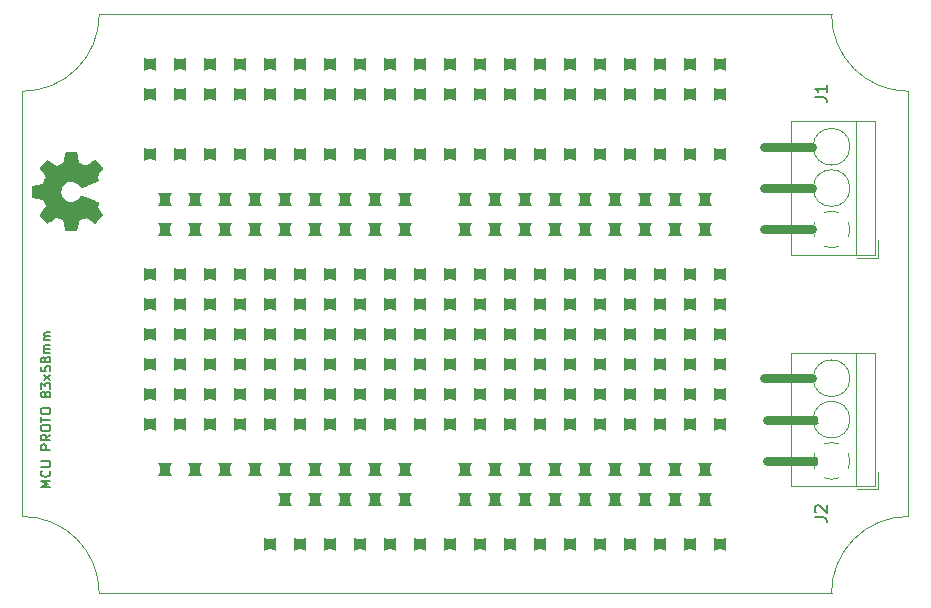
<source format=gbr>
G04 #@! TF.GenerationSoftware,KiCad,Pcbnew,7.0.11+dfsg-1build4*
G04 #@! TF.CreationDate,2025-11-24T12:58:41-05:00*
G04 #@! TF.ProjectId,MCU_PROTO_83x58mm,4d43555f-5052-44f5-944f-5f3833783538,rev?*
G04 #@! TF.SameCoordinates,Original*
G04 #@! TF.FileFunction,Legend,Top*
G04 #@! TF.FilePolarity,Positive*
%FSLAX46Y46*%
G04 Gerber Fmt 4.6, Leading zero omitted, Abs format (unit mm)*
G04 Created by KiCad (PCBNEW 7.0.11+dfsg-1build4) date 2025-11-24 12:58:41*
%MOMM*%
%LPD*%
G01*
G04 APERTURE LIST*
%ADD10C,0.800000*%
%ADD11C,0.150000*%
%ADD12C,0.100000*%
%ADD13C,0.120000*%
%ADD14C,0.010000*%
%ADD15C,1.700000*%
%ADD16R,2.400000X2.400000*%
%ADD17C,2.400000*%
%ADD18C,3.000000*%
G04 #@! TA.AperFunction,Profile*
%ADD19C,0.050000*%
G04 #@! TD*
G04 APERTURE END LIST*
D10*
X163015000Y-137800000D02*
X167065000Y-137800000D01*
X163015000Y-134300000D02*
X167065000Y-134300000D01*
X162800000Y-130800000D02*
X166850000Y-130800000D01*
X162800000Y-118200000D02*
X166850000Y-118200000D01*
X162800000Y-114700000D02*
X166850000Y-114700000D01*
X162800000Y-111200000D02*
X166850000Y-111200000D01*
D11*
X102372395Y-140016681D02*
X101572395Y-140016681D01*
X101572395Y-140016681D02*
X102143823Y-139750015D01*
X102143823Y-139750015D02*
X101572395Y-139483348D01*
X101572395Y-139483348D02*
X102372395Y-139483348D01*
X102296204Y-138645252D02*
X102334300Y-138683348D01*
X102334300Y-138683348D02*
X102372395Y-138797633D01*
X102372395Y-138797633D02*
X102372395Y-138873824D01*
X102372395Y-138873824D02*
X102334300Y-138988110D01*
X102334300Y-138988110D02*
X102258109Y-139064300D01*
X102258109Y-139064300D02*
X102181919Y-139102395D01*
X102181919Y-139102395D02*
X102029538Y-139140491D01*
X102029538Y-139140491D02*
X101915252Y-139140491D01*
X101915252Y-139140491D02*
X101762871Y-139102395D01*
X101762871Y-139102395D02*
X101686680Y-139064300D01*
X101686680Y-139064300D02*
X101610490Y-138988110D01*
X101610490Y-138988110D02*
X101572395Y-138873824D01*
X101572395Y-138873824D02*
X101572395Y-138797633D01*
X101572395Y-138797633D02*
X101610490Y-138683348D01*
X101610490Y-138683348D02*
X101648585Y-138645252D01*
X101572395Y-138302395D02*
X102220014Y-138302395D01*
X102220014Y-138302395D02*
X102296204Y-138264300D01*
X102296204Y-138264300D02*
X102334300Y-138226205D01*
X102334300Y-138226205D02*
X102372395Y-138150014D01*
X102372395Y-138150014D02*
X102372395Y-137997633D01*
X102372395Y-137997633D02*
X102334300Y-137921443D01*
X102334300Y-137921443D02*
X102296204Y-137883348D01*
X102296204Y-137883348D02*
X102220014Y-137845252D01*
X102220014Y-137845252D02*
X101572395Y-137845252D01*
X102372395Y-136854776D02*
X101572395Y-136854776D01*
X101572395Y-136854776D02*
X101572395Y-136550014D01*
X101572395Y-136550014D02*
X101610490Y-136473824D01*
X101610490Y-136473824D02*
X101648585Y-136435729D01*
X101648585Y-136435729D02*
X101724776Y-136397633D01*
X101724776Y-136397633D02*
X101839061Y-136397633D01*
X101839061Y-136397633D02*
X101915252Y-136435729D01*
X101915252Y-136435729D02*
X101953347Y-136473824D01*
X101953347Y-136473824D02*
X101991442Y-136550014D01*
X101991442Y-136550014D02*
X101991442Y-136854776D01*
X102372395Y-135597633D02*
X101991442Y-135864300D01*
X102372395Y-136054776D02*
X101572395Y-136054776D01*
X101572395Y-136054776D02*
X101572395Y-135750014D01*
X101572395Y-135750014D02*
X101610490Y-135673824D01*
X101610490Y-135673824D02*
X101648585Y-135635729D01*
X101648585Y-135635729D02*
X101724776Y-135597633D01*
X101724776Y-135597633D02*
X101839061Y-135597633D01*
X101839061Y-135597633D02*
X101915252Y-135635729D01*
X101915252Y-135635729D02*
X101953347Y-135673824D01*
X101953347Y-135673824D02*
X101991442Y-135750014D01*
X101991442Y-135750014D02*
X101991442Y-136054776D01*
X101572395Y-135102395D02*
X101572395Y-134950014D01*
X101572395Y-134950014D02*
X101610490Y-134873824D01*
X101610490Y-134873824D02*
X101686680Y-134797633D01*
X101686680Y-134797633D02*
X101839061Y-134759538D01*
X101839061Y-134759538D02*
X102105728Y-134759538D01*
X102105728Y-134759538D02*
X102258109Y-134797633D01*
X102258109Y-134797633D02*
X102334300Y-134873824D01*
X102334300Y-134873824D02*
X102372395Y-134950014D01*
X102372395Y-134950014D02*
X102372395Y-135102395D01*
X102372395Y-135102395D02*
X102334300Y-135178586D01*
X102334300Y-135178586D02*
X102258109Y-135254776D01*
X102258109Y-135254776D02*
X102105728Y-135292872D01*
X102105728Y-135292872D02*
X101839061Y-135292872D01*
X101839061Y-135292872D02*
X101686680Y-135254776D01*
X101686680Y-135254776D02*
X101610490Y-135178586D01*
X101610490Y-135178586D02*
X101572395Y-135102395D01*
X101572395Y-134530967D02*
X101572395Y-134073824D01*
X102372395Y-134302396D02*
X101572395Y-134302396D01*
X101572395Y-133654776D02*
X101572395Y-133502395D01*
X101572395Y-133502395D02*
X101610490Y-133426205D01*
X101610490Y-133426205D02*
X101686680Y-133350014D01*
X101686680Y-133350014D02*
X101839061Y-133311919D01*
X101839061Y-133311919D02*
X102105728Y-133311919D01*
X102105728Y-133311919D02*
X102258109Y-133350014D01*
X102258109Y-133350014D02*
X102334300Y-133426205D01*
X102334300Y-133426205D02*
X102372395Y-133502395D01*
X102372395Y-133502395D02*
X102372395Y-133654776D01*
X102372395Y-133654776D02*
X102334300Y-133730967D01*
X102334300Y-133730967D02*
X102258109Y-133807157D01*
X102258109Y-133807157D02*
X102105728Y-133845253D01*
X102105728Y-133845253D02*
X101839061Y-133845253D01*
X101839061Y-133845253D02*
X101686680Y-133807157D01*
X101686680Y-133807157D02*
X101610490Y-133730967D01*
X101610490Y-133730967D02*
X101572395Y-133654776D01*
X101915252Y-132245253D02*
X101877157Y-132321443D01*
X101877157Y-132321443D02*
X101839061Y-132359538D01*
X101839061Y-132359538D02*
X101762871Y-132397634D01*
X101762871Y-132397634D02*
X101724776Y-132397634D01*
X101724776Y-132397634D02*
X101648585Y-132359538D01*
X101648585Y-132359538D02*
X101610490Y-132321443D01*
X101610490Y-132321443D02*
X101572395Y-132245253D01*
X101572395Y-132245253D02*
X101572395Y-132092872D01*
X101572395Y-132092872D02*
X101610490Y-132016681D01*
X101610490Y-132016681D02*
X101648585Y-131978586D01*
X101648585Y-131978586D02*
X101724776Y-131940491D01*
X101724776Y-131940491D02*
X101762871Y-131940491D01*
X101762871Y-131940491D02*
X101839061Y-131978586D01*
X101839061Y-131978586D02*
X101877157Y-132016681D01*
X101877157Y-132016681D02*
X101915252Y-132092872D01*
X101915252Y-132092872D02*
X101915252Y-132245253D01*
X101915252Y-132245253D02*
X101953347Y-132321443D01*
X101953347Y-132321443D02*
X101991442Y-132359538D01*
X101991442Y-132359538D02*
X102067633Y-132397634D01*
X102067633Y-132397634D02*
X102220014Y-132397634D01*
X102220014Y-132397634D02*
X102296204Y-132359538D01*
X102296204Y-132359538D02*
X102334300Y-132321443D01*
X102334300Y-132321443D02*
X102372395Y-132245253D01*
X102372395Y-132245253D02*
X102372395Y-132092872D01*
X102372395Y-132092872D02*
X102334300Y-132016681D01*
X102334300Y-132016681D02*
X102296204Y-131978586D01*
X102296204Y-131978586D02*
X102220014Y-131940491D01*
X102220014Y-131940491D02*
X102067633Y-131940491D01*
X102067633Y-131940491D02*
X101991442Y-131978586D01*
X101991442Y-131978586D02*
X101953347Y-132016681D01*
X101953347Y-132016681D02*
X101915252Y-132092872D01*
X101572395Y-131673824D02*
X101572395Y-131178586D01*
X101572395Y-131178586D02*
X101877157Y-131445252D01*
X101877157Y-131445252D02*
X101877157Y-131330967D01*
X101877157Y-131330967D02*
X101915252Y-131254776D01*
X101915252Y-131254776D02*
X101953347Y-131216681D01*
X101953347Y-131216681D02*
X102029538Y-131178586D01*
X102029538Y-131178586D02*
X102220014Y-131178586D01*
X102220014Y-131178586D02*
X102296204Y-131216681D01*
X102296204Y-131216681D02*
X102334300Y-131254776D01*
X102334300Y-131254776D02*
X102372395Y-131330967D01*
X102372395Y-131330967D02*
X102372395Y-131559538D01*
X102372395Y-131559538D02*
X102334300Y-131635729D01*
X102334300Y-131635729D02*
X102296204Y-131673824D01*
X102372395Y-130911919D02*
X101839061Y-130492871D01*
X101839061Y-130911919D02*
X102372395Y-130492871D01*
X101572395Y-129807157D02*
X101572395Y-130188109D01*
X101572395Y-130188109D02*
X101953347Y-130226205D01*
X101953347Y-130226205D02*
X101915252Y-130188109D01*
X101915252Y-130188109D02*
X101877157Y-130111919D01*
X101877157Y-130111919D02*
X101877157Y-129921443D01*
X101877157Y-129921443D02*
X101915252Y-129845252D01*
X101915252Y-129845252D02*
X101953347Y-129807157D01*
X101953347Y-129807157D02*
X102029538Y-129769062D01*
X102029538Y-129769062D02*
X102220014Y-129769062D01*
X102220014Y-129769062D02*
X102296204Y-129807157D01*
X102296204Y-129807157D02*
X102334300Y-129845252D01*
X102334300Y-129845252D02*
X102372395Y-129921443D01*
X102372395Y-129921443D02*
X102372395Y-130111919D01*
X102372395Y-130111919D02*
X102334300Y-130188109D01*
X102334300Y-130188109D02*
X102296204Y-130226205D01*
X101915252Y-129311919D02*
X101877157Y-129388109D01*
X101877157Y-129388109D02*
X101839061Y-129426204D01*
X101839061Y-129426204D02*
X101762871Y-129464300D01*
X101762871Y-129464300D02*
X101724776Y-129464300D01*
X101724776Y-129464300D02*
X101648585Y-129426204D01*
X101648585Y-129426204D02*
X101610490Y-129388109D01*
X101610490Y-129388109D02*
X101572395Y-129311919D01*
X101572395Y-129311919D02*
X101572395Y-129159538D01*
X101572395Y-129159538D02*
X101610490Y-129083347D01*
X101610490Y-129083347D02*
X101648585Y-129045252D01*
X101648585Y-129045252D02*
X101724776Y-129007157D01*
X101724776Y-129007157D02*
X101762871Y-129007157D01*
X101762871Y-129007157D02*
X101839061Y-129045252D01*
X101839061Y-129045252D02*
X101877157Y-129083347D01*
X101877157Y-129083347D02*
X101915252Y-129159538D01*
X101915252Y-129159538D02*
X101915252Y-129311919D01*
X101915252Y-129311919D02*
X101953347Y-129388109D01*
X101953347Y-129388109D02*
X101991442Y-129426204D01*
X101991442Y-129426204D02*
X102067633Y-129464300D01*
X102067633Y-129464300D02*
X102220014Y-129464300D01*
X102220014Y-129464300D02*
X102296204Y-129426204D01*
X102296204Y-129426204D02*
X102334300Y-129388109D01*
X102334300Y-129388109D02*
X102372395Y-129311919D01*
X102372395Y-129311919D02*
X102372395Y-129159538D01*
X102372395Y-129159538D02*
X102334300Y-129083347D01*
X102334300Y-129083347D02*
X102296204Y-129045252D01*
X102296204Y-129045252D02*
X102220014Y-129007157D01*
X102220014Y-129007157D02*
X102067633Y-129007157D01*
X102067633Y-129007157D02*
X101991442Y-129045252D01*
X101991442Y-129045252D02*
X101953347Y-129083347D01*
X101953347Y-129083347D02*
X101915252Y-129159538D01*
X102372395Y-128664299D02*
X101839061Y-128664299D01*
X101915252Y-128664299D02*
X101877157Y-128626204D01*
X101877157Y-128626204D02*
X101839061Y-128550014D01*
X101839061Y-128550014D02*
X101839061Y-128435728D01*
X101839061Y-128435728D02*
X101877157Y-128359537D01*
X101877157Y-128359537D02*
X101953347Y-128321442D01*
X101953347Y-128321442D02*
X102372395Y-128321442D01*
X101953347Y-128321442D02*
X101877157Y-128283347D01*
X101877157Y-128283347D02*
X101839061Y-128207156D01*
X101839061Y-128207156D02*
X101839061Y-128092871D01*
X101839061Y-128092871D02*
X101877157Y-128016680D01*
X101877157Y-128016680D02*
X101953347Y-127978585D01*
X101953347Y-127978585D02*
X102372395Y-127978585D01*
X102372395Y-127597632D02*
X101839061Y-127597632D01*
X101915252Y-127597632D02*
X101877157Y-127559537D01*
X101877157Y-127559537D02*
X101839061Y-127483347D01*
X101839061Y-127483347D02*
X101839061Y-127369061D01*
X101839061Y-127369061D02*
X101877157Y-127292870D01*
X101877157Y-127292870D02*
X101953347Y-127254775D01*
X101953347Y-127254775D02*
X102372395Y-127254775D01*
X101953347Y-127254775D02*
X101877157Y-127216680D01*
X101877157Y-127216680D02*
X101839061Y-127140489D01*
X101839061Y-127140489D02*
X101839061Y-127026204D01*
X101839061Y-127026204D02*
X101877157Y-126950013D01*
X101877157Y-126950013D02*
X101953347Y-126911918D01*
X101953347Y-126911918D02*
X102372395Y-126911918D01*
X167094819Y-142573333D02*
X167809104Y-142573333D01*
X167809104Y-142573333D02*
X167951961Y-142620952D01*
X167951961Y-142620952D02*
X168047200Y-142716190D01*
X168047200Y-142716190D02*
X168094819Y-142859047D01*
X168094819Y-142859047D02*
X168094819Y-142954285D01*
X167190057Y-142144761D02*
X167142438Y-142097142D01*
X167142438Y-142097142D02*
X167094819Y-142001904D01*
X167094819Y-142001904D02*
X167094819Y-141763809D01*
X167094819Y-141763809D02*
X167142438Y-141668571D01*
X167142438Y-141668571D02*
X167190057Y-141620952D01*
X167190057Y-141620952D02*
X167285295Y-141573333D01*
X167285295Y-141573333D02*
X167380533Y-141573333D01*
X167380533Y-141573333D02*
X167523390Y-141620952D01*
X167523390Y-141620952D02*
X168094819Y-142192380D01*
X168094819Y-142192380D02*
X168094819Y-141573333D01*
X167094819Y-107013333D02*
X167809104Y-107013333D01*
X167809104Y-107013333D02*
X167951961Y-107060952D01*
X167951961Y-107060952D02*
X168047200Y-107156190D01*
X168047200Y-107156190D02*
X168094819Y-107299047D01*
X168094819Y-107299047D02*
X168094819Y-107394285D01*
X168094819Y-106013333D02*
X168094819Y-106584761D01*
X168094819Y-106299047D02*
X167094819Y-106299047D01*
X167094819Y-106299047D02*
X167237676Y-106394285D01*
X167237676Y-106394285D02*
X167332914Y-106489523D01*
X167332914Y-106489523D02*
X167380533Y-106584761D01*
D12*
X159520000Y-145340000D02*
X159444929Y-145293652D01*
X159281368Y-145227569D01*
X159108203Y-145193909D01*
X158931797Y-145193909D01*
X158758632Y-145227569D01*
X158595071Y-145293652D01*
X158520000Y-145340000D01*
X158520000Y-144300000D01*
X158595072Y-144346348D01*
X158758632Y-144412430D01*
X158931797Y-144446090D01*
X159108203Y-144446090D01*
X159281368Y-144412430D01*
X159444928Y-144346348D01*
X159520000Y-144300000D01*
X159520000Y-145340000D01*
G36*
X159520000Y-145340000D02*
G01*
X159444929Y-145293652D01*
X159281368Y-145227569D01*
X159108203Y-145193909D01*
X158931797Y-145193909D01*
X158758632Y-145227569D01*
X158595071Y-145293652D01*
X158520000Y-145340000D01*
X158520000Y-144300000D01*
X158595072Y-144346348D01*
X158758632Y-144412430D01*
X158931797Y-144446090D01*
X159108203Y-144446090D01*
X159281368Y-144412430D01*
X159444928Y-144346348D01*
X159520000Y-144300000D01*
X159520000Y-145340000D01*
G37*
X156980000Y-145340000D02*
X156904929Y-145293652D01*
X156741368Y-145227569D01*
X156568203Y-145193909D01*
X156391797Y-145193909D01*
X156218632Y-145227569D01*
X156055071Y-145293652D01*
X155980000Y-145340000D01*
X155980000Y-144300000D01*
X156055072Y-144346348D01*
X156218632Y-144412430D01*
X156391797Y-144446090D01*
X156568203Y-144446090D01*
X156741368Y-144412430D01*
X156904928Y-144346348D01*
X156980000Y-144300000D01*
X156980000Y-145340000D01*
G36*
X156980000Y-145340000D02*
G01*
X156904929Y-145293652D01*
X156741368Y-145227569D01*
X156568203Y-145193909D01*
X156391797Y-145193909D01*
X156218632Y-145227569D01*
X156055071Y-145293652D01*
X155980000Y-145340000D01*
X155980000Y-144300000D01*
X156055072Y-144346348D01*
X156218632Y-144412430D01*
X156391797Y-144446090D01*
X156568203Y-144446090D01*
X156741368Y-144412430D01*
X156904928Y-144346348D01*
X156980000Y-144300000D01*
X156980000Y-145340000D01*
G37*
X154440000Y-145340000D02*
X154364929Y-145293652D01*
X154201368Y-145227569D01*
X154028203Y-145193909D01*
X153851797Y-145193909D01*
X153678632Y-145227569D01*
X153515071Y-145293652D01*
X153440000Y-145340000D01*
X153440000Y-144300000D01*
X153515072Y-144346348D01*
X153678632Y-144412430D01*
X153851797Y-144446090D01*
X154028203Y-144446090D01*
X154201368Y-144412430D01*
X154364928Y-144346348D01*
X154440000Y-144300000D01*
X154440000Y-145340000D01*
G36*
X154440000Y-145340000D02*
G01*
X154364929Y-145293652D01*
X154201368Y-145227569D01*
X154028203Y-145193909D01*
X153851797Y-145193909D01*
X153678632Y-145227569D01*
X153515071Y-145293652D01*
X153440000Y-145340000D01*
X153440000Y-144300000D01*
X153515072Y-144346348D01*
X153678632Y-144412430D01*
X153851797Y-144446090D01*
X154028203Y-144446090D01*
X154201368Y-144412430D01*
X154364928Y-144346348D01*
X154440000Y-144300000D01*
X154440000Y-145340000D01*
G37*
X151900000Y-145340000D02*
X151824929Y-145293652D01*
X151661368Y-145227569D01*
X151488203Y-145193909D01*
X151311797Y-145193909D01*
X151138632Y-145227569D01*
X150975071Y-145293652D01*
X150900000Y-145340000D01*
X150900000Y-144300000D01*
X150975072Y-144346348D01*
X151138632Y-144412430D01*
X151311797Y-144446090D01*
X151488203Y-144446090D01*
X151661368Y-144412430D01*
X151824928Y-144346348D01*
X151900000Y-144300000D01*
X151900000Y-145340000D01*
G36*
X151900000Y-145340000D02*
G01*
X151824929Y-145293652D01*
X151661368Y-145227569D01*
X151488203Y-145193909D01*
X151311797Y-145193909D01*
X151138632Y-145227569D01*
X150975071Y-145293652D01*
X150900000Y-145340000D01*
X150900000Y-144300000D01*
X150975072Y-144346348D01*
X151138632Y-144412430D01*
X151311797Y-144446090D01*
X151488203Y-144446090D01*
X151661368Y-144412430D01*
X151824928Y-144346348D01*
X151900000Y-144300000D01*
X151900000Y-145340000D01*
G37*
X149360000Y-145340000D02*
X149284929Y-145293652D01*
X149121368Y-145227569D01*
X148948203Y-145193909D01*
X148771797Y-145193909D01*
X148598632Y-145227569D01*
X148435071Y-145293652D01*
X148360000Y-145340000D01*
X148360000Y-144300000D01*
X148435072Y-144346348D01*
X148598632Y-144412430D01*
X148771797Y-144446090D01*
X148948203Y-144446090D01*
X149121368Y-144412430D01*
X149284928Y-144346348D01*
X149360000Y-144300000D01*
X149360000Y-145340000D01*
G36*
X149360000Y-145340000D02*
G01*
X149284929Y-145293652D01*
X149121368Y-145227569D01*
X148948203Y-145193909D01*
X148771797Y-145193909D01*
X148598632Y-145227569D01*
X148435071Y-145293652D01*
X148360000Y-145340000D01*
X148360000Y-144300000D01*
X148435072Y-144346348D01*
X148598632Y-144412430D01*
X148771797Y-144446090D01*
X148948203Y-144446090D01*
X149121368Y-144412430D01*
X149284928Y-144346348D01*
X149360000Y-144300000D01*
X149360000Y-145340000D01*
G37*
X146820000Y-145340000D02*
X146744929Y-145293652D01*
X146581368Y-145227569D01*
X146408203Y-145193909D01*
X146231797Y-145193909D01*
X146058632Y-145227569D01*
X145895071Y-145293652D01*
X145820000Y-145340000D01*
X145820000Y-144300000D01*
X145895072Y-144346348D01*
X146058632Y-144412430D01*
X146231797Y-144446090D01*
X146408203Y-144446090D01*
X146581368Y-144412430D01*
X146744928Y-144346348D01*
X146820000Y-144300000D01*
X146820000Y-145340000D01*
G36*
X146820000Y-145340000D02*
G01*
X146744929Y-145293652D01*
X146581368Y-145227569D01*
X146408203Y-145193909D01*
X146231797Y-145193909D01*
X146058632Y-145227569D01*
X145895071Y-145293652D01*
X145820000Y-145340000D01*
X145820000Y-144300000D01*
X145895072Y-144346348D01*
X146058632Y-144412430D01*
X146231797Y-144446090D01*
X146408203Y-144446090D01*
X146581368Y-144412430D01*
X146744928Y-144346348D01*
X146820000Y-144300000D01*
X146820000Y-145340000D01*
G37*
X144280000Y-145340000D02*
X144204929Y-145293652D01*
X144041368Y-145227569D01*
X143868203Y-145193909D01*
X143691797Y-145193909D01*
X143518632Y-145227569D01*
X143355071Y-145293652D01*
X143280000Y-145340000D01*
X143280000Y-144300000D01*
X143355072Y-144346348D01*
X143518632Y-144412430D01*
X143691797Y-144446090D01*
X143868203Y-144446090D01*
X144041368Y-144412430D01*
X144204928Y-144346348D01*
X144280000Y-144300000D01*
X144280000Y-145340000D01*
G36*
X144280000Y-145340000D02*
G01*
X144204929Y-145293652D01*
X144041368Y-145227569D01*
X143868203Y-145193909D01*
X143691797Y-145193909D01*
X143518632Y-145227569D01*
X143355071Y-145293652D01*
X143280000Y-145340000D01*
X143280000Y-144300000D01*
X143355072Y-144346348D01*
X143518632Y-144412430D01*
X143691797Y-144446090D01*
X143868203Y-144446090D01*
X144041368Y-144412430D01*
X144204928Y-144346348D01*
X144280000Y-144300000D01*
X144280000Y-145340000D01*
G37*
X141740000Y-145340000D02*
X141664929Y-145293652D01*
X141501368Y-145227569D01*
X141328203Y-145193909D01*
X141151797Y-145193909D01*
X140978632Y-145227569D01*
X140815071Y-145293652D01*
X140740000Y-145340000D01*
X140740000Y-144300000D01*
X140815072Y-144346348D01*
X140978632Y-144412430D01*
X141151797Y-144446090D01*
X141328203Y-144446090D01*
X141501368Y-144412430D01*
X141664928Y-144346348D01*
X141740000Y-144300000D01*
X141740000Y-145340000D01*
G36*
X141740000Y-145340000D02*
G01*
X141664929Y-145293652D01*
X141501368Y-145227569D01*
X141328203Y-145193909D01*
X141151797Y-145193909D01*
X140978632Y-145227569D01*
X140815071Y-145293652D01*
X140740000Y-145340000D01*
X140740000Y-144300000D01*
X140815072Y-144346348D01*
X140978632Y-144412430D01*
X141151797Y-144446090D01*
X141328203Y-144446090D01*
X141501368Y-144412430D01*
X141664928Y-144346348D01*
X141740000Y-144300000D01*
X141740000Y-145340000D01*
G37*
X139200000Y-145340000D02*
X139124929Y-145293652D01*
X138961368Y-145227569D01*
X138788203Y-145193909D01*
X138611797Y-145193909D01*
X138438632Y-145227569D01*
X138275071Y-145293652D01*
X138200000Y-145340000D01*
X138200000Y-144300000D01*
X138275072Y-144346348D01*
X138438632Y-144412430D01*
X138611797Y-144446090D01*
X138788203Y-144446090D01*
X138961368Y-144412430D01*
X139124928Y-144346348D01*
X139200000Y-144300000D01*
X139200000Y-145340000D01*
G36*
X139200000Y-145340000D02*
G01*
X139124929Y-145293652D01*
X138961368Y-145227569D01*
X138788203Y-145193909D01*
X138611797Y-145193909D01*
X138438632Y-145227569D01*
X138275071Y-145293652D01*
X138200000Y-145340000D01*
X138200000Y-144300000D01*
X138275072Y-144346348D01*
X138438632Y-144412430D01*
X138611797Y-144446090D01*
X138788203Y-144446090D01*
X138961368Y-144412430D01*
X139124928Y-144346348D01*
X139200000Y-144300000D01*
X139200000Y-145340000D01*
G37*
X136660000Y-145340000D02*
X136584929Y-145293652D01*
X136421368Y-145227569D01*
X136248203Y-145193909D01*
X136071797Y-145193909D01*
X135898632Y-145227569D01*
X135735071Y-145293652D01*
X135660000Y-145340000D01*
X135660000Y-144300000D01*
X135735072Y-144346348D01*
X135898632Y-144412430D01*
X136071797Y-144446090D01*
X136248203Y-144446090D01*
X136421368Y-144412430D01*
X136584928Y-144346348D01*
X136660000Y-144300000D01*
X136660000Y-145340000D01*
G36*
X136660000Y-145340000D02*
G01*
X136584929Y-145293652D01*
X136421368Y-145227569D01*
X136248203Y-145193909D01*
X136071797Y-145193909D01*
X135898632Y-145227569D01*
X135735071Y-145293652D01*
X135660000Y-145340000D01*
X135660000Y-144300000D01*
X135735072Y-144346348D01*
X135898632Y-144412430D01*
X136071797Y-144446090D01*
X136248203Y-144446090D01*
X136421368Y-144412430D01*
X136584928Y-144346348D01*
X136660000Y-144300000D01*
X136660000Y-145340000D01*
G37*
X134120000Y-145340000D02*
X134044929Y-145293652D01*
X133881368Y-145227569D01*
X133708203Y-145193909D01*
X133531797Y-145193909D01*
X133358632Y-145227569D01*
X133195071Y-145293652D01*
X133120000Y-145340000D01*
X133120000Y-144300000D01*
X133195072Y-144346348D01*
X133358632Y-144412430D01*
X133531797Y-144446090D01*
X133708203Y-144446090D01*
X133881368Y-144412430D01*
X134044928Y-144346348D01*
X134120000Y-144300000D01*
X134120000Y-145340000D01*
G36*
X134120000Y-145340000D02*
G01*
X134044929Y-145293652D01*
X133881368Y-145227569D01*
X133708203Y-145193909D01*
X133531797Y-145193909D01*
X133358632Y-145227569D01*
X133195071Y-145293652D01*
X133120000Y-145340000D01*
X133120000Y-144300000D01*
X133195072Y-144346348D01*
X133358632Y-144412430D01*
X133531797Y-144446090D01*
X133708203Y-144446090D01*
X133881368Y-144412430D01*
X134044928Y-144346348D01*
X134120000Y-144300000D01*
X134120000Y-145340000D01*
G37*
X131580000Y-145340000D02*
X131504929Y-145293652D01*
X131341368Y-145227569D01*
X131168203Y-145193909D01*
X130991797Y-145193909D01*
X130818632Y-145227569D01*
X130655071Y-145293652D01*
X130580000Y-145340000D01*
X130580000Y-144300000D01*
X130655072Y-144346348D01*
X130818632Y-144412430D01*
X130991797Y-144446090D01*
X131168203Y-144446090D01*
X131341368Y-144412430D01*
X131504928Y-144346348D01*
X131580000Y-144300000D01*
X131580000Y-145340000D01*
G36*
X131580000Y-145340000D02*
G01*
X131504929Y-145293652D01*
X131341368Y-145227569D01*
X131168203Y-145193909D01*
X130991797Y-145193909D01*
X130818632Y-145227569D01*
X130655071Y-145293652D01*
X130580000Y-145340000D01*
X130580000Y-144300000D01*
X130655072Y-144346348D01*
X130818632Y-144412430D01*
X130991797Y-144446090D01*
X131168203Y-144446090D01*
X131341368Y-144412430D01*
X131504928Y-144346348D01*
X131580000Y-144300000D01*
X131580000Y-145340000D01*
G37*
X129040000Y-145340000D02*
X128964929Y-145293652D01*
X128801368Y-145227569D01*
X128628203Y-145193909D01*
X128451797Y-145193909D01*
X128278632Y-145227569D01*
X128115071Y-145293652D01*
X128040000Y-145340000D01*
X128040000Y-144300000D01*
X128115072Y-144346348D01*
X128278632Y-144412430D01*
X128451797Y-144446090D01*
X128628203Y-144446090D01*
X128801368Y-144412430D01*
X128964928Y-144346348D01*
X129040000Y-144300000D01*
X129040000Y-145340000D01*
G36*
X129040000Y-145340000D02*
G01*
X128964929Y-145293652D01*
X128801368Y-145227569D01*
X128628203Y-145193909D01*
X128451797Y-145193909D01*
X128278632Y-145227569D01*
X128115071Y-145293652D01*
X128040000Y-145340000D01*
X128040000Y-144300000D01*
X128115072Y-144346348D01*
X128278632Y-144412430D01*
X128451797Y-144446090D01*
X128628203Y-144446090D01*
X128801368Y-144412430D01*
X128964928Y-144346348D01*
X129040000Y-144300000D01*
X129040000Y-145340000D01*
G37*
X126500000Y-145340000D02*
X126424929Y-145293652D01*
X126261368Y-145227569D01*
X126088203Y-145193909D01*
X125911797Y-145193909D01*
X125738632Y-145227569D01*
X125575071Y-145293652D01*
X125500000Y-145340000D01*
X125500000Y-144300000D01*
X125575072Y-144346348D01*
X125738632Y-144412430D01*
X125911797Y-144446090D01*
X126088203Y-144446090D01*
X126261368Y-144412430D01*
X126424928Y-144346348D01*
X126500000Y-144300000D01*
X126500000Y-145340000D01*
G36*
X126500000Y-145340000D02*
G01*
X126424929Y-145293652D01*
X126261368Y-145227569D01*
X126088203Y-145193909D01*
X125911797Y-145193909D01*
X125738632Y-145227569D01*
X125575071Y-145293652D01*
X125500000Y-145340000D01*
X125500000Y-144300000D01*
X125575072Y-144346348D01*
X125738632Y-144412430D01*
X125911797Y-144446090D01*
X126088203Y-144446090D01*
X126261368Y-144412430D01*
X126424928Y-144346348D01*
X126500000Y-144300000D01*
X126500000Y-145340000D01*
G37*
X123960000Y-145340000D02*
X123884929Y-145293652D01*
X123721368Y-145227569D01*
X123548203Y-145193909D01*
X123371797Y-145193909D01*
X123198632Y-145227569D01*
X123035071Y-145293652D01*
X122960000Y-145340000D01*
X122960000Y-144300000D01*
X123035072Y-144346348D01*
X123198632Y-144412430D01*
X123371797Y-144446090D01*
X123548203Y-144446090D01*
X123721368Y-144412430D01*
X123884928Y-144346348D01*
X123960000Y-144300000D01*
X123960000Y-145340000D01*
G36*
X123960000Y-145340000D02*
G01*
X123884929Y-145293652D01*
X123721368Y-145227569D01*
X123548203Y-145193909D01*
X123371797Y-145193909D01*
X123198632Y-145227569D01*
X123035071Y-145293652D01*
X122960000Y-145340000D01*
X122960000Y-144300000D01*
X123035072Y-144346348D01*
X123198632Y-144412430D01*
X123371797Y-144446090D01*
X123548203Y-144446090D01*
X123721368Y-144412430D01*
X123884928Y-144346348D01*
X123960000Y-144300000D01*
X123960000Y-145340000D01*
G37*
X121420000Y-145340000D02*
X121344929Y-145293652D01*
X121181368Y-145227569D01*
X121008203Y-145193909D01*
X120831797Y-145193909D01*
X120658632Y-145227569D01*
X120495071Y-145293652D01*
X120420000Y-145340000D01*
X120420000Y-144300000D01*
X120495072Y-144346348D01*
X120658632Y-144412430D01*
X120831797Y-144446090D01*
X121008203Y-144446090D01*
X121181368Y-144412430D01*
X121344928Y-144346348D01*
X121420000Y-144300000D01*
X121420000Y-145340000D01*
G36*
X121420000Y-145340000D02*
G01*
X121344929Y-145293652D01*
X121181368Y-145227569D01*
X121008203Y-145193909D01*
X120831797Y-145193909D01*
X120658632Y-145227569D01*
X120495071Y-145293652D01*
X120420000Y-145340000D01*
X120420000Y-144300000D01*
X120495072Y-144346348D01*
X120658632Y-144412430D01*
X120831797Y-144446090D01*
X121008203Y-144446090D01*
X121181368Y-144412430D01*
X121344928Y-144346348D01*
X121420000Y-144300000D01*
X121420000Y-145340000D01*
G37*
X158223652Y-140585071D02*
X158157569Y-140748632D01*
X158123909Y-140921797D01*
X158123909Y-141098203D01*
X158157569Y-141271368D01*
X158223652Y-141434929D01*
X158270000Y-141510000D01*
X157230000Y-141510000D01*
X157276348Y-141434928D01*
X157342430Y-141271368D01*
X157376090Y-141098203D01*
X157376090Y-140921797D01*
X157342430Y-140748632D01*
X157276348Y-140585072D01*
X157230000Y-140510000D01*
X158270000Y-140510000D01*
X158223652Y-140585071D01*
G36*
X158223652Y-140585071D02*
G01*
X158157569Y-140748632D01*
X158123909Y-140921797D01*
X158123909Y-141098203D01*
X158157569Y-141271368D01*
X158223652Y-141434929D01*
X158270000Y-141510000D01*
X157230000Y-141510000D01*
X157276348Y-141434928D01*
X157342430Y-141271368D01*
X157376090Y-141098203D01*
X157376090Y-140921797D01*
X157342430Y-140748632D01*
X157276348Y-140585072D01*
X157230000Y-140510000D01*
X158270000Y-140510000D01*
X158223652Y-140585071D01*
G37*
X155683652Y-140585071D02*
X155617569Y-140748632D01*
X155583909Y-140921797D01*
X155583909Y-141098203D01*
X155617569Y-141271368D01*
X155683652Y-141434929D01*
X155730000Y-141510000D01*
X154690000Y-141510000D01*
X154736348Y-141434928D01*
X154802430Y-141271368D01*
X154836090Y-141098203D01*
X154836090Y-140921797D01*
X154802430Y-140748632D01*
X154736348Y-140585072D01*
X154690000Y-140510000D01*
X155730000Y-140510000D01*
X155683652Y-140585071D01*
G36*
X155683652Y-140585071D02*
G01*
X155617569Y-140748632D01*
X155583909Y-140921797D01*
X155583909Y-141098203D01*
X155617569Y-141271368D01*
X155683652Y-141434929D01*
X155730000Y-141510000D01*
X154690000Y-141510000D01*
X154736348Y-141434928D01*
X154802430Y-141271368D01*
X154836090Y-141098203D01*
X154836090Y-140921797D01*
X154802430Y-140748632D01*
X154736348Y-140585072D01*
X154690000Y-140510000D01*
X155730000Y-140510000D01*
X155683652Y-140585071D01*
G37*
X153143652Y-140585071D02*
X153077569Y-140748632D01*
X153043909Y-140921797D01*
X153043909Y-141098203D01*
X153077569Y-141271368D01*
X153143652Y-141434929D01*
X153190000Y-141510000D01*
X152150000Y-141510000D01*
X152196348Y-141434928D01*
X152262430Y-141271368D01*
X152296090Y-141098203D01*
X152296090Y-140921797D01*
X152262430Y-140748632D01*
X152196348Y-140585072D01*
X152150000Y-140510000D01*
X153190000Y-140510000D01*
X153143652Y-140585071D01*
G36*
X153143652Y-140585071D02*
G01*
X153077569Y-140748632D01*
X153043909Y-140921797D01*
X153043909Y-141098203D01*
X153077569Y-141271368D01*
X153143652Y-141434929D01*
X153190000Y-141510000D01*
X152150000Y-141510000D01*
X152196348Y-141434928D01*
X152262430Y-141271368D01*
X152296090Y-141098203D01*
X152296090Y-140921797D01*
X152262430Y-140748632D01*
X152196348Y-140585072D01*
X152150000Y-140510000D01*
X153190000Y-140510000D01*
X153143652Y-140585071D01*
G37*
X150603652Y-140585071D02*
X150537569Y-140748632D01*
X150503909Y-140921797D01*
X150503909Y-141098203D01*
X150537569Y-141271368D01*
X150603652Y-141434929D01*
X150650000Y-141510000D01*
X149610000Y-141510000D01*
X149656348Y-141434928D01*
X149722430Y-141271368D01*
X149756090Y-141098203D01*
X149756090Y-140921797D01*
X149722430Y-140748632D01*
X149656348Y-140585072D01*
X149610000Y-140510000D01*
X150650000Y-140510000D01*
X150603652Y-140585071D01*
G36*
X150603652Y-140585071D02*
G01*
X150537569Y-140748632D01*
X150503909Y-140921797D01*
X150503909Y-141098203D01*
X150537569Y-141271368D01*
X150603652Y-141434929D01*
X150650000Y-141510000D01*
X149610000Y-141510000D01*
X149656348Y-141434928D01*
X149722430Y-141271368D01*
X149756090Y-141098203D01*
X149756090Y-140921797D01*
X149722430Y-140748632D01*
X149656348Y-140585072D01*
X149610000Y-140510000D01*
X150650000Y-140510000D01*
X150603652Y-140585071D01*
G37*
X148063652Y-140585071D02*
X147997569Y-140748632D01*
X147963909Y-140921797D01*
X147963909Y-141098203D01*
X147997569Y-141271368D01*
X148063652Y-141434929D01*
X148110000Y-141510000D01*
X147070000Y-141510000D01*
X147116348Y-141434928D01*
X147182430Y-141271368D01*
X147216090Y-141098203D01*
X147216090Y-140921797D01*
X147182430Y-140748632D01*
X147116348Y-140585072D01*
X147070000Y-140510000D01*
X148110000Y-140510000D01*
X148063652Y-140585071D01*
G36*
X148063652Y-140585071D02*
G01*
X147997569Y-140748632D01*
X147963909Y-140921797D01*
X147963909Y-141098203D01*
X147997569Y-141271368D01*
X148063652Y-141434929D01*
X148110000Y-141510000D01*
X147070000Y-141510000D01*
X147116348Y-141434928D01*
X147182430Y-141271368D01*
X147216090Y-141098203D01*
X147216090Y-140921797D01*
X147182430Y-140748632D01*
X147116348Y-140585072D01*
X147070000Y-140510000D01*
X148110000Y-140510000D01*
X148063652Y-140585071D01*
G37*
X145523652Y-140585071D02*
X145457569Y-140748632D01*
X145423909Y-140921797D01*
X145423909Y-141098203D01*
X145457569Y-141271368D01*
X145523652Y-141434929D01*
X145570000Y-141510000D01*
X144530000Y-141510000D01*
X144576348Y-141434928D01*
X144642430Y-141271368D01*
X144676090Y-141098203D01*
X144676090Y-140921797D01*
X144642430Y-140748632D01*
X144576348Y-140585072D01*
X144530000Y-140510000D01*
X145570000Y-140510000D01*
X145523652Y-140585071D01*
G36*
X145523652Y-140585071D02*
G01*
X145457569Y-140748632D01*
X145423909Y-140921797D01*
X145423909Y-141098203D01*
X145457569Y-141271368D01*
X145523652Y-141434929D01*
X145570000Y-141510000D01*
X144530000Y-141510000D01*
X144576348Y-141434928D01*
X144642430Y-141271368D01*
X144676090Y-141098203D01*
X144676090Y-140921797D01*
X144642430Y-140748632D01*
X144576348Y-140585072D01*
X144530000Y-140510000D01*
X145570000Y-140510000D01*
X145523652Y-140585071D01*
G37*
X142983652Y-140585071D02*
X142917569Y-140748632D01*
X142883909Y-140921797D01*
X142883909Y-141098203D01*
X142917569Y-141271368D01*
X142983652Y-141434929D01*
X143030000Y-141510000D01*
X141990000Y-141510000D01*
X142036348Y-141434928D01*
X142102430Y-141271368D01*
X142136090Y-141098203D01*
X142136090Y-140921797D01*
X142102430Y-140748632D01*
X142036348Y-140585072D01*
X141990000Y-140510000D01*
X143030000Y-140510000D01*
X142983652Y-140585071D01*
G36*
X142983652Y-140585071D02*
G01*
X142917569Y-140748632D01*
X142883909Y-140921797D01*
X142883909Y-141098203D01*
X142917569Y-141271368D01*
X142983652Y-141434929D01*
X143030000Y-141510000D01*
X141990000Y-141510000D01*
X142036348Y-141434928D01*
X142102430Y-141271368D01*
X142136090Y-141098203D01*
X142136090Y-140921797D01*
X142102430Y-140748632D01*
X142036348Y-140585072D01*
X141990000Y-140510000D01*
X143030000Y-140510000D01*
X142983652Y-140585071D01*
G37*
X140443652Y-140585071D02*
X140377569Y-140748632D01*
X140343909Y-140921797D01*
X140343909Y-141098203D01*
X140377569Y-141271368D01*
X140443652Y-141434929D01*
X140490000Y-141510000D01*
X139450000Y-141510000D01*
X139496348Y-141434928D01*
X139562430Y-141271368D01*
X139596090Y-141098203D01*
X139596090Y-140921797D01*
X139562430Y-140748632D01*
X139496348Y-140585072D01*
X139450000Y-140510000D01*
X140490000Y-140510000D01*
X140443652Y-140585071D01*
G36*
X140443652Y-140585071D02*
G01*
X140377569Y-140748632D01*
X140343909Y-140921797D01*
X140343909Y-141098203D01*
X140377569Y-141271368D01*
X140443652Y-141434929D01*
X140490000Y-141510000D01*
X139450000Y-141510000D01*
X139496348Y-141434928D01*
X139562430Y-141271368D01*
X139596090Y-141098203D01*
X139596090Y-140921797D01*
X139562430Y-140748632D01*
X139496348Y-140585072D01*
X139450000Y-140510000D01*
X140490000Y-140510000D01*
X140443652Y-140585071D01*
G37*
X137903652Y-140585071D02*
X137837569Y-140748632D01*
X137803909Y-140921797D01*
X137803909Y-141098203D01*
X137837569Y-141271368D01*
X137903652Y-141434929D01*
X137950000Y-141510000D01*
X136910000Y-141510000D01*
X136956348Y-141434928D01*
X137022430Y-141271368D01*
X137056090Y-141098203D01*
X137056090Y-140921797D01*
X137022430Y-140748632D01*
X136956348Y-140585072D01*
X136910000Y-140510000D01*
X137950000Y-140510000D01*
X137903652Y-140585071D01*
G36*
X137903652Y-140585071D02*
G01*
X137837569Y-140748632D01*
X137803909Y-140921797D01*
X137803909Y-141098203D01*
X137837569Y-141271368D01*
X137903652Y-141434929D01*
X137950000Y-141510000D01*
X136910000Y-141510000D01*
X136956348Y-141434928D01*
X137022430Y-141271368D01*
X137056090Y-141098203D01*
X137056090Y-140921797D01*
X137022430Y-140748632D01*
X136956348Y-140585072D01*
X136910000Y-140510000D01*
X137950000Y-140510000D01*
X137903652Y-140585071D01*
G37*
X132823652Y-140585071D02*
X132757569Y-140748632D01*
X132723909Y-140921797D01*
X132723909Y-141098203D01*
X132757569Y-141271368D01*
X132823652Y-141434929D01*
X132870000Y-141510000D01*
X131830000Y-141510000D01*
X131876348Y-141434928D01*
X131942430Y-141271368D01*
X131976090Y-141098203D01*
X131976090Y-140921797D01*
X131942430Y-140748632D01*
X131876348Y-140585072D01*
X131830000Y-140510000D01*
X132870000Y-140510000D01*
X132823652Y-140585071D01*
G36*
X132823652Y-140585071D02*
G01*
X132757569Y-140748632D01*
X132723909Y-140921797D01*
X132723909Y-141098203D01*
X132757569Y-141271368D01*
X132823652Y-141434929D01*
X132870000Y-141510000D01*
X131830000Y-141510000D01*
X131876348Y-141434928D01*
X131942430Y-141271368D01*
X131976090Y-141098203D01*
X131976090Y-140921797D01*
X131942430Y-140748632D01*
X131876348Y-140585072D01*
X131830000Y-140510000D01*
X132870000Y-140510000D01*
X132823652Y-140585071D01*
G37*
X130283652Y-140585071D02*
X130217569Y-140748632D01*
X130183909Y-140921797D01*
X130183909Y-141098203D01*
X130217569Y-141271368D01*
X130283652Y-141434929D01*
X130330000Y-141510000D01*
X129290000Y-141510000D01*
X129336348Y-141434928D01*
X129402430Y-141271368D01*
X129436090Y-141098203D01*
X129436090Y-140921797D01*
X129402430Y-140748632D01*
X129336348Y-140585072D01*
X129290000Y-140510000D01*
X130330000Y-140510000D01*
X130283652Y-140585071D01*
G36*
X130283652Y-140585071D02*
G01*
X130217569Y-140748632D01*
X130183909Y-140921797D01*
X130183909Y-141098203D01*
X130217569Y-141271368D01*
X130283652Y-141434929D01*
X130330000Y-141510000D01*
X129290000Y-141510000D01*
X129336348Y-141434928D01*
X129402430Y-141271368D01*
X129436090Y-141098203D01*
X129436090Y-140921797D01*
X129402430Y-140748632D01*
X129336348Y-140585072D01*
X129290000Y-140510000D01*
X130330000Y-140510000D01*
X130283652Y-140585071D01*
G37*
X127743652Y-140585071D02*
X127677569Y-140748632D01*
X127643909Y-140921797D01*
X127643909Y-141098203D01*
X127677569Y-141271368D01*
X127743652Y-141434929D01*
X127790000Y-141510000D01*
X126750000Y-141510000D01*
X126796348Y-141434928D01*
X126862430Y-141271368D01*
X126896090Y-141098203D01*
X126896090Y-140921797D01*
X126862430Y-140748632D01*
X126796348Y-140585072D01*
X126750000Y-140510000D01*
X127790000Y-140510000D01*
X127743652Y-140585071D01*
G36*
X127743652Y-140585071D02*
G01*
X127677569Y-140748632D01*
X127643909Y-140921797D01*
X127643909Y-141098203D01*
X127677569Y-141271368D01*
X127743652Y-141434929D01*
X127790000Y-141510000D01*
X126750000Y-141510000D01*
X126796348Y-141434928D01*
X126862430Y-141271368D01*
X126896090Y-141098203D01*
X126896090Y-140921797D01*
X126862430Y-140748632D01*
X126796348Y-140585072D01*
X126750000Y-140510000D01*
X127790000Y-140510000D01*
X127743652Y-140585071D01*
G37*
X125203652Y-140585071D02*
X125137569Y-140748632D01*
X125103909Y-140921797D01*
X125103909Y-141098203D01*
X125137569Y-141271368D01*
X125203652Y-141434929D01*
X125250000Y-141510000D01*
X124210000Y-141510000D01*
X124256348Y-141434928D01*
X124322430Y-141271368D01*
X124356090Y-141098203D01*
X124356090Y-140921797D01*
X124322430Y-140748632D01*
X124256348Y-140585072D01*
X124210000Y-140510000D01*
X125250000Y-140510000D01*
X125203652Y-140585071D01*
G36*
X125203652Y-140585071D02*
G01*
X125137569Y-140748632D01*
X125103909Y-140921797D01*
X125103909Y-141098203D01*
X125137569Y-141271368D01*
X125203652Y-141434929D01*
X125250000Y-141510000D01*
X124210000Y-141510000D01*
X124256348Y-141434928D01*
X124322430Y-141271368D01*
X124356090Y-141098203D01*
X124356090Y-140921797D01*
X124322430Y-140748632D01*
X124256348Y-140585072D01*
X124210000Y-140510000D01*
X125250000Y-140510000D01*
X125203652Y-140585071D01*
G37*
X122663652Y-140585071D02*
X122597569Y-140748632D01*
X122563909Y-140921797D01*
X122563909Y-141098203D01*
X122597569Y-141271368D01*
X122663652Y-141434929D01*
X122710000Y-141510000D01*
X121670000Y-141510000D01*
X121716348Y-141434928D01*
X121782430Y-141271368D01*
X121816090Y-141098203D01*
X121816090Y-140921797D01*
X121782430Y-140748632D01*
X121716348Y-140585072D01*
X121670000Y-140510000D01*
X122710000Y-140510000D01*
X122663652Y-140585071D01*
G36*
X122663652Y-140585071D02*
G01*
X122597569Y-140748632D01*
X122563909Y-140921797D01*
X122563909Y-141098203D01*
X122597569Y-141271368D01*
X122663652Y-141434929D01*
X122710000Y-141510000D01*
X121670000Y-141510000D01*
X121716348Y-141434928D01*
X121782430Y-141271368D01*
X121816090Y-141098203D01*
X121816090Y-140921797D01*
X121782430Y-140748632D01*
X121716348Y-140585072D01*
X121670000Y-140510000D01*
X122710000Y-140510000D01*
X122663652Y-140585071D01*
G37*
X158223652Y-138045071D02*
X158157569Y-138208632D01*
X158123909Y-138381797D01*
X158123909Y-138558203D01*
X158157569Y-138731368D01*
X158223652Y-138894929D01*
X158270000Y-138970000D01*
X157230000Y-138970000D01*
X157276348Y-138894928D01*
X157342430Y-138731368D01*
X157376090Y-138558203D01*
X157376090Y-138381797D01*
X157342430Y-138208632D01*
X157276348Y-138045072D01*
X157230000Y-137970000D01*
X158270000Y-137970000D01*
X158223652Y-138045071D01*
G36*
X158223652Y-138045071D02*
G01*
X158157569Y-138208632D01*
X158123909Y-138381797D01*
X158123909Y-138558203D01*
X158157569Y-138731368D01*
X158223652Y-138894929D01*
X158270000Y-138970000D01*
X157230000Y-138970000D01*
X157276348Y-138894928D01*
X157342430Y-138731368D01*
X157376090Y-138558203D01*
X157376090Y-138381797D01*
X157342430Y-138208632D01*
X157276348Y-138045072D01*
X157230000Y-137970000D01*
X158270000Y-137970000D01*
X158223652Y-138045071D01*
G37*
X155683652Y-138045071D02*
X155617569Y-138208632D01*
X155583909Y-138381797D01*
X155583909Y-138558203D01*
X155617569Y-138731368D01*
X155683652Y-138894929D01*
X155730000Y-138970000D01*
X154690000Y-138970000D01*
X154736348Y-138894928D01*
X154802430Y-138731368D01*
X154836090Y-138558203D01*
X154836090Y-138381797D01*
X154802430Y-138208632D01*
X154736348Y-138045072D01*
X154690000Y-137970000D01*
X155730000Y-137970000D01*
X155683652Y-138045071D01*
G36*
X155683652Y-138045071D02*
G01*
X155617569Y-138208632D01*
X155583909Y-138381797D01*
X155583909Y-138558203D01*
X155617569Y-138731368D01*
X155683652Y-138894929D01*
X155730000Y-138970000D01*
X154690000Y-138970000D01*
X154736348Y-138894928D01*
X154802430Y-138731368D01*
X154836090Y-138558203D01*
X154836090Y-138381797D01*
X154802430Y-138208632D01*
X154736348Y-138045072D01*
X154690000Y-137970000D01*
X155730000Y-137970000D01*
X155683652Y-138045071D01*
G37*
X153143652Y-138045071D02*
X153077569Y-138208632D01*
X153043909Y-138381797D01*
X153043909Y-138558203D01*
X153077569Y-138731368D01*
X153143652Y-138894929D01*
X153190000Y-138970000D01*
X152150000Y-138970000D01*
X152196348Y-138894928D01*
X152262430Y-138731368D01*
X152296090Y-138558203D01*
X152296090Y-138381797D01*
X152262430Y-138208632D01*
X152196348Y-138045072D01*
X152150000Y-137970000D01*
X153190000Y-137970000D01*
X153143652Y-138045071D01*
G36*
X153143652Y-138045071D02*
G01*
X153077569Y-138208632D01*
X153043909Y-138381797D01*
X153043909Y-138558203D01*
X153077569Y-138731368D01*
X153143652Y-138894929D01*
X153190000Y-138970000D01*
X152150000Y-138970000D01*
X152196348Y-138894928D01*
X152262430Y-138731368D01*
X152296090Y-138558203D01*
X152296090Y-138381797D01*
X152262430Y-138208632D01*
X152196348Y-138045072D01*
X152150000Y-137970000D01*
X153190000Y-137970000D01*
X153143652Y-138045071D01*
G37*
X150603652Y-138045071D02*
X150537569Y-138208632D01*
X150503909Y-138381797D01*
X150503909Y-138558203D01*
X150537569Y-138731368D01*
X150603652Y-138894929D01*
X150650000Y-138970000D01*
X149610000Y-138970000D01*
X149656348Y-138894928D01*
X149722430Y-138731368D01*
X149756090Y-138558203D01*
X149756090Y-138381797D01*
X149722430Y-138208632D01*
X149656348Y-138045072D01*
X149610000Y-137970000D01*
X150650000Y-137970000D01*
X150603652Y-138045071D01*
G36*
X150603652Y-138045071D02*
G01*
X150537569Y-138208632D01*
X150503909Y-138381797D01*
X150503909Y-138558203D01*
X150537569Y-138731368D01*
X150603652Y-138894929D01*
X150650000Y-138970000D01*
X149610000Y-138970000D01*
X149656348Y-138894928D01*
X149722430Y-138731368D01*
X149756090Y-138558203D01*
X149756090Y-138381797D01*
X149722430Y-138208632D01*
X149656348Y-138045072D01*
X149610000Y-137970000D01*
X150650000Y-137970000D01*
X150603652Y-138045071D01*
G37*
X148063652Y-138045071D02*
X147997569Y-138208632D01*
X147963909Y-138381797D01*
X147963909Y-138558203D01*
X147997569Y-138731368D01*
X148063652Y-138894929D01*
X148110000Y-138970000D01*
X147070000Y-138970000D01*
X147116348Y-138894928D01*
X147182430Y-138731368D01*
X147216090Y-138558203D01*
X147216090Y-138381797D01*
X147182430Y-138208632D01*
X147116348Y-138045072D01*
X147070000Y-137970000D01*
X148110000Y-137970000D01*
X148063652Y-138045071D01*
G36*
X148063652Y-138045071D02*
G01*
X147997569Y-138208632D01*
X147963909Y-138381797D01*
X147963909Y-138558203D01*
X147997569Y-138731368D01*
X148063652Y-138894929D01*
X148110000Y-138970000D01*
X147070000Y-138970000D01*
X147116348Y-138894928D01*
X147182430Y-138731368D01*
X147216090Y-138558203D01*
X147216090Y-138381797D01*
X147182430Y-138208632D01*
X147116348Y-138045072D01*
X147070000Y-137970000D01*
X148110000Y-137970000D01*
X148063652Y-138045071D01*
G37*
X145523652Y-138045071D02*
X145457569Y-138208632D01*
X145423909Y-138381797D01*
X145423909Y-138558203D01*
X145457569Y-138731368D01*
X145523652Y-138894929D01*
X145570000Y-138970000D01*
X144530000Y-138970000D01*
X144576348Y-138894928D01*
X144642430Y-138731368D01*
X144676090Y-138558203D01*
X144676090Y-138381797D01*
X144642430Y-138208632D01*
X144576348Y-138045072D01*
X144530000Y-137970000D01*
X145570000Y-137970000D01*
X145523652Y-138045071D01*
G36*
X145523652Y-138045071D02*
G01*
X145457569Y-138208632D01*
X145423909Y-138381797D01*
X145423909Y-138558203D01*
X145457569Y-138731368D01*
X145523652Y-138894929D01*
X145570000Y-138970000D01*
X144530000Y-138970000D01*
X144576348Y-138894928D01*
X144642430Y-138731368D01*
X144676090Y-138558203D01*
X144676090Y-138381797D01*
X144642430Y-138208632D01*
X144576348Y-138045072D01*
X144530000Y-137970000D01*
X145570000Y-137970000D01*
X145523652Y-138045071D01*
G37*
X142983652Y-138045071D02*
X142917569Y-138208632D01*
X142883909Y-138381797D01*
X142883909Y-138558203D01*
X142917569Y-138731368D01*
X142983652Y-138894929D01*
X143030000Y-138970000D01*
X141990000Y-138970000D01*
X142036348Y-138894928D01*
X142102430Y-138731368D01*
X142136090Y-138558203D01*
X142136090Y-138381797D01*
X142102430Y-138208632D01*
X142036348Y-138045072D01*
X141990000Y-137970000D01*
X143030000Y-137970000D01*
X142983652Y-138045071D01*
G36*
X142983652Y-138045071D02*
G01*
X142917569Y-138208632D01*
X142883909Y-138381797D01*
X142883909Y-138558203D01*
X142917569Y-138731368D01*
X142983652Y-138894929D01*
X143030000Y-138970000D01*
X141990000Y-138970000D01*
X142036348Y-138894928D01*
X142102430Y-138731368D01*
X142136090Y-138558203D01*
X142136090Y-138381797D01*
X142102430Y-138208632D01*
X142036348Y-138045072D01*
X141990000Y-137970000D01*
X143030000Y-137970000D01*
X142983652Y-138045071D01*
G37*
X140443652Y-138045071D02*
X140377569Y-138208632D01*
X140343909Y-138381797D01*
X140343909Y-138558203D01*
X140377569Y-138731368D01*
X140443652Y-138894929D01*
X140490000Y-138970000D01*
X139450000Y-138970000D01*
X139496348Y-138894928D01*
X139562430Y-138731368D01*
X139596090Y-138558203D01*
X139596090Y-138381797D01*
X139562430Y-138208632D01*
X139496348Y-138045072D01*
X139450000Y-137970000D01*
X140490000Y-137970000D01*
X140443652Y-138045071D01*
G36*
X140443652Y-138045071D02*
G01*
X140377569Y-138208632D01*
X140343909Y-138381797D01*
X140343909Y-138558203D01*
X140377569Y-138731368D01*
X140443652Y-138894929D01*
X140490000Y-138970000D01*
X139450000Y-138970000D01*
X139496348Y-138894928D01*
X139562430Y-138731368D01*
X139596090Y-138558203D01*
X139596090Y-138381797D01*
X139562430Y-138208632D01*
X139496348Y-138045072D01*
X139450000Y-137970000D01*
X140490000Y-137970000D01*
X140443652Y-138045071D01*
G37*
X137903652Y-138045071D02*
X137837569Y-138208632D01*
X137803909Y-138381797D01*
X137803909Y-138558203D01*
X137837569Y-138731368D01*
X137903652Y-138894929D01*
X137950000Y-138970000D01*
X136910000Y-138970000D01*
X136956348Y-138894928D01*
X137022430Y-138731368D01*
X137056090Y-138558203D01*
X137056090Y-138381797D01*
X137022430Y-138208632D01*
X136956348Y-138045072D01*
X136910000Y-137970000D01*
X137950000Y-137970000D01*
X137903652Y-138045071D01*
G36*
X137903652Y-138045071D02*
G01*
X137837569Y-138208632D01*
X137803909Y-138381797D01*
X137803909Y-138558203D01*
X137837569Y-138731368D01*
X137903652Y-138894929D01*
X137950000Y-138970000D01*
X136910000Y-138970000D01*
X136956348Y-138894928D01*
X137022430Y-138731368D01*
X137056090Y-138558203D01*
X137056090Y-138381797D01*
X137022430Y-138208632D01*
X136956348Y-138045072D01*
X136910000Y-137970000D01*
X137950000Y-137970000D01*
X137903652Y-138045071D01*
G37*
X132823652Y-138045071D02*
X132757569Y-138208632D01*
X132723909Y-138381797D01*
X132723909Y-138558203D01*
X132757569Y-138731368D01*
X132823652Y-138894929D01*
X132870000Y-138970000D01*
X131830000Y-138970000D01*
X131876348Y-138894928D01*
X131942430Y-138731368D01*
X131976090Y-138558203D01*
X131976090Y-138381797D01*
X131942430Y-138208632D01*
X131876348Y-138045072D01*
X131830000Y-137970000D01*
X132870000Y-137970000D01*
X132823652Y-138045071D01*
G36*
X132823652Y-138045071D02*
G01*
X132757569Y-138208632D01*
X132723909Y-138381797D01*
X132723909Y-138558203D01*
X132757569Y-138731368D01*
X132823652Y-138894929D01*
X132870000Y-138970000D01*
X131830000Y-138970000D01*
X131876348Y-138894928D01*
X131942430Y-138731368D01*
X131976090Y-138558203D01*
X131976090Y-138381797D01*
X131942430Y-138208632D01*
X131876348Y-138045072D01*
X131830000Y-137970000D01*
X132870000Y-137970000D01*
X132823652Y-138045071D01*
G37*
X130283652Y-138045071D02*
X130217569Y-138208632D01*
X130183909Y-138381797D01*
X130183909Y-138558203D01*
X130217569Y-138731368D01*
X130283652Y-138894929D01*
X130330000Y-138970000D01*
X129290000Y-138970000D01*
X129336348Y-138894928D01*
X129402430Y-138731368D01*
X129436090Y-138558203D01*
X129436090Y-138381797D01*
X129402430Y-138208632D01*
X129336348Y-138045072D01*
X129290000Y-137970000D01*
X130330000Y-137970000D01*
X130283652Y-138045071D01*
G36*
X130283652Y-138045071D02*
G01*
X130217569Y-138208632D01*
X130183909Y-138381797D01*
X130183909Y-138558203D01*
X130217569Y-138731368D01*
X130283652Y-138894929D01*
X130330000Y-138970000D01*
X129290000Y-138970000D01*
X129336348Y-138894928D01*
X129402430Y-138731368D01*
X129436090Y-138558203D01*
X129436090Y-138381797D01*
X129402430Y-138208632D01*
X129336348Y-138045072D01*
X129290000Y-137970000D01*
X130330000Y-137970000D01*
X130283652Y-138045071D01*
G37*
X127743652Y-138045071D02*
X127677569Y-138208632D01*
X127643909Y-138381797D01*
X127643909Y-138558203D01*
X127677569Y-138731368D01*
X127743652Y-138894929D01*
X127790000Y-138970000D01*
X126750000Y-138970000D01*
X126796348Y-138894928D01*
X126862430Y-138731368D01*
X126896090Y-138558203D01*
X126896090Y-138381797D01*
X126862430Y-138208632D01*
X126796348Y-138045072D01*
X126750000Y-137970000D01*
X127790000Y-137970000D01*
X127743652Y-138045071D01*
G36*
X127743652Y-138045071D02*
G01*
X127677569Y-138208632D01*
X127643909Y-138381797D01*
X127643909Y-138558203D01*
X127677569Y-138731368D01*
X127743652Y-138894929D01*
X127790000Y-138970000D01*
X126750000Y-138970000D01*
X126796348Y-138894928D01*
X126862430Y-138731368D01*
X126896090Y-138558203D01*
X126896090Y-138381797D01*
X126862430Y-138208632D01*
X126796348Y-138045072D01*
X126750000Y-137970000D01*
X127790000Y-137970000D01*
X127743652Y-138045071D01*
G37*
X125203652Y-138045071D02*
X125137569Y-138208632D01*
X125103909Y-138381797D01*
X125103909Y-138558203D01*
X125137569Y-138731368D01*
X125203652Y-138894929D01*
X125250000Y-138970000D01*
X124210000Y-138970000D01*
X124256348Y-138894928D01*
X124322430Y-138731368D01*
X124356090Y-138558203D01*
X124356090Y-138381797D01*
X124322430Y-138208632D01*
X124256348Y-138045072D01*
X124210000Y-137970000D01*
X125250000Y-137970000D01*
X125203652Y-138045071D01*
G36*
X125203652Y-138045071D02*
G01*
X125137569Y-138208632D01*
X125103909Y-138381797D01*
X125103909Y-138558203D01*
X125137569Y-138731368D01*
X125203652Y-138894929D01*
X125250000Y-138970000D01*
X124210000Y-138970000D01*
X124256348Y-138894928D01*
X124322430Y-138731368D01*
X124356090Y-138558203D01*
X124356090Y-138381797D01*
X124322430Y-138208632D01*
X124256348Y-138045072D01*
X124210000Y-137970000D01*
X125250000Y-137970000D01*
X125203652Y-138045071D01*
G37*
X122663652Y-138045071D02*
X122597569Y-138208632D01*
X122563909Y-138381797D01*
X122563909Y-138558203D01*
X122597569Y-138731368D01*
X122663652Y-138894929D01*
X122710000Y-138970000D01*
X121670000Y-138970000D01*
X121716348Y-138894928D01*
X121782430Y-138731368D01*
X121816090Y-138558203D01*
X121816090Y-138381797D01*
X121782430Y-138208632D01*
X121716348Y-138045072D01*
X121670000Y-137970000D01*
X122710000Y-137970000D01*
X122663652Y-138045071D01*
G36*
X122663652Y-138045071D02*
G01*
X122597569Y-138208632D01*
X122563909Y-138381797D01*
X122563909Y-138558203D01*
X122597569Y-138731368D01*
X122663652Y-138894929D01*
X122710000Y-138970000D01*
X121670000Y-138970000D01*
X121716348Y-138894928D01*
X121782430Y-138731368D01*
X121816090Y-138558203D01*
X121816090Y-138381797D01*
X121782430Y-138208632D01*
X121716348Y-138045072D01*
X121670000Y-137970000D01*
X122710000Y-137970000D01*
X122663652Y-138045071D01*
G37*
X120123652Y-138045071D02*
X120057569Y-138208632D01*
X120023909Y-138381797D01*
X120023909Y-138558203D01*
X120057569Y-138731368D01*
X120123652Y-138894929D01*
X120170000Y-138970000D01*
X119130000Y-138970000D01*
X119176348Y-138894928D01*
X119242430Y-138731368D01*
X119276090Y-138558203D01*
X119276090Y-138381797D01*
X119242430Y-138208632D01*
X119176348Y-138045072D01*
X119130000Y-137970000D01*
X120170000Y-137970000D01*
X120123652Y-138045071D01*
G36*
X120123652Y-138045071D02*
G01*
X120057569Y-138208632D01*
X120023909Y-138381797D01*
X120023909Y-138558203D01*
X120057569Y-138731368D01*
X120123652Y-138894929D01*
X120170000Y-138970000D01*
X119130000Y-138970000D01*
X119176348Y-138894928D01*
X119242430Y-138731368D01*
X119276090Y-138558203D01*
X119276090Y-138381797D01*
X119242430Y-138208632D01*
X119176348Y-138045072D01*
X119130000Y-137970000D01*
X120170000Y-137970000D01*
X120123652Y-138045071D01*
G37*
X117583652Y-138045071D02*
X117517569Y-138208632D01*
X117483909Y-138381797D01*
X117483909Y-138558203D01*
X117517569Y-138731368D01*
X117583652Y-138894929D01*
X117630000Y-138970000D01*
X116590000Y-138970000D01*
X116636348Y-138894928D01*
X116702430Y-138731368D01*
X116736090Y-138558203D01*
X116736090Y-138381797D01*
X116702430Y-138208632D01*
X116636348Y-138045072D01*
X116590000Y-137970000D01*
X117630000Y-137970000D01*
X117583652Y-138045071D01*
G36*
X117583652Y-138045071D02*
G01*
X117517569Y-138208632D01*
X117483909Y-138381797D01*
X117483909Y-138558203D01*
X117517569Y-138731368D01*
X117583652Y-138894929D01*
X117630000Y-138970000D01*
X116590000Y-138970000D01*
X116636348Y-138894928D01*
X116702430Y-138731368D01*
X116736090Y-138558203D01*
X116736090Y-138381797D01*
X116702430Y-138208632D01*
X116636348Y-138045072D01*
X116590000Y-137970000D01*
X117630000Y-137970000D01*
X117583652Y-138045071D01*
G37*
X115043652Y-138045071D02*
X114977569Y-138208632D01*
X114943909Y-138381797D01*
X114943909Y-138558203D01*
X114977569Y-138731368D01*
X115043652Y-138894929D01*
X115090000Y-138970000D01*
X114050000Y-138970000D01*
X114096348Y-138894928D01*
X114162430Y-138731368D01*
X114196090Y-138558203D01*
X114196090Y-138381797D01*
X114162430Y-138208632D01*
X114096348Y-138045072D01*
X114050000Y-137970000D01*
X115090000Y-137970000D01*
X115043652Y-138045071D01*
G36*
X115043652Y-138045071D02*
G01*
X114977569Y-138208632D01*
X114943909Y-138381797D01*
X114943909Y-138558203D01*
X114977569Y-138731368D01*
X115043652Y-138894929D01*
X115090000Y-138970000D01*
X114050000Y-138970000D01*
X114096348Y-138894928D01*
X114162430Y-138731368D01*
X114196090Y-138558203D01*
X114196090Y-138381797D01*
X114162430Y-138208632D01*
X114096348Y-138045072D01*
X114050000Y-137970000D01*
X115090000Y-137970000D01*
X115043652Y-138045071D01*
G37*
X112503652Y-138045071D02*
X112437569Y-138208632D01*
X112403909Y-138381797D01*
X112403909Y-138558203D01*
X112437569Y-138731368D01*
X112503652Y-138894929D01*
X112550000Y-138970000D01*
X111510000Y-138970000D01*
X111556348Y-138894928D01*
X111622430Y-138731368D01*
X111656090Y-138558203D01*
X111656090Y-138381797D01*
X111622430Y-138208632D01*
X111556348Y-138045072D01*
X111510000Y-137970000D01*
X112550000Y-137970000D01*
X112503652Y-138045071D01*
G36*
X112503652Y-138045071D02*
G01*
X112437569Y-138208632D01*
X112403909Y-138381797D01*
X112403909Y-138558203D01*
X112437569Y-138731368D01*
X112503652Y-138894929D01*
X112550000Y-138970000D01*
X111510000Y-138970000D01*
X111556348Y-138894928D01*
X111622430Y-138731368D01*
X111656090Y-138558203D01*
X111656090Y-138381797D01*
X111622430Y-138208632D01*
X111556348Y-138045072D01*
X111510000Y-137970000D01*
X112550000Y-137970000D01*
X112503652Y-138045071D01*
G37*
X159520000Y-135180000D02*
X159444929Y-135133652D01*
X159281368Y-135067569D01*
X159108203Y-135033909D01*
X158931797Y-135033909D01*
X158758632Y-135067569D01*
X158595071Y-135133652D01*
X158520000Y-135180000D01*
X158520000Y-134140000D01*
X158595072Y-134186348D01*
X158758632Y-134252430D01*
X158931797Y-134286090D01*
X159108203Y-134286090D01*
X159281368Y-134252430D01*
X159444928Y-134186348D01*
X159520000Y-134140000D01*
X159520000Y-135180000D01*
G36*
X159520000Y-135180000D02*
G01*
X159444929Y-135133652D01*
X159281368Y-135067569D01*
X159108203Y-135033909D01*
X158931797Y-135033909D01*
X158758632Y-135067569D01*
X158595071Y-135133652D01*
X158520000Y-135180000D01*
X158520000Y-134140000D01*
X158595072Y-134186348D01*
X158758632Y-134252430D01*
X158931797Y-134286090D01*
X159108203Y-134286090D01*
X159281368Y-134252430D01*
X159444928Y-134186348D01*
X159520000Y-134140000D01*
X159520000Y-135180000D01*
G37*
X156980000Y-135180000D02*
X156904929Y-135133652D01*
X156741368Y-135067569D01*
X156568203Y-135033909D01*
X156391797Y-135033909D01*
X156218632Y-135067569D01*
X156055071Y-135133652D01*
X155980000Y-135180000D01*
X155980000Y-134140000D01*
X156055072Y-134186348D01*
X156218632Y-134252430D01*
X156391797Y-134286090D01*
X156568203Y-134286090D01*
X156741368Y-134252430D01*
X156904928Y-134186348D01*
X156980000Y-134140000D01*
X156980000Y-135180000D01*
G36*
X156980000Y-135180000D02*
G01*
X156904929Y-135133652D01*
X156741368Y-135067569D01*
X156568203Y-135033909D01*
X156391797Y-135033909D01*
X156218632Y-135067569D01*
X156055071Y-135133652D01*
X155980000Y-135180000D01*
X155980000Y-134140000D01*
X156055072Y-134186348D01*
X156218632Y-134252430D01*
X156391797Y-134286090D01*
X156568203Y-134286090D01*
X156741368Y-134252430D01*
X156904928Y-134186348D01*
X156980000Y-134140000D01*
X156980000Y-135180000D01*
G37*
X154440000Y-135180000D02*
X154364929Y-135133652D01*
X154201368Y-135067569D01*
X154028203Y-135033909D01*
X153851797Y-135033909D01*
X153678632Y-135067569D01*
X153515071Y-135133652D01*
X153440000Y-135180000D01*
X153440000Y-134140000D01*
X153515072Y-134186348D01*
X153678632Y-134252430D01*
X153851797Y-134286090D01*
X154028203Y-134286090D01*
X154201368Y-134252430D01*
X154364928Y-134186348D01*
X154440000Y-134140000D01*
X154440000Y-135180000D01*
G36*
X154440000Y-135180000D02*
G01*
X154364929Y-135133652D01*
X154201368Y-135067569D01*
X154028203Y-135033909D01*
X153851797Y-135033909D01*
X153678632Y-135067569D01*
X153515071Y-135133652D01*
X153440000Y-135180000D01*
X153440000Y-134140000D01*
X153515072Y-134186348D01*
X153678632Y-134252430D01*
X153851797Y-134286090D01*
X154028203Y-134286090D01*
X154201368Y-134252430D01*
X154364928Y-134186348D01*
X154440000Y-134140000D01*
X154440000Y-135180000D01*
G37*
X151900000Y-135180000D02*
X151824929Y-135133652D01*
X151661368Y-135067569D01*
X151488203Y-135033909D01*
X151311797Y-135033909D01*
X151138632Y-135067569D01*
X150975071Y-135133652D01*
X150900000Y-135180000D01*
X150900000Y-134140000D01*
X150975072Y-134186348D01*
X151138632Y-134252430D01*
X151311797Y-134286090D01*
X151488203Y-134286090D01*
X151661368Y-134252430D01*
X151824928Y-134186348D01*
X151900000Y-134140000D01*
X151900000Y-135180000D01*
G36*
X151900000Y-135180000D02*
G01*
X151824929Y-135133652D01*
X151661368Y-135067569D01*
X151488203Y-135033909D01*
X151311797Y-135033909D01*
X151138632Y-135067569D01*
X150975071Y-135133652D01*
X150900000Y-135180000D01*
X150900000Y-134140000D01*
X150975072Y-134186348D01*
X151138632Y-134252430D01*
X151311797Y-134286090D01*
X151488203Y-134286090D01*
X151661368Y-134252430D01*
X151824928Y-134186348D01*
X151900000Y-134140000D01*
X151900000Y-135180000D01*
G37*
X149360000Y-135180000D02*
X149284929Y-135133652D01*
X149121368Y-135067569D01*
X148948203Y-135033909D01*
X148771797Y-135033909D01*
X148598632Y-135067569D01*
X148435071Y-135133652D01*
X148360000Y-135180000D01*
X148360000Y-134140000D01*
X148435072Y-134186348D01*
X148598632Y-134252430D01*
X148771797Y-134286090D01*
X148948203Y-134286090D01*
X149121368Y-134252430D01*
X149284928Y-134186348D01*
X149360000Y-134140000D01*
X149360000Y-135180000D01*
G36*
X149360000Y-135180000D02*
G01*
X149284929Y-135133652D01*
X149121368Y-135067569D01*
X148948203Y-135033909D01*
X148771797Y-135033909D01*
X148598632Y-135067569D01*
X148435071Y-135133652D01*
X148360000Y-135180000D01*
X148360000Y-134140000D01*
X148435072Y-134186348D01*
X148598632Y-134252430D01*
X148771797Y-134286090D01*
X148948203Y-134286090D01*
X149121368Y-134252430D01*
X149284928Y-134186348D01*
X149360000Y-134140000D01*
X149360000Y-135180000D01*
G37*
X146820000Y-135180000D02*
X146744929Y-135133652D01*
X146581368Y-135067569D01*
X146408203Y-135033909D01*
X146231797Y-135033909D01*
X146058632Y-135067569D01*
X145895071Y-135133652D01*
X145820000Y-135180000D01*
X145820000Y-134140000D01*
X145895072Y-134186348D01*
X146058632Y-134252430D01*
X146231797Y-134286090D01*
X146408203Y-134286090D01*
X146581368Y-134252430D01*
X146744928Y-134186348D01*
X146820000Y-134140000D01*
X146820000Y-135180000D01*
G36*
X146820000Y-135180000D02*
G01*
X146744929Y-135133652D01*
X146581368Y-135067569D01*
X146408203Y-135033909D01*
X146231797Y-135033909D01*
X146058632Y-135067569D01*
X145895071Y-135133652D01*
X145820000Y-135180000D01*
X145820000Y-134140000D01*
X145895072Y-134186348D01*
X146058632Y-134252430D01*
X146231797Y-134286090D01*
X146408203Y-134286090D01*
X146581368Y-134252430D01*
X146744928Y-134186348D01*
X146820000Y-134140000D01*
X146820000Y-135180000D01*
G37*
X144280000Y-135180000D02*
X144204929Y-135133652D01*
X144041368Y-135067569D01*
X143868203Y-135033909D01*
X143691797Y-135033909D01*
X143518632Y-135067569D01*
X143355071Y-135133652D01*
X143280000Y-135180000D01*
X143280000Y-134140000D01*
X143355072Y-134186348D01*
X143518632Y-134252430D01*
X143691797Y-134286090D01*
X143868203Y-134286090D01*
X144041368Y-134252430D01*
X144204928Y-134186348D01*
X144280000Y-134140000D01*
X144280000Y-135180000D01*
G36*
X144280000Y-135180000D02*
G01*
X144204929Y-135133652D01*
X144041368Y-135067569D01*
X143868203Y-135033909D01*
X143691797Y-135033909D01*
X143518632Y-135067569D01*
X143355071Y-135133652D01*
X143280000Y-135180000D01*
X143280000Y-134140000D01*
X143355072Y-134186348D01*
X143518632Y-134252430D01*
X143691797Y-134286090D01*
X143868203Y-134286090D01*
X144041368Y-134252430D01*
X144204928Y-134186348D01*
X144280000Y-134140000D01*
X144280000Y-135180000D01*
G37*
X141740000Y-135180000D02*
X141664929Y-135133652D01*
X141501368Y-135067569D01*
X141328203Y-135033909D01*
X141151797Y-135033909D01*
X140978632Y-135067569D01*
X140815071Y-135133652D01*
X140740000Y-135180000D01*
X140740000Y-134140000D01*
X140815072Y-134186348D01*
X140978632Y-134252430D01*
X141151797Y-134286090D01*
X141328203Y-134286090D01*
X141501368Y-134252430D01*
X141664928Y-134186348D01*
X141740000Y-134140000D01*
X141740000Y-135180000D01*
G36*
X141740000Y-135180000D02*
G01*
X141664929Y-135133652D01*
X141501368Y-135067569D01*
X141328203Y-135033909D01*
X141151797Y-135033909D01*
X140978632Y-135067569D01*
X140815071Y-135133652D01*
X140740000Y-135180000D01*
X140740000Y-134140000D01*
X140815072Y-134186348D01*
X140978632Y-134252430D01*
X141151797Y-134286090D01*
X141328203Y-134286090D01*
X141501368Y-134252430D01*
X141664928Y-134186348D01*
X141740000Y-134140000D01*
X141740000Y-135180000D01*
G37*
X139200000Y-135180000D02*
X139124929Y-135133652D01*
X138961368Y-135067569D01*
X138788203Y-135033909D01*
X138611797Y-135033909D01*
X138438632Y-135067569D01*
X138275071Y-135133652D01*
X138200000Y-135180000D01*
X138200000Y-134140000D01*
X138275072Y-134186348D01*
X138438632Y-134252430D01*
X138611797Y-134286090D01*
X138788203Y-134286090D01*
X138961368Y-134252430D01*
X139124928Y-134186348D01*
X139200000Y-134140000D01*
X139200000Y-135180000D01*
G36*
X139200000Y-135180000D02*
G01*
X139124929Y-135133652D01*
X138961368Y-135067569D01*
X138788203Y-135033909D01*
X138611797Y-135033909D01*
X138438632Y-135067569D01*
X138275071Y-135133652D01*
X138200000Y-135180000D01*
X138200000Y-134140000D01*
X138275072Y-134186348D01*
X138438632Y-134252430D01*
X138611797Y-134286090D01*
X138788203Y-134286090D01*
X138961368Y-134252430D01*
X139124928Y-134186348D01*
X139200000Y-134140000D01*
X139200000Y-135180000D01*
G37*
X136660000Y-135180000D02*
X136584929Y-135133652D01*
X136421368Y-135067569D01*
X136248203Y-135033909D01*
X136071797Y-135033909D01*
X135898632Y-135067569D01*
X135735071Y-135133652D01*
X135660000Y-135180000D01*
X135660000Y-134140000D01*
X135735072Y-134186348D01*
X135898632Y-134252430D01*
X136071797Y-134286090D01*
X136248203Y-134286090D01*
X136421368Y-134252430D01*
X136584928Y-134186348D01*
X136660000Y-134140000D01*
X136660000Y-135180000D01*
G36*
X136660000Y-135180000D02*
G01*
X136584929Y-135133652D01*
X136421368Y-135067569D01*
X136248203Y-135033909D01*
X136071797Y-135033909D01*
X135898632Y-135067569D01*
X135735071Y-135133652D01*
X135660000Y-135180000D01*
X135660000Y-134140000D01*
X135735072Y-134186348D01*
X135898632Y-134252430D01*
X136071797Y-134286090D01*
X136248203Y-134286090D01*
X136421368Y-134252430D01*
X136584928Y-134186348D01*
X136660000Y-134140000D01*
X136660000Y-135180000D01*
G37*
X134120000Y-135180000D02*
X134044929Y-135133652D01*
X133881368Y-135067569D01*
X133708203Y-135033909D01*
X133531797Y-135033909D01*
X133358632Y-135067569D01*
X133195071Y-135133652D01*
X133120000Y-135180000D01*
X133120000Y-134140000D01*
X133195072Y-134186348D01*
X133358632Y-134252430D01*
X133531797Y-134286090D01*
X133708203Y-134286090D01*
X133881368Y-134252430D01*
X134044928Y-134186348D01*
X134120000Y-134140000D01*
X134120000Y-135180000D01*
G36*
X134120000Y-135180000D02*
G01*
X134044929Y-135133652D01*
X133881368Y-135067569D01*
X133708203Y-135033909D01*
X133531797Y-135033909D01*
X133358632Y-135067569D01*
X133195071Y-135133652D01*
X133120000Y-135180000D01*
X133120000Y-134140000D01*
X133195072Y-134186348D01*
X133358632Y-134252430D01*
X133531797Y-134286090D01*
X133708203Y-134286090D01*
X133881368Y-134252430D01*
X134044928Y-134186348D01*
X134120000Y-134140000D01*
X134120000Y-135180000D01*
G37*
X131580000Y-135180000D02*
X131504929Y-135133652D01*
X131341368Y-135067569D01*
X131168203Y-135033909D01*
X130991797Y-135033909D01*
X130818632Y-135067569D01*
X130655071Y-135133652D01*
X130580000Y-135180000D01*
X130580000Y-134140000D01*
X130655072Y-134186348D01*
X130818632Y-134252430D01*
X130991797Y-134286090D01*
X131168203Y-134286090D01*
X131341368Y-134252430D01*
X131504928Y-134186348D01*
X131580000Y-134140000D01*
X131580000Y-135180000D01*
G36*
X131580000Y-135180000D02*
G01*
X131504929Y-135133652D01*
X131341368Y-135067569D01*
X131168203Y-135033909D01*
X130991797Y-135033909D01*
X130818632Y-135067569D01*
X130655071Y-135133652D01*
X130580000Y-135180000D01*
X130580000Y-134140000D01*
X130655072Y-134186348D01*
X130818632Y-134252430D01*
X130991797Y-134286090D01*
X131168203Y-134286090D01*
X131341368Y-134252430D01*
X131504928Y-134186348D01*
X131580000Y-134140000D01*
X131580000Y-135180000D01*
G37*
X129040000Y-135180000D02*
X128964929Y-135133652D01*
X128801368Y-135067569D01*
X128628203Y-135033909D01*
X128451797Y-135033909D01*
X128278632Y-135067569D01*
X128115071Y-135133652D01*
X128040000Y-135180000D01*
X128040000Y-134140000D01*
X128115072Y-134186348D01*
X128278632Y-134252430D01*
X128451797Y-134286090D01*
X128628203Y-134286090D01*
X128801368Y-134252430D01*
X128964928Y-134186348D01*
X129040000Y-134140000D01*
X129040000Y-135180000D01*
G36*
X129040000Y-135180000D02*
G01*
X128964929Y-135133652D01*
X128801368Y-135067569D01*
X128628203Y-135033909D01*
X128451797Y-135033909D01*
X128278632Y-135067569D01*
X128115071Y-135133652D01*
X128040000Y-135180000D01*
X128040000Y-134140000D01*
X128115072Y-134186348D01*
X128278632Y-134252430D01*
X128451797Y-134286090D01*
X128628203Y-134286090D01*
X128801368Y-134252430D01*
X128964928Y-134186348D01*
X129040000Y-134140000D01*
X129040000Y-135180000D01*
G37*
X126500000Y-135180000D02*
X126424929Y-135133652D01*
X126261368Y-135067569D01*
X126088203Y-135033909D01*
X125911797Y-135033909D01*
X125738632Y-135067569D01*
X125575071Y-135133652D01*
X125500000Y-135180000D01*
X125500000Y-134140000D01*
X125575072Y-134186348D01*
X125738632Y-134252430D01*
X125911797Y-134286090D01*
X126088203Y-134286090D01*
X126261368Y-134252430D01*
X126424928Y-134186348D01*
X126500000Y-134140000D01*
X126500000Y-135180000D01*
G36*
X126500000Y-135180000D02*
G01*
X126424929Y-135133652D01*
X126261368Y-135067569D01*
X126088203Y-135033909D01*
X125911797Y-135033909D01*
X125738632Y-135067569D01*
X125575071Y-135133652D01*
X125500000Y-135180000D01*
X125500000Y-134140000D01*
X125575072Y-134186348D01*
X125738632Y-134252430D01*
X125911797Y-134286090D01*
X126088203Y-134286090D01*
X126261368Y-134252430D01*
X126424928Y-134186348D01*
X126500000Y-134140000D01*
X126500000Y-135180000D01*
G37*
X123960000Y-135180000D02*
X123884929Y-135133652D01*
X123721368Y-135067569D01*
X123548203Y-135033909D01*
X123371797Y-135033909D01*
X123198632Y-135067569D01*
X123035071Y-135133652D01*
X122960000Y-135180000D01*
X122960000Y-134140000D01*
X123035072Y-134186348D01*
X123198632Y-134252430D01*
X123371797Y-134286090D01*
X123548203Y-134286090D01*
X123721368Y-134252430D01*
X123884928Y-134186348D01*
X123960000Y-134140000D01*
X123960000Y-135180000D01*
G36*
X123960000Y-135180000D02*
G01*
X123884929Y-135133652D01*
X123721368Y-135067569D01*
X123548203Y-135033909D01*
X123371797Y-135033909D01*
X123198632Y-135067569D01*
X123035071Y-135133652D01*
X122960000Y-135180000D01*
X122960000Y-134140000D01*
X123035072Y-134186348D01*
X123198632Y-134252430D01*
X123371797Y-134286090D01*
X123548203Y-134286090D01*
X123721368Y-134252430D01*
X123884928Y-134186348D01*
X123960000Y-134140000D01*
X123960000Y-135180000D01*
G37*
X121420000Y-135180000D02*
X121344929Y-135133652D01*
X121181368Y-135067569D01*
X121008203Y-135033909D01*
X120831797Y-135033909D01*
X120658632Y-135067569D01*
X120495071Y-135133652D01*
X120420000Y-135180000D01*
X120420000Y-134140000D01*
X120495072Y-134186348D01*
X120658632Y-134252430D01*
X120831797Y-134286090D01*
X121008203Y-134286090D01*
X121181368Y-134252430D01*
X121344928Y-134186348D01*
X121420000Y-134140000D01*
X121420000Y-135180000D01*
G36*
X121420000Y-135180000D02*
G01*
X121344929Y-135133652D01*
X121181368Y-135067569D01*
X121008203Y-135033909D01*
X120831797Y-135033909D01*
X120658632Y-135067569D01*
X120495071Y-135133652D01*
X120420000Y-135180000D01*
X120420000Y-134140000D01*
X120495072Y-134186348D01*
X120658632Y-134252430D01*
X120831797Y-134286090D01*
X121008203Y-134286090D01*
X121181368Y-134252430D01*
X121344928Y-134186348D01*
X121420000Y-134140000D01*
X121420000Y-135180000D01*
G37*
X118880000Y-135180000D02*
X118804929Y-135133652D01*
X118641368Y-135067569D01*
X118468203Y-135033909D01*
X118291797Y-135033909D01*
X118118632Y-135067569D01*
X117955071Y-135133652D01*
X117880000Y-135180000D01*
X117880000Y-134140000D01*
X117955072Y-134186348D01*
X118118632Y-134252430D01*
X118291797Y-134286090D01*
X118468203Y-134286090D01*
X118641368Y-134252430D01*
X118804928Y-134186348D01*
X118880000Y-134140000D01*
X118880000Y-135180000D01*
G36*
X118880000Y-135180000D02*
G01*
X118804929Y-135133652D01*
X118641368Y-135067569D01*
X118468203Y-135033909D01*
X118291797Y-135033909D01*
X118118632Y-135067569D01*
X117955071Y-135133652D01*
X117880000Y-135180000D01*
X117880000Y-134140000D01*
X117955072Y-134186348D01*
X118118632Y-134252430D01*
X118291797Y-134286090D01*
X118468203Y-134286090D01*
X118641368Y-134252430D01*
X118804928Y-134186348D01*
X118880000Y-134140000D01*
X118880000Y-135180000D01*
G37*
X116340000Y-135180000D02*
X116264929Y-135133652D01*
X116101368Y-135067569D01*
X115928203Y-135033909D01*
X115751797Y-135033909D01*
X115578632Y-135067569D01*
X115415071Y-135133652D01*
X115340000Y-135180000D01*
X115340000Y-134140000D01*
X115415072Y-134186348D01*
X115578632Y-134252430D01*
X115751797Y-134286090D01*
X115928203Y-134286090D01*
X116101368Y-134252430D01*
X116264928Y-134186348D01*
X116340000Y-134140000D01*
X116340000Y-135180000D01*
G36*
X116340000Y-135180000D02*
G01*
X116264929Y-135133652D01*
X116101368Y-135067569D01*
X115928203Y-135033909D01*
X115751797Y-135033909D01*
X115578632Y-135067569D01*
X115415071Y-135133652D01*
X115340000Y-135180000D01*
X115340000Y-134140000D01*
X115415072Y-134186348D01*
X115578632Y-134252430D01*
X115751797Y-134286090D01*
X115928203Y-134286090D01*
X116101368Y-134252430D01*
X116264928Y-134186348D01*
X116340000Y-134140000D01*
X116340000Y-135180000D01*
G37*
X113800000Y-135180000D02*
X113724929Y-135133652D01*
X113561368Y-135067569D01*
X113388203Y-135033909D01*
X113211797Y-135033909D01*
X113038632Y-135067569D01*
X112875071Y-135133652D01*
X112800000Y-135180000D01*
X112800000Y-134140000D01*
X112875072Y-134186348D01*
X113038632Y-134252430D01*
X113211797Y-134286090D01*
X113388203Y-134286090D01*
X113561368Y-134252430D01*
X113724928Y-134186348D01*
X113800000Y-134140000D01*
X113800000Y-135180000D01*
G36*
X113800000Y-135180000D02*
G01*
X113724929Y-135133652D01*
X113561368Y-135067569D01*
X113388203Y-135033909D01*
X113211797Y-135033909D01*
X113038632Y-135067569D01*
X112875071Y-135133652D01*
X112800000Y-135180000D01*
X112800000Y-134140000D01*
X112875072Y-134186348D01*
X113038632Y-134252430D01*
X113211797Y-134286090D01*
X113388203Y-134286090D01*
X113561368Y-134252430D01*
X113724928Y-134186348D01*
X113800000Y-134140000D01*
X113800000Y-135180000D01*
G37*
X111260000Y-135180000D02*
X111184929Y-135133652D01*
X111021368Y-135067569D01*
X110848203Y-135033909D01*
X110671797Y-135033909D01*
X110498632Y-135067569D01*
X110335071Y-135133652D01*
X110260000Y-135180000D01*
X110260000Y-134140000D01*
X110335072Y-134186348D01*
X110498632Y-134252430D01*
X110671797Y-134286090D01*
X110848203Y-134286090D01*
X111021368Y-134252430D01*
X111184928Y-134186348D01*
X111260000Y-134140000D01*
X111260000Y-135180000D01*
G36*
X111260000Y-135180000D02*
G01*
X111184929Y-135133652D01*
X111021368Y-135067569D01*
X110848203Y-135033909D01*
X110671797Y-135033909D01*
X110498632Y-135067569D01*
X110335071Y-135133652D01*
X110260000Y-135180000D01*
X110260000Y-134140000D01*
X110335072Y-134186348D01*
X110498632Y-134252430D01*
X110671797Y-134286090D01*
X110848203Y-134286090D01*
X111021368Y-134252430D01*
X111184928Y-134186348D01*
X111260000Y-134140000D01*
X111260000Y-135180000D01*
G37*
X159520000Y-132640000D02*
X159444929Y-132593652D01*
X159281368Y-132527569D01*
X159108203Y-132493909D01*
X158931797Y-132493909D01*
X158758632Y-132527569D01*
X158595071Y-132593652D01*
X158520000Y-132640000D01*
X158520000Y-131600000D01*
X158595072Y-131646348D01*
X158758632Y-131712430D01*
X158931797Y-131746090D01*
X159108203Y-131746090D01*
X159281368Y-131712430D01*
X159444928Y-131646348D01*
X159520000Y-131600000D01*
X159520000Y-132640000D01*
G36*
X159520000Y-132640000D02*
G01*
X159444929Y-132593652D01*
X159281368Y-132527569D01*
X159108203Y-132493909D01*
X158931797Y-132493909D01*
X158758632Y-132527569D01*
X158595071Y-132593652D01*
X158520000Y-132640000D01*
X158520000Y-131600000D01*
X158595072Y-131646348D01*
X158758632Y-131712430D01*
X158931797Y-131746090D01*
X159108203Y-131746090D01*
X159281368Y-131712430D01*
X159444928Y-131646348D01*
X159520000Y-131600000D01*
X159520000Y-132640000D01*
G37*
X156980000Y-132640000D02*
X156904929Y-132593652D01*
X156741368Y-132527569D01*
X156568203Y-132493909D01*
X156391797Y-132493909D01*
X156218632Y-132527569D01*
X156055071Y-132593652D01*
X155980000Y-132640000D01*
X155980000Y-131600000D01*
X156055072Y-131646348D01*
X156218632Y-131712430D01*
X156391797Y-131746090D01*
X156568203Y-131746090D01*
X156741368Y-131712430D01*
X156904928Y-131646348D01*
X156980000Y-131600000D01*
X156980000Y-132640000D01*
G36*
X156980000Y-132640000D02*
G01*
X156904929Y-132593652D01*
X156741368Y-132527569D01*
X156568203Y-132493909D01*
X156391797Y-132493909D01*
X156218632Y-132527569D01*
X156055071Y-132593652D01*
X155980000Y-132640000D01*
X155980000Y-131600000D01*
X156055072Y-131646348D01*
X156218632Y-131712430D01*
X156391797Y-131746090D01*
X156568203Y-131746090D01*
X156741368Y-131712430D01*
X156904928Y-131646348D01*
X156980000Y-131600000D01*
X156980000Y-132640000D01*
G37*
X154440000Y-132640000D02*
X154364929Y-132593652D01*
X154201368Y-132527569D01*
X154028203Y-132493909D01*
X153851797Y-132493909D01*
X153678632Y-132527569D01*
X153515071Y-132593652D01*
X153440000Y-132640000D01*
X153440000Y-131600000D01*
X153515072Y-131646348D01*
X153678632Y-131712430D01*
X153851797Y-131746090D01*
X154028203Y-131746090D01*
X154201368Y-131712430D01*
X154364928Y-131646348D01*
X154440000Y-131600000D01*
X154440000Y-132640000D01*
G36*
X154440000Y-132640000D02*
G01*
X154364929Y-132593652D01*
X154201368Y-132527569D01*
X154028203Y-132493909D01*
X153851797Y-132493909D01*
X153678632Y-132527569D01*
X153515071Y-132593652D01*
X153440000Y-132640000D01*
X153440000Y-131600000D01*
X153515072Y-131646348D01*
X153678632Y-131712430D01*
X153851797Y-131746090D01*
X154028203Y-131746090D01*
X154201368Y-131712430D01*
X154364928Y-131646348D01*
X154440000Y-131600000D01*
X154440000Y-132640000D01*
G37*
X151900000Y-132640000D02*
X151824929Y-132593652D01*
X151661368Y-132527569D01*
X151488203Y-132493909D01*
X151311797Y-132493909D01*
X151138632Y-132527569D01*
X150975071Y-132593652D01*
X150900000Y-132640000D01*
X150900000Y-131600000D01*
X150975072Y-131646348D01*
X151138632Y-131712430D01*
X151311797Y-131746090D01*
X151488203Y-131746090D01*
X151661368Y-131712430D01*
X151824928Y-131646348D01*
X151900000Y-131600000D01*
X151900000Y-132640000D01*
G36*
X151900000Y-132640000D02*
G01*
X151824929Y-132593652D01*
X151661368Y-132527569D01*
X151488203Y-132493909D01*
X151311797Y-132493909D01*
X151138632Y-132527569D01*
X150975071Y-132593652D01*
X150900000Y-132640000D01*
X150900000Y-131600000D01*
X150975072Y-131646348D01*
X151138632Y-131712430D01*
X151311797Y-131746090D01*
X151488203Y-131746090D01*
X151661368Y-131712430D01*
X151824928Y-131646348D01*
X151900000Y-131600000D01*
X151900000Y-132640000D01*
G37*
X149360000Y-132640000D02*
X149284929Y-132593652D01*
X149121368Y-132527569D01*
X148948203Y-132493909D01*
X148771797Y-132493909D01*
X148598632Y-132527569D01*
X148435071Y-132593652D01*
X148360000Y-132640000D01*
X148360000Y-131600000D01*
X148435072Y-131646348D01*
X148598632Y-131712430D01*
X148771797Y-131746090D01*
X148948203Y-131746090D01*
X149121368Y-131712430D01*
X149284928Y-131646348D01*
X149360000Y-131600000D01*
X149360000Y-132640000D01*
G36*
X149360000Y-132640000D02*
G01*
X149284929Y-132593652D01*
X149121368Y-132527569D01*
X148948203Y-132493909D01*
X148771797Y-132493909D01*
X148598632Y-132527569D01*
X148435071Y-132593652D01*
X148360000Y-132640000D01*
X148360000Y-131600000D01*
X148435072Y-131646348D01*
X148598632Y-131712430D01*
X148771797Y-131746090D01*
X148948203Y-131746090D01*
X149121368Y-131712430D01*
X149284928Y-131646348D01*
X149360000Y-131600000D01*
X149360000Y-132640000D01*
G37*
X146820000Y-132640000D02*
X146744929Y-132593652D01*
X146581368Y-132527569D01*
X146408203Y-132493909D01*
X146231797Y-132493909D01*
X146058632Y-132527569D01*
X145895071Y-132593652D01*
X145820000Y-132640000D01*
X145820000Y-131600000D01*
X145895072Y-131646348D01*
X146058632Y-131712430D01*
X146231797Y-131746090D01*
X146408203Y-131746090D01*
X146581368Y-131712430D01*
X146744928Y-131646348D01*
X146820000Y-131600000D01*
X146820000Y-132640000D01*
G36*
X146820000Y-132640000D02*
G01*
X146744929Y-132593652D01*
X146581368Y-132527569D01*
X146408203Y-132493909D01*
X146231797Y-132493909D01*
X146058632Y-132527569D01*
X145895071Y-132593652D01*
X145820000Y-132640000D01*
X145820000Y-131600000D01*
X145895072Y-131646348D01*
X146058632Y-131712430D01*
X146231797Y-131746090D01*
X146408203Y-131746090D01*
X146581368Y-131712430D01*
X146744928Y-131646348D01*
X146820000Y-131600000D01*
X146820000Y-132640000D01*
G37*
X144280000Y-132640000D02*
X144204929Y-132593652D01*
X144041368Y-132527569D01*
X143868203Y-132493909D01*
X143691797Y-132493909D01*
X143518632Y-132527569D01*
X143355071Y-132593652D01*
X143280000Y-132640000D01*
X143280000Y-131600000D01*
X143355072Y-131646348D01*
X143518632Y-131712430D01*
X143691797Y-131746090D01*
X143868203Y-131746090D01*
X144041368Y-131712430D01*
X144204928Y-131646348D01*
X144280000Y-131600000D01*
X144280000Y-132640000D01*
G36*
X144280000Y-132640000D02*
G01*
X144204929Y-132593652D01*
X144041368Y-132527569D01*
X143868203Y-132493909D01*
X143691797Y-132493909D01*
X143518632Y-132527569D01*
X143355071Y-132593652D01*
X143280000Y-132640000D01*
X143280000Y-131600000D01*
X143355072Y-131646348D01*
X143518632Y-131712430D01*
X143691797Y-131746090D01*
X143868203Y-131746090D01*
X144041368Y-131712430D01*
X144204928Y-131646348D01*
X144280000Y-131600000D01*
X144280000Y-132640000D01*
G37*
X141740000Y-132640000D02*
X141664929Y-132593652D01*
X141501368Y-132527569D01*
X141328203Y-132493909D01*
X141151797Y-132493909D01*
X140978632Y-132527569D01*
X140815071Y-132593652D01*
X140740000Y-132640000D01*
X140740000Y-131600000D01*
X140815072Y-131646348D01*
X140978632Y-131712430D01*
X141151797Y-131746090D01*
X141328203Y-131746090D01*
X141501368Y-131712430D01*
X141664928Y-131646348D01*
X141740000Y-131600000D01*
X141740000Y-132640000D01*
G36*
X141740000Y-132640000D02*
G01*
X141664929Y-132593652D01*
X141501368Y-132527569D01*
X141328203Y-132493909D01*
X141151797Y-132493909D01*
X140978632Y-132527569D01*
X140815071Y-132593652D01*
X140740000Y-132640000D01*
X140740000Y-131600000D01*
X140815072Y-131646348D01*
X140978632Y-131712430D01*
X141151797Y-131746090D01*
X141328203Y-131746090D01*
X141501368Y-131712430D01*
X141664928Y-131646348D01*
X141740000Y-131600000D01*
X141740000Y-132640000D01*
G37*
X139200000Y-132640000D02*
X139124929Y-132593652D01*
X138961368Y-132527569D01*
X138788203Y-132493909D01*
X138611797Y-132493909D01*
X138438632Y-132527569D01*
X138275071Y-132593652D01*
X138200000Y-132640000D01*
X138200000Y-131600000D01*
X138275072Y-131646348D01*
X138438632Y-131712430D01*
X138611797Y-131746090D01*
X138788203Y-131746090D01*
X138961368Y-131712430D01*
X139124928Y-131646348D01*
X139200000Y-131600000D01*
X139200000Y-132640000D01*
G36*
X139200000Y-132640000D02*
G01*
X139124929Y-132593652D01*
X138961368Y-132527569D01*
X138788203Y-132493909D01*
X138611797Y-132493909D01*
X138438632Y-132527569D01*
X138275071Y-132593652D01*
X138200000Y-132640000D01*
X138200000Y-131600000D01*
X138275072Y-131646348D01*
X138438632Y-131712430D01*
X138611797Y-131746090D01*
X138788203Y-131746090D01*
X138961368Y-131712430D01*
X139124928Y-131646348D01*
X139200000Y-131600000D01*
X139200000Y-132640000D01*
G37*
X136660000Y-132640000D02*
X136584929Y-132593652D01*
X136421368Y-132527569D01*
X136248203Y-132493909D01*
X136071797Y-132493909D01*
X135898632Y-132527569D01*
X135735071Y-132593652D01*
X135660000Y-132640000D01*
X135660000Y-131600000D01*
X135735072Y-131646348D01*
X135898632Y-131712430D01*
X136071797Y-131746090D01*
X136248203Y-131746090D01*
X136421368Y-131712430D01*
X136584928Y-131646348D01*
X136660000Y-131600000D01*
X136660000Y-132640000D01*
G36*
X136660000Y-132640000D02*
G01*
X136584929Y-132593652D01*
X136421368Y-132527569D01*
X136248203Y-132493909D01*
X136071797Y-132493909D01*
X135898632Y-132527569D01*
X135735071Y-132593652D01*
X135660000Y-132640000D01*
X135660000Y-131600000D01*
X135735072Y-131646348D01*
X135898632Y-131712430D01*
X136071797Y-131746090D01*
X136248203Y-131746090D01*
X136421368Y-131712430D01*
X136584928Y-131646348D01*
X136660000Y-131600000D01*
X136660000Y-132640000D01*
G37*
X134120000Y-132640000D02*
X134044929Y-132593652D01*
X133881368Y-132527569D01*
X133708203Y-132493909D01*
X133531797Y-132493909D01*
X133358632Y-132527569D01*
X133195071Y-132593652D01*
X133120000Y-132640000D01*
X133120000Y-131600000D01*
X133195072Y-131646348D01*
X133358632Y-131712430D01*
X133531797Y-131746090D01*
X133708203Y-131746090D01*
X133881368Y-131712430D01*
X134044928Y-131646348D01*
X134120000Y-131600000D01*
X134120000Y-132640000D01*
G36*
X134120000Y-132640000D02*
G01*
X134044929Y-132593652D01*
X133881368Y-132527569D01*
X133708203Y-132493909D01*
X133531797Y-132493909D01*
X133358632Y-132527569D01*
X133195071Y-132593652D01*
X133120000Y-132640000D01*
X133120000Y-131600000D01*
X133195072Y-131646348D01*
X133358632Y-131712430D01*
X133531797Y-131746090D01*
X133708203Y-131746090D01*
X133881368Y-131712430D01*
X134044928Y-131646348D01*
X134120000Y-131600000D01*
X134120000Y-132640000D01*
G37*
X131580000Y-132640000D02*
X131504929Y-132593652D01*
X131341368Y-132527569D01*
X131168203Y-132493909D01*
X130991797Y-132493909D01*
X130818632Y-132527569D01*
X130655071Y-132593652D01*
X130580000Y-132640000D01*
X130580000Y-131600000D01*
X130655072Y-131646348D01*
X130818632Y-131712430D01*
X130991797Y-131746090D01*
X131168203Y-131746090D01*
X131341368Y-131712430D01*
X131504928Y-131646348D01*
X131580000Y-131600000D01*
X131580000Y-132640000D01*
G36*
X131580000Y-132640000D02*
G01*
X131504929Y-132593652D01*
X131341368Y-132527569D01*
X131168203Y-132493909D01*
X130991797Y-132493909D01*
X130818632Y-132527569D01*
X130655071Y-132593652D01*
X130580000Y-132640000D01*
X130580000Y-131600000D01*
X130655072Y-131646348D01*
X130818632Y-131712430D01*
X130991797Y-131746090D01*
X131168203Y-131746090D01*
X131341368Y-131712430D01*
X131504928Y-131646348D01*
X131580000Y-131600000D01*
X131580000Y-132640000D01*
G37*
X129040000Y-132640000D02*
X128964929Y-132593652D01*
X128801368Y-132527569D01*
X128628203Y-132493909D01*
X128451797Y-132493909D01*
X128278632Y-132527569D01*
X128115071Y-132593652D01*
X128040000Y-132640000D01*
X128040000Y-131600000D01*
X128115072Y-131646348D01*
X128278632Y-131712430D01*
X128451797Y-131746090D01*
X128628203Y-131746090D01*
X128801368Y-131712430D01*
X128964928Y-131646348D01*
X129040000Y-131600000D01*
X129040000Y-132640000D01*
G36*
X129040000Y-132640000D02*
G01*
X128964929Y-132593652D01*
X128801368Y-132527569D01*
X128628203Y-132493909D01*
X128451797Y-132493909D01*
X128278632Y-132527569D01*
X128115071Y-132593652D01*
X128040000Y-132640000D01*
X128040000Y-131600000D01*
X128115072Y-131646348D01*
X128278632Y-131712430D01*
X128451797Y-131746090D01*
X128628203Y-131746090D01*
X128801368Y-131712430D01*
X128964928Y-131646348D01*
X129040000Y-131600000D01*
X129040000Y-132640000D01*
G37*
X126500000Y-132640000D02*
X126424929Y-132593652D01*
X126261368Y-132527569D01*
X126088203Y-132493909D01*
X125911797Y-132493909D01*
X125738632Y-132527569D01*
X125575071Y-132593652D01*
X125500000Y-132640000D01*
X125500000Y-131600000D01*
X125575072Y-131646348D01*
X125738632Y-131712430D01*
X125911797Y-131746090D01*
X126088203Y-131746090D01*
X126261368Y-131712430D01*
X126424928Y-131646348D01*
X126500000Y-131600000D01*
X126500000Y-132640000D01*
G36*
X126500000Y-132640000D02*
G01*
X126424929Y-132593652D01*
X126261368Y-132527569D01*
X126088203Y-132493909D01*
X125911797Y-132493909D01*
X125738632Y-132527569D01*
X125575071Y-132593652D01*
X125500000Y-132640000D01*
X125500000Y-131600000D01*
X125575072Y-131646348D01*
X125738632Y-131712430D01*
X125911797Y-131746090D01*
X126088203Y-131746090D01*
X126261368Y-131712430D01*
X126424928Y-131646348D01*
X126500000Y-131600000D01*
X126500000Y-132640000D01*
G37*
X123960000Y-132640000D02*
X123884929Y-132593652D01*
X123721368Y-132527569D01*
X123548203Y-132493909D01*
X123371797Y-132493909D01*
X123198632Y-132527569D01*
X123035071Y-132593652D01*
X122960000Y-132640000D01*
X122960000Y-131600000D01*
X123035072Y-131646348D01*
X123198632Y-131712430D01*
X123371797Y-131746090D01*
X123548203Y-131746090D01*
X123721368Y-131712430D01*
X123884928Y-131646348D01*
X123960000Y-131600000D01*
X123960000Y-132640000D01*
G36*
X123960000Y-132640000D02*
G01*
X123884929Y-132593652D01*
X123721368Y-132527569D01*
X123548203Y-132493909D01*
X123371797Y-132493909D01*
X123198632Y-132527569D01*
X123035071Y-132593652D01*
X122960000Y-132640000D01*
X122960000Y-131600000D01*
X123035072Y-131646348D01*
X123198632Y-131712430D01*
X123371797Y-131746090D01*
X123548203Y-131746090D01*
X123721368Y-131712430D01*
X123884928Y-131646348D01*
X123960000Y-131600000D01*
X123960000Y-132640000D01*
G37*
X121420000Y-132640000D02*
X121344929Y-132593652D01*
X121181368Y-132527569D01*
X121008203Y-132493909D01*
X120831797Y-132493909D01*
X120658632Y-132527569D01*
X120495071Y-132593652D01*
X120420000Y-132640000D01*
X120420000Y-131600000D01*
X120495072Y-131646348D01*
X120658632Y-131712430D01*
X120831797Y-131746090D01*
X121008203Y-131746090D01*
X121181368Y-131712430D01*
X121344928Y-131646348D01*
X121420000Y-131600000D01*
X121420000Y-132640000D01*
G36*
X121420000Y-132640000D02*
G01*
X121344929Y-132593652D01*
X121181368Y-132527569D01*
X121008203Y-132493909D01*
X120831797Y-132493909D01*
X120658632Y-132527569D01*
X120495071Y-132593652D01*
X120420000Y-132640000D01*
X120420000Y-131600000D01*
X120495072Y-131646348D01*
X120658632Y-131712430D01*
X120831797Y-131746090D01*
X121008203Y-131746090D01*
X121181368Y-131712430D01*
X121344928Y-131646348D01*
X121420000Y-131600000D01*
X121420000Y-132640000D01*
G37*
X118880000Y-132640000D02*
X118804929Y-132593652D01*
X118641368Y-132527569D01*
X118468203Y-132493909D01*
X118291797Y-132493909D01*
X118118632Y-132527569D01*
X117955071Y-132593652D01*
X117880000Y-132640000D01*
X117880000Y-131600000D01*
X117955072Y-131646348D01*
X118118632Y-131712430D01*
X118291797Y-131746090D01*
X118468203Y-131746090D01*
X118641368Y-131712430D01*
X118804928Y-131646348D01*
X118880000Y-131600000D01*
X118880000Y-132640000D01*
G36*
X118880000Y-132640000D02*
G01*
X118804929Y-132593652D01*
X118641368Y-132527569D01*
X118468203Y-132493909D01*
X118291797Y-132493909D01*
X118118632Y-132527569D01*
X117955071Y-132593652D01*
X117880000Y-132640000D01*
X117880000Y-131600000D01*
X117955072Y-131646348D01*
X118118632Y-131712430D01*
X118291797Y-131746090D01*
X118468203Y-131746090D01*
X118641368Y-131712430D01*
X118804928Y-131646348D01*
X118880000Y-131600000D01*
X118880000Y-132640000D01*
G37*
X116340000Y-132640000D02*
X116264929Y-132593652D01*
X116101368Y-132527569D01*
X115928203Y-132493909D01*
X115751797Y-132493909D01*
X115578632Y-132527569D01*
X115415071Y-132593652D01*
X115340000Y-132640000D01*
X115340000Y-131600000D01*
X115415072Y-131646348D01*
X115578632Y-131712430D01*
X115751797Y-131746090D01*
X115928203Y-131746090D01*
X116101368Y-131712430D01*
X116264928Y-131646348D01*
X116340000Y-131600000D01*
X116340000Y-132640000D01*
G36*
X116340000Y-132640000D02*
G01*
X116264929Y-132593652D01*
X116101368Y-132527569D01*
X115928203Y-132493909D01*
X115751797Y-132493909D01*
X115578632Y-132527569D01*
X115415071Y-132593652D01*
X115340000Y-132640000D01*
X115340000Y-131600000D01*
X115415072Y-131646348D01*
X115578632Y-131712430D01*
X115751797Y-131746090D01*
X115928203Y-131746090D01*
X116101368Y-131712430D01*
X116264928Y-131646348D01*
X116340000Y-131600000D01*
X116340000Y-132640000D01*
G37*
X113800000Y-132640000D02*
X113724929Y-132593652D01*
X113561368Y-132527569D01*
X113388203Y-132493909D01*
X113211797Y-132493909D01*
X113038632Y-132527569D01*
X112875071Y-132593652D01*
X112800000Y-132640000D01*
X112800000Y-131600000D01*
X112875072Y-131646348D01*
X113038632Y-131712430D01*
X113211797Y-131746090D01*
X113388203Y-131746090D01*
X113561368Y-131712430D01*
X113724928Y-131646348D01*
X113800000Y-131600000D01*
X113800000Y-132640000D01*
G36*
X113800000Y-132640000D02*
G01*
X113724929Y-132593652D01*
X113561368Y-132527569D01*
X113388203Y-132493909D01*
X113211797Y-132493909D01*
X113038632Y-132527569D01*
X112875071Y-132593652D01*
X112800000Y-132640000D01*
X112800000Y-131600000D01*
X112875072Y-131646348D01*
X113038632Y-131712430D01*
X113211797Y-131746090D01*
X113388203Y-131746090D01*
X113561368Y-131712430D01*
X113724928Y-131646348D01*
X113800000Y-131600000D01*
X113800000Y-132640000D01*
G37*
X111260000Y-132640000D02*
X111184929Y-132593652D01*
X111021368Y-132527569D01*
X110848203Y-132493909D01*
X110671797Y-132493909D01*
X110498632Y-132527569D01*
X110335071Y-132593652D01*
X110260000Y-132640000D01*
X110260000Y-131600000D01*
X110335072Y-131646348D01*
X110498632Y-131712430D01*
X110671797Y-131746090D01*
X110848203Y-131746090D01*
X111021368Y-131712430D01*
X111184928Y-131646348D01*
X111260000Y-131600000D01*
X111260000Y-132640000D01*
G36*
X111260000Y-132640000D02*
G01*
X111184929Y-132593652D01*
X111021368Y-132527569D01*
X110848203Y-132493909D01*
X110671797Y-132493909D01*
X110498632Y-132527569D01*
X110335071Y-132593652D01*
X110260000Y-132640000D01*
X110260000Y-131600000D01*
X110335072Y-131646348D01*
X110498632Y-131712430D01*
X110671797Y-131746090D01*
X110848203Y-131746090D01*
X111021368Y-131712430D01*
X111184928Y-131646348D01*
X111260000Y-131600000D01*
X111260000Y-132640000D01*
G37*
X159520000Y-130100000D02*
X159444929Y-130053652D01*
X159281368Y-129987569D01*
X159108203Y-129953909D01*
X158931797Y-129953909D01*
X158758632Y-129987569D01*
X158595071Y-130053652D01*
X158520000Y-130100000D01*
X158520000Y-129060000D01*
X158595072Y-129106348D01*
X158758632Y-129172430D01*
X158931797Y-129206090D01*
X159108203Y-129206090D01*
X159281368Y-129172430D01*
X159444928Y-129106348D01*
X159520000Y-129060000D01*
X159520000Y-130100000D01*
G36*
X159520000Y-130100000D02*
G01*
X159444929Y-130053652D01*
X159281368Y-129987569D01*
X159108203Y-129953909D01*
X158931797Y-129953909D01*
X158758632Y-129987569D01*
X158595071Y-130053652D01*
X158520000Y-130100000D01*
X158520000Y-129060000D01*
X158595072Y-129106348D01*
X158758632Y-129172430D01*
X158931797Y-129206090D01*
X159108203Y-129206090D01*
X159281368Y-129172430D01*
X159444928Y-129106348D01*
X159520000Y-129060000D01*
X159520000Y-130100000D01*
G37*
X156980000Y-130100000D02*
X156904929Y-130053652D01*
X156741368Y-129987569D01*
X156568203Y-129953909D01*
X156391797Y-129953909D01*
X156218632Y-129987569D01*
X156055071Y-130053652D01*
X155980000Y-130100000D01*
X155980000Y-129060000D01*
X156055072Y-129106348D01*
X156218632Y-129172430D01*
X156391797Y-129206090D01*
X156568203Y-129206090D01*
X156741368Y-129172430D01*
X156904928Y-129106348D01*
X156980000Y-129060000D01*
X156980000Y-130100000D01*
G36*
X156980000Y-130100000D02*
G01*
X156904929Y-130053652D01*
X156741368Y-129987569D01*
X156568203Y-129953909D01*
X156391797Y-129953909D01*
X156218632Y-129987569D01*
X156055071Y-130053652D01*
X155980000Y-130100000D01*
X155980000Y-129060000D01*
X156055072Y-129106348D01*
X156218632Y-129172430D01*
X156391797Y-129206090D01*
X156568203Y-129206090D01*
X156741368Y-129172430D01*
X156904928Y-129106348D01*
X156980000Y-129060000D01*
X156980000Y-130100000D01*
G37*
X154440000Y-130100000D02*
X154364929Y-130053652D01*
X154201368Y-129987569D01*
X154028203Y-129953909D01*
X153851797Y-129953909D01*
X153678632Y-129987569D01*
X153515071Y-130053652D01*
X153440000Y-130100000D01*
X153440000Y-129060000D01*
X153515072Y-129106348D01*
X153678632Y-129172430D01*
X153851797Y-129206090D01*
X154028203Y-129206090D01*
X154201368Y-129172430D01*
X154364928Y-129106348D01*
X154440000Y-129060000D01*
X154440000Y-130100000D01*
G36*
X154440000Y-130100000D02*
G01*
X154364929Y-130053652D01*
X154201368Y-129987569D01*
X154028203Y-129953909D01*
X153851797Y-129953909D01*
X153678632Y-129987569D01*
X153515071Y-130053652D01*
X153440000Y-130100000D01*
X153440000Y-129060000D01*
X153515072Y-129106348D01*
X153678632Y-129172430D01*
X153851797Y-129206090D01*
X154028203Y-129206090D01*
X154201368Y-129172430D01*
X154364928Y-129106348D01*
X154440000Y-129060000D01*
X154440000Y-130100000D01*
G37*
X151900000Y-130100000D02*
X151824929Y-130053652D01*
X151661368Y-129987569D01*
X151488203Y-129953909D01*
X151311797Y-129953909D01*
X151138632Y-129987569D01*
X150975071Y-130053652D01*
X150900000Y-130100000D01*
X150900000Y-129060000D01*
X150975072Y-129106348D01*
X151138632Y-129172430D01*
X151311797Y-129206090D01*
X151488203Y-129206090D01*
X151661368Y-129172430D01*
X151824928Y-129106348D01*
X151900000Y-129060000D01*
X151900000Y-130100000D01*
G36*
X151900000Y-130100000D02*
G01*
X151824929Y-130053652D01*
X151661368Y-129987569D01*
X151488203Y-129953909D01*
X151311797Y-129953909D01*
X151138632Y-129987569D01*
X150975071Y-130053652D01*
X150900000Y-130100000D01*
X150900000Y-129060000D01*
X150975072Y-129106348D01*
X151138632Y-129172430D01*
X151311797Y-129206090D01*
X151488203Y-129206090D01*
X151661368Y-129172430D01*
X151824928Y-129106348D01*
X151900000Y-129060000D01*
X151900000Y-130100000D01*
G37*
X149360000Y-130100000D02*
X149284929Y-130053652D01*
X149121368Y-129987569D01*
X148948203Y-129953909D01*
X148771797Y-129953909D01*
X148598632Y-129987569D01*
X148435071Y-130053652D01*
X148360000Y-130100000D01*
X148360000Y-129060000D01*
X148435072Y-129106348D01*
X148598632Y-129172430D01*
X148771797Y-129206090D01*
X148948203Y-129206090D01*
X149121368Y-129172430D01*
X149284928Y-129106348D01*
X149360000Y-129060000D01*
X149360000Y-130100000D01*
G36*
X149360000Y-130100000D02*
G01*
X149284929Y-130053652D01*
X149121368Y-129987569D01*
X148948203Y-129953909D01*
X148771797Y-129953909D01*
X148598632Y-129987569D01*
X148435071Y-130053652D01*
X148360000Y-130100000D01*
X148360000Y-129060000D01*
X148435072Y-129106348D01*
X148598632Y-129172430D01*
X148771797Y-129206090D01*
X148948203Y-129206090D01*
X149121368Y-129172430D01*
X149284928Y-129106348D01*
X149360000Y-129060000D01*
X149360000Y-130100000D01*
G37*
X146820000Y-130100000D02*
X146744929Y-130053652D01*
X146581368Y-129987569D01*
X146408203Y-129953909D01*
X146231797Y-129953909D01*
X146058632Y-129987569D01*
X145895071Y-130053652D01*
X145820000Y-130100000D01*
X145820000Y-129060000D01*
X145895072Y-129106348D01*
X146058632Y-129172430D01*
X146231797Y-129206090D01*
X146408203Y-129206090D01*
X146581368Y-129172430D01*
X146744928Y-129106348D01*
X146820000Y-129060000D01*
X146820000Y-130100000D01*
G36*
X146820000Y-130100000D02*
G01*
X146744929Y-130053652D01*
X146581368Y-129987569D01*
X146408203Y-129953909D01*
X146231797Y-129953909D01*
X146058632Y-129987569D01*
X145895071Y-130053652D01*
X145820000Y-130100000D01*
X145820000Y-129060000D01*
X145895072Y-129106348D01*
X146058632Y-129172430D01*
X146231797Y-129206090D01*
X146408203Y-129206090D01*
X146581368Y-129172430D01*
X146744928Y-129106348D01*
X146820000Y-129060000D01*
X146820000Y-130100000D01*
G37*
X144280000Y-130100000D02*
X144204929Y-130053652D01*
X144041368Y-129987569D01*
X143868203Y-129953909D01*
X143691797Y-129953909D01*
X143518632Y-129987569D01*
X143355071Y-130053652D01*
X143280000Y-130100000D01*
X143280000Y-129060000D01*
X143355072Y-129106348D01*
X143518632Y-129172430D01*
X143691797Y-129206090D01*
X143868203Y-129206090D01*
X144041368Y-129172430D01*
X144204928Y-129106348D01*
X144280000Y-129060000D01*
X144280000Y-130100000D01*
G36*
X144280000Y-130100000D02*
G01*
X144204929Y-130053652D01*
X144041368Y-129987569D01*
X143868203Y-129953909D01*
X143691797Y-129953909D01*
X143518632Y-129987569D01*
X143355071Y-130053652D01*
X143280000Y-130100000D01*
X143280000Y-129060000D01*
X143355072Y-129106348D01*
X143518632Y-129172430D01*
X143691797Y-129206090D01*
X143868203Y-129206090D01*
X144041368Y-129172430D01*
X144204928Y-129106348D01*
X144280000Y-129060000D01*
X144280000Y-130100000D01*
G37*
X141740000Y-130100000D02*
X141664929Y-130053652D01*
X141501368Y-129987569D01*
X141328203Y-129953909D01*
X141151797Y-129953909D01*
X140978632Y-129987569D01*
X140815071Y-130053652D01*
X140740000Y-130100000D01*
X140740000Y-129060000D01*
X140815072Y-129106348D01*
X140978632Y-129172430D01*
X141151797Y-129206090D01*
X141328203Y-129206090D01*
X141501368Y-129172430D01*
X141664928Y-129106348D01*
X141740000Y-129060000D01*
X141740000Y-130100000D01*
G36*
X141740000Y-130100000D02*
G01*
X141664929Y-130053652D01*
X141501368Y-129987569D01*
X141328203Y-129953909D01*
X141151797Y-129953909D01*
X140978632Y-129987569D01*
X140815071Y-130053652D01*
X140740000Y-130100000D01*
X140740000Y-129060000D01*
X140815072Y-129106348D01*
X140978632Y-129172430D01*
X141151797Y-129206090D01*
X141328203Y-129206090D01*
X141501368Y-129172430D01*
X141664928Y-129106348D01*
X141740000Y-129060000D01*
X141740000Y-130100000D01*
G37*
X139200000Y-130100000D02*
X139124929Y-130053652D01*
X138961368Y-129987569D01*
X138788203Y-129953909D01*
X138611797Y-129953909D01*
X138438632Y-129987569D01*
X138275071Y-130053652D01*
X138200000Y-130100000D01*
X138200000Y-129060000D01*
X138275072Y-129106348D01*
X138438632Y-129172430D01*
X138611797Y-129206090D01*
X138788203Y-129206090D01*
X138961368Y-129172430D01*
X139124928Y-129106348D01*
X139200000Y-129060000D01*
X139200000Y-130100000D01*
G36*
X139200000Y-130100000D02*
G01*
X139124929Y-130053652D01*
X138961368Y-129987569D01*
X138788203Y-129953909D01*
X138611797Y-129953909D01*
X138438632Y-129987569D01*
X138275071Y-130053652D01*
X138200000Y-130100000D01*
X138200000Y-129060000D01*
X138275072Y-129106348D01*
X138438632Y-129172430D01*
X138611797Y-129206090D01*
X138788203Y-129206090D01*
X138961368Y-129172430D01*
X139124928Y-129106348D01*
X139200000Y-129060000D01*
X139200000Y-130100000D01*
G37*
X136660000Y-130100000D02*
X136584929Y-130053652D01*
X136421368Y-129987569D01*
X136248203Y-129953909D01*
X136071797Y-129953909D01*
X135898632Y-129987569D01*
X135735071Y-130053652D01*
X135660000Y-130100000D01*
X135660000Y-129060000D01*
X135735072Y-129106348D01*
X135898632Y-129172430D01*
X136071797Y-129206090D01*
X136248203Y-129206090D01*
X136421368Y-129172430D01*
X136584928Y-129106348D01*
X136660000Y-129060000D01*
X136660000Y-130100000D01*
G36*
X136660000Y-130100000D02*
G01*
X136584929Y-130053652D01*
X136421368Y-129987569D01*
X136248203Y-129953909D01*
X136071797Y-129953909D01*
X135898632Y-129987569D01*
X135735071Y-130053652D01*
X135660000Y-130100000D01*
X135660000Y-129060000D01*
X135735072Y-129106348D01*
X135898632Y-129172430D01*
X136071797Y-129206090D01*
X136248203Y-129206090D01*
X136421368Y-129172430D01*
X136584928Y-129106348D01*
X136660000Y-129060000D01*
X136660000Y-130100000D01*
G37*
X134120000Y-130100000D02*
X134044929Y-130053652D01*
X133881368Y-129987569D01*
X133708203Y-129953909D01*
X133531797Y-129953909D01*
X133358632Y-129987569D01*
X133195071Y-130053652D01*
X133120000Y-130100000D01*
X133120000Y-129060000D01*
X133195072Y-129106348D01*
X133358632Y-129172430D01*
X133531797Y-129206090D01*
X133708203Y-129206090D01*
X133881368Y-129172430D01*
X134044928Y-129106348D01*
X134120000Y-129060000D01*
X134120000Y-130100000D01*
G36*
X134120000Y-130100000D02*
G01*
X134044929Y-130053652D01*
X133881368Y-129987569D01*
X133708203Y-129953909D01*
X133531797Y-129953909D01*
X133358632Y-129987569D01*
X133195071Y-130053652D01*
X133120000Y-130100000D01*
X133120000Y-129060000D01*
X133195072Y-129106348D01*
X133358632Y-129172430D01*
X133531797Y-129206090D01*
X133708203Y-129206090D01*
X133881368Y-129172430D01*
X134044928Y-129106348D01*
X134120000Y-129060000D01*
X134120000Y-130100000D01*
G37*
X131580000Y-130100000D02*
X131504929Y-130053652D01*
X131341368Y-129987569D01*
X131168203Y-129953909D01*
X130991797Y-129953909D01*
X130818632Y-129987569D01*
X130655071Y-130053652D01*
X130580000Y-130100000D01*
X130580000Y-129060000D01*
X130655072Y-129106348D01*
X130818632Y-129172430D01*
X130991797Y-129206090D01*
X131168203Y-129206090D01*
X131341368Y-129172430D01*
X131504928Y-129106348D01*
X131580000Y-129060000D01*
X131580000Y-130100000D01*
G36*
X131580000Y-130100000D02*
G01*
X131504929Y-130053652D01*
X131341368Y-129987569D01*
X131168203Y-129953909D01*
X130991797Y-129953909D01*
X130818632Y-129987569D01*
X130655071Y-130053652D01*
X130580000Y-130100000D01*
X130580000Y-129060000D01*
X130655072Y-129106348D01*
X130818632Y-129172430D01*
X130991797Y-129206090D01*
X131168203Y-129206090D01*
X131341368Y-129172430D01*
X131504928Y-129106348D01*
X131580000Y-129060000D01*
X131580000Y-130100000D01*
G37*
X129040000Y-130100000D02*
X128964929Y-130053652D01*
X128801368Y-129987569D01*
X128628203Y-129953909D01*
X128451797Y-129953909D01*
X128278632Y-129987569D01*
X128115071Y-130053652D01*
X128040000Y-130100000D01*
X128040000Y-129060000D01*
X128115072Y-129106348D01*
X128278632Y-129172430D01*
X128451797Y-129206090D01*
X128628203Y-129206090D01*
X128801368Y-129172430D01*
X128964928Y-129106348D01*
X129040000Y-129060000D01*
X129040000Y-130100000D01*
G36*
X129040000Y-130100000D02*
G01*
X128964929Y-130053652D01*
X128801368Y-129987569D01*
X128628203Y-129953909D01*
X128451797Y-129953909D01*
X128278632Y-129987569D01*
X128115071Y-130053652D01*
X128040000Y-130100000D01*
X128040000Y-129060000D01*
X128115072Y-129106348D01*
X128278632Y-129172430D01*
X128451797Y-129206090D01*
X128628203Y-129206090D01*
X128801368Y-129172430D01*
X128964928Y-129106348D01*
X129040000Y-129060000D01*
X129040000Y-130100000D01*
G37*
X126500000Y-130100000D02*
X126424929Y-130053652D01*
X126261368Y-129987569D01*
X126088203Y-129953909D01*
X125911797Y-129953909D01*
X125738632Y-129987569D01*
X125575071Y-130053652D01*
X125500000Y-130100000D01*
X125500000Y-129060000D01*
X125575072Y-129106348D01*
X125738632Y-129172430D01*
X125911797Y-129206090D01*
X126088203Y-129206090D01*
X126261368Y-129172430D01*
X126424928Y-129106348D01*
X126500000Y-129060000D01*
X126500000Y-130100000D01*
G36*
X126500000Y-130100000D02*
G01*
X126424929Y-130053652D01*
X126261368Y-129987569D01*
X126088203Y-129953909D01*
X125911797Y-129953909D01*
X125738632Y-129987569D01*
X125575071Y-130053652D01*
X125500000Y-130100000D01*
X125500000Y-129060000D01*
X125575072Y-129106348D01*
X125738632Y-129172430D01*
X125911797Y-129206090D01*
X126088203Y-129206090D01*
X126261368Y-129172430D01*
X126424928Y-129106348D01*
X126500000Y-129060000D01*
X126500000Y-130100000D01*
G37*
X123960000Y-130100000D02*
X123884929Y-130053652D01*
X123721368Y-129987569D01*
X123548203Y-129953909D01*
X123371797Y-129953909D01*
X123198632Y-129987569D01*
X123035071Y-130053652D01*
X122960000Y-130100000D01*
X122960000Y-129060000D01*
X123035072Y-129106348D01*
X123198632Y-129172430D01*
X123371797Y-129206090D01*
X123548203Y-129206090D01*
X123721368Y-129172430D01*
X123884928Y-129106348D01*
X123960000Y-129060000D01*
X123960000Y-130100000D01*
G36*
X123960000Y-130100000D02*
G01*
X123884929Y-130053652D01*
X123721368Y-129987569D01*
X123548203Y-129953909D01*
X123371797Y-129953909D01*
X123198632Y-129987569D01*
X123035071Y-130053652D01*
X122960000Y-130100000D01*
X122960000Y-129060000D01*
X123035072Y-129106348D01*
X123198632Y-129172430D01*
X123371797Y-129206090D01*
X123548203Y-129206090D01*
X123721368Y-129172430D01*
X123884928Y-129106348D01*
X123960000Y-129060000D01*
X123960000Y-130100000D01*
G37*
X121420000Y-130100000D02*
X121344929Y-130053652D01*
X121181368Y-129987569D01*
X121008203Y-129953909D01*
X120831797Y-129953909D01*
X120658632Y-129987569D01*
X120495071Y-130053652D01*
X120420000Y-130100000D01*
X120420000Y-129060000D01*
X120495072Y-129106348D01*
X120658632Y-129172430D01*
X120831797Y-129206090D01*
X121008203Y-129206090D01*
X121181368Y-129172430D01*
X121344928Y-129106348D01*
X121420000Y-129060000D01*
X121420000Y-130100000D01*
G36*
X121420000Y-130100000D02*
G01*
X121344929Y-130053652D01*
X121181368Y-129987569D01*
X121008203Y-129953909D01*
X120831797Y-129953909D01*
X120658632Y-129987569D01*
X120495071Y-130053652D01*
X120420000Y-130100000D01*
X120420000Y-129060000D01*
X120495072Y-129106348D01*
X120658632Y-129172430D01*
X120831797Y-129206090D01*
X121008203Y-129206090D01*
X121181368Y-129172430D01*
X121344928Y-129106348D01*
X121420000Y-129060000D01*
X121420000Y-130100000D01*
G37*
X118880000Y-130100000D02*
X118804929Y-130053652D01*
X118641368Y-129987569D01*
X118468203Y-129953909D01*
X118291797Y-129953909D01*
X118118632Y-129987569D01*
X117955071Y-130053652D01*
X117880000Y-130100000D01*
X117880000Y-129060000D01*
X117955072Y-129106348D01*
X118118632Y-129172430D01*
X118291797Y-129206090D01*
X118468203Y-129206090D01*
X118641368Y-129172430D01*
X118804928Y-129106348D01*
X118880000Y-129060000D01*
X118880000Y-130100000D01*
G36*
X118880000Y-130100000D02*
G01*
X118804929Y-130053652D01*
X118641368Y-129987569D01*
X118468203Y-129953909D01*
X118291797Y-129953909D01*
X118118632Y-129987569D01*
X117955071Y-130053652D01*
X117880000Y-130100000D01*
X117880000Y-129060000D01*
X117955072Y-129106348D01*
X118118632Y-129172430D01*
X118291797Y-129206090D01*
X118468203Y-129206090D01*
X118641368Y-129172430D01*
X118804928Y-129106348D01*
X118880000Y-129060000D01*
X118880000Y-130100000D01*
G37*
X116340000Y-130100000D02*
X116264929Y-130053652D01*
X116101368Y-129987569D01*
X115928203Y-129953909D01*
X115751797Y-129953909D01*
X115578632Y-129987569D01*
X115415071Y-130053652D01*
X115340000Y-130100000D01*
X115340000Y-129060000D01*
X115415072Y-129106348D01*
X115578632Y-129172430D01*
X115751797Y-129206090D01*
X115928203Y-129206090D01*
X116101368Y-129172430D01*
X116264928Y-129106348D01*
X116340000Y-129060000D01*
X116340000Y-130100000D01*
G36*
X116340000Y-130100000D02*
G01*
X116264929Y-130053652D01*
X116101368Y-129987569D01*
X115928203Y-129953909D01*
X115751797Y-129953909D01*
X115578632Y-129987569D01*
X115415071Y-130053652D01*
X115340000Y-130100000D01*
X115340000Y-129060000D01*
X115415072Y-129106348D01*
X115578632Y-129172430D01*
X115751797Y-129206090D01*
X115928203Y-129206090D01*
X116101368Y-129172430D01*
X116264928Y-129106348D01*
X116340000Y-129060000D01*
X116340000Y-130100000D01*
G37*
X113800000Y-130100000D02*
X113724929Y-130053652D01*
X113561368Y-129987569D01*
X113388203Y-129953909D01*
X113211797Y-129953909D01*
X113038632Y-129987569D01*
X112875071Y-130053652D01*
X112800000Y-130100000D01*
X112800000Y-129060000D01*
X112875072Y-129106348D01*
X113038632Y-129172430D01*
X113211797Y-129206090D01*
X113388203Y-129206090D01*
X113561368Y-129172430D01*
X113724928Y-129106348D01*
X113800000Y-129060000D01*
X113800000Y-130100000D01*
G36*
X113800000Y-130100000D02*
G01*
X113724929Y-130053652D01*
X113561368Y-129987569D01*
X113388203Y-129953909D01*
X113211797Y-129953909D01*
X113038632Y-129987569D01*
X112875071Y-130053652D01*
X112800000Y-130100000D01*
X112800000Y-129060000D01*
X112875072Y-129106348D01*
X113038632Y-129172430D01*
X113211797Y-129206090D01*
X113388203Y-129206090D01*
X113561368Y-129172430D01*
X113724928Y-129106348D01*
X113800000Y-129060000D01*
X113800000Y-130100000D01*
G37*
X111260000Y-130100000D02*
X111184929Y-130053652D01*
X111021368Y-129987569D01*
X110848203Y-129953909D01*
X110671797Y-129953909D01*
X110498632Y-129987569D01*
X110335071Y-130053652D01*
X110260000Y-130100000D01*
X110260000Y-129060000D01*
X110335072Y-129106348D01*
X110498632Y-129172430D01*
X110671797Y-129206090D01*
X110848203Y-129206090D01*
X111021368Y-129172430D01*
X111184928Y-129106348D01*
X111260000Y-129060000D01*
X111260000Y-130100000D01*
G36*
X111260000Y-130100000D02*
G01*
X111184929Y-130053652D01*
X111021368Y-129987569D01*
X110848203Y-129953909D01*
X110671797Y-129953909D01*
X110498632Y-129987569D01*
X110335071Y-130053652D01*
X110260000Y-130100000D01*
X110260000Y-129060000D01*
X110335072Y-129106348D01*
X110498632Y-129172430D01*
X110671797Y-129206090D01*
X110848203Y-129206090D01*
X111021368Y-129172430D01*
X111184928Y-129106348D01*
X111260000Y-129060000D01*
X111260000Y-130100000D01*
G37*
X159520000Y-127560000D02*
X159444929Y-127513652D01*
X159281368Y-127447569D01*
X159108203Y-127413909D01*
X158931797Y-127413909D01*
X158758632Y-127447569D01*
X158595071Y-127513652D01*
X158520000Y-127560000D01*
X158520000Y-126520000D01*
X158595072Y-126566348D01*
X158758632Y-126632430D01*
X158931797Y-126666090D01*
X159108203Y-126666090D01*
X159281368Y-126632430D01*
X159444928Y-126566348D01*
X159520000Y-126520000D01*
X159520000Y-127560000D01*
G36*
X159520000Y-127560000D02*
G01*
X159444929Y-127513652D01*
X159281368Y-127447569D01*
X159108203Y-127413909D01*
X158931797Y-127413909D01*
X158758632Y-127447569D01*
X158595071Y-127513652D01*
X158520000Y-127560000D01*
X158520000Y-126520000D01*
X158595072Y-126566348D01*
X158758632Y-126632430D01*
X158931797Y-126666090D01*
X159108203Y-126666090D01*
X159281368Y-126632430D01*
X159444928Y-126566348D01*
X159520000Y-126520000D01*
X159520000Y-127560000D01*
G37*
X156980000Y-127560000D02*
X156904929Y-127513652D01*
X156741368Y-127447569D01*
X156568203Y-127413909D01*
X156391797Y-127413909D01*
X156218632Y-127447569D01*
X156055071Y-127513652D01*
X155980000Y-127560000D01*
X155980000Y-126520000D01*
X156055072Y-126566348D01*
X156218632Y-126632430D01*
X156391797Y-126666090D01*
X156568203Y-126666090D01*
X156741368Y-126632430D01*
X156904928Y-126566348D01*
X156980000Y-126520000D01*
X156980000Y-127560000D01*
G36*
X156980000Y-127560000D02*
G01*
X156904929Y-127513652D01*
X156741368Y-127447569D01*
X156568203Y-127413909D01*
X156391797Y-127413909D01*
X156218632Y-127447569D01*
X156055071Y-127513652D01*
X155980000Y-127560000D01*
X155980000Y-126520000D01*
X156055072Y-126566348D01*
X156218632Y-126632430D01*
X156391797Y-126666090D01*
X156568203Y-126666090D01*
X156741368Y-126632430D01*
X156904928Y-126566348D01*
X156980000Y-126520000D01*
X156980000Y-127560000D01*
G37*
X154440000Y-127560000D02*
X154364929Y-127513652D01*
X154201368Y-127447569D01*
X154028203Y-127413909D01*
X153851797Y-127413909D01*
X153678632Y-127447569D01*
X153515071Y-127513652D01*
X153440000Y-127560000D01*
X153440000Y-126520000D01*
X153515072Y-126566348D01*
X153678632Y-126632430D01*
X153851797Y-126666090D01*
X154028203Y-126666090D01*
X154201368Y-126632430D01*
X154364928Y-126566348D01*
X154440000Y-126520000D01*
X154440000Y-127560000D01*
G36*
X154440000Y-127560000D02*
G01*
X154364929Y-127513652D01*
X154201368Y-127447569D01*
X154028203Y-127413909D01*
X153851797Y-127413909D01*
X153678632Y-127447569D01*
X153515071Y-127513652D01*
X153440000Y-127560000D01*
X153440000Y-126520000D01*
X153515072Y-126566348D01*
X153678632Y-126632430D01*
X153851797Y-126666090D01*
X154028203Y-126666090D01*
X154201368Y-126632430D01*
X154364928Y-126566348D01*
X154440000Y-126520000D01*
X154440000Y-127560000D01*
G37*
X151900000Y-127560000D02*
X151824929Y-127513652D01*
X151661368Y-127447569D01*
X151488203Y-127413909D01*
X151311797Y-127413909D01*
X151138632Y-127447569D01*
X150975071Y-127513652D01*
X150900000Y-127560000D01*
X150900000Y-126520000D01*
X150975072Y-126566348D01*
X151138632Y-126632430D01*
X151311797Y-126666090D01*
X151488203Y-126666090D01*
X151661368Y-126632430D01*
X151824928Y-126566348D01*
X151900000Y-126520000D01*
X151900000Y-127560000D01*
G36*
X151900000Y-127560000D02*
G01*
X151824929Y-127513652D01*
X151661368Y-127447569D01*
X151488203Y-127413909D01*
X151311797Y-127413909D01*
X151138632Y-127447569D01*
X150975071Y-127513652D01*
X150900000Y-127560000D01*
X150900000Y-126520000D01*
X150975072Y-126566348D01*
X151138632Y-126632430D01*
X151311797Y-126666090D01*
X151488203Y-126666090D01*
X151661368Y-126632430D01*
X151824928Y-126566348D01*
X151900000Y-126520000D01*
X151900000Y-127560000D01*
G37*
X149360000Y-127560000D02*
X149284929Y-127513652D01*
X149121368Y-127447569D01*
X148948203Y-127413909D01*
X148771797Y-127413909D01*
X148598632Y-127447569D01*
X148435071Y-127513652D01*
X148360000Y-127560000D01*
X148360000Y-126520000D01*
X148435072Y-126566348D01*
X148598632Y-126632430D01*
X148771797Y-126666090D01*
X148948203Y-126666090D01*
X149121368Y-126632430D01*
X149284928Y-126566348D01*
X149360000Y-126520000D01*
X149360000Y-127560000D01*
G36*
X149360000Y-127560000D02*
G01*
X149284929Y-127513652D01*
X149121368Y-127447569D01*
X148948203Y-127413909D01*
X148771797Y-127413909D01*
X148598632Y-127447569D01*
X148435071Y-127513652D01*
X148360000Y-127560000D01*
X148360000Y-126520000D01*
X148435072Y-126566348D01*
X148598632Y-126632430D01*
X148771797Y-126666090D01*
X148948203Y-126666090D01*
X149121368Y-126632430D01*
X149284928Y-126566348D01*
X149360000Y-126520000D01*
X149360000Y-127560000D01*
G37*
X146820000Y-127560000D02*
X146744929Y-127513652D01*
X146581368Y-127447569D01*
X146408203Y-127413909D01*
X146231797Y-127413909D01*
X146058632Y-127447569D01*
X145895071Y-127513652D01*
X145820000Y-127560000D01*
X145820000Y-126520000D01*
X145895072Y-126566348D01*
X146058632Y-126632430D01*
X146231797Y-126666090D01*
X146408203Y-126666090D01*
X146581368Y-126632430D01*
X146744928Y-126566348D01*
X146820000Y-126520000D01*
X146820000Y-127560000D01*
G36*
X146820000Y-127560000D02*
G01*
X146744929Y-127513652D01*
X146581368Y-127447569D01*
X146408203Y-127413909D01*
X146231797Y-127413909D01*
X146058632Y-127447569D01*
X145895071Y-127513652D01*
X145820000Y-127560000D01*
X145820000Y-126520000D01*
X145895072Y-126566348D01*
X146058632Y-126632430D01*
X146231797Y-126666090D01*
X146408203Y-126666090D01*
X146581368Y-126632430D01*
X146744928Y-126566348D01*
X146820000Y-126520000D01*
X146820000Y-127560000D01*
G37*
X144280000Y-127560000D02*
X144204929Y-127513652D01*
X144041368Y-127447569D01*
X143868203Y-127413909D01*
X143691797Y-127413909D01*
X143518632Y-127447569D01*
X143355071Y-127513652D01*
X143280000Y-127560000D01*
X143280000Y-126520000D01*
X143355072Y-126566348D01*
X143518632Y-126632430D01*
X143691797Y-126666090D01*
X143868203Y-126666090D01*
X144041368Y-126632430D01*
X144204928Y-126566348D01*
X144280000Y-126520000D01*
X144280000Y-127560000D01*
G36*
X144280000Y-127560000D02*
G01*
X144204929Y-127513652D01*
X144041368Y-127447569D01*
X143868203Y-127413909D01*
X143691797Y-127413909D01*
X143518632Y-127447569D01*
X143355071Y-127513652D01*
X143280000Y-127560000D01*
X143280000Y-126520000D01*
X143355072Y-126566348D01*
X143518632Y-126632430D01*
X143691797Y-126666090D01*
X143868203Y-126666090D01*
X144041368Y-126632430D01*
X144204928Y-126566348D01*
X144280000Y-126520000D01*
X144280000Y-127560000D01*
G37*
X141740000Y-127560000D02*
X141664929Y-127513652D01*
X141501368Y-127447569D01*
X141328203Y-127413909D01*
X141151797Y-127413909D01*
X140978632Y-127447569D01*
X140815071Y-127513652D01*
X140740000Y-127560000D01*
X140740000Y-126520000D01*
X140815072Y-126566348D01*
X140978632Y-126632430D01*
X141151797Y-126666090D01*
X141328203Y-126666090D01*
X141501368Y-126632430D01*
X141664928Y-126566348D01*
X141740000Y-126520000D01*
X141740000Y-127560000D01*
G36*
X141740000Y-127560000D02*
G01*
X141664929Y-127513652D01*
X141501368Y-127447569D01*
X141328203Y-127413909D01*
X141151797Y-127413909D01*
X140978632Y-127447569D01*
X140815071Y-127513652D01*
X140740000Y-127560000D01*
X140740000Y-126520000D01*
X140815072Y-126566348D01*
X140978632Y-126632430D01*
X141151797Y-126666090D01*
X141328203Y-126666090D01*
X141501368Y-126632430D01*
X141664928Y-126566348D01*
X141740000Y-126520000D01*
X141740000Y-127560000D01*
G37*
X139200000Y-127560000D02*
X139124929Y-127513652D01*
X138961368Y-127447569D01*
X138788203Y-127413909D01*
X138611797Y-127413909D01*
X138438632Y-127447569D01*
X138275071Y-127513652D01*
X138200000Y-127560000D01*
X138200000Y-126520000D01*
X138275072Y-126566348D01*
X138438632Y-126632430D01*
X138611797Y-126666090D01*
X138788203Y-126666090D01*
X138961368Y-126632430D01*
X139124928Y-126566348D01*
X139200000Y-126520000D01*
X139200000Y-127560000D01*
G36*
X139200000Y-127560000D02*
G01*
X139124929Y-127513652D01*
X138961368Y-127447569D01*
X138788203Y-127413909D01*
X138611797Y-127413909D01*
X138438632Y-127447569D01*
X138275071Y-127513652D01*
X138200000Y-127560000D01*
X138200000Y-126520000D01*
X138275072Y-126566348D01*
X138438632Y-126632430D01*
X138611797Y-126666090D01*
X138788203Y-126666090D01*
X138961368Y-126632430D01*
X139124928Y-126566348D01*
X139200000Y-126520000D01*
X139200000Y-127560000D01*
G37*
X136660000Y-127560000D02*
X136584929Y-127513652D01*
X136421368Y-127447569D01*
X136248203Y-127413909D01*
X136071797Y-127413909D01*
X135898632Y-127447569D01*
X135735071Y-127513652D01*
X135660000Y-127560000D01*
X135660000Y-126520000D01*
X135735072Y-126566348D01*
X135898632Y-126632430D01*
X136071797Y-126666090D01*
X136248203Y-126666090D01*
X136421368Y-126632430D01*
X136584928Y-126566348D01*
X136660000Y-126520000D01*
X136660000Y-127560000D01*
G36*
X136660000Y-127560000D02*
G01*
X136584929Y-127513652D01*
X136421368Y-127447569D01*
X136248203Y-127413909D01*
X136071797Y-127413909D01*
X135898632Y-127447569D01*
X135735071Y-127513652D01*
X135660000Y-127560000D01*
X135660000Y-126520000D01*
X135735072Y-126566348D01*
X135898632Y-126632430D01*
X136071797Y-126666090D01*
X136248203Y-126666090D01*
X136421368Y-126632430D01*
X136584928Y-126566348D01*
X136660000Y-126520000D01*
X136660000Y-127560000D01*
G37*
X134120000Y-127560000D02*
X134044929Y-127513652D01*
X133881368Y-127447569D01*
X133708203Y-127413909D01*
X133531797Y-127413909D01*
X133358632Y-127447569D01*
X133195071Y-127513652D01*
X133120000Y-127560000D01*
X133120000Y-126520000D01*
X133195072Y-126566348D01*
X133358632Y-126632430D01*
X133531797Y-126666090D01*
X133708203Y-126666090D01*
X133881368Y-126632430D01*
X134044928Y-126566348D01*
X134120000Y-126520000D01*
X134120000Y-127560000D01*
G36*
X134120000Y-127560000D02*
G01*
X134044929Y-127513652D01*
X133881368Y-127447569D01*
X133708203Y-127413909D01*
X133531797Y-127413909D01*
X133358632Y-127447569D01*
X133195071Y-127513652D01*
X133120000Y-127560000D01*
X133120000Y-126520000D01*
X133195072Y-126566348D01*
X133358632Y-126632430D01*
X133531797Y-126666090D01*
X133708203Y-126666090D01*
X133881368Y-126632430D01*
X134044928Y-126566348D01*
X134120000Y-126520000D01*
X134120000Y-127560000D01*
G37*
X131580000Y-127560000D02*
X131504929Y-127513652D01*
X131341368Y-127447569D01*
X131168203Y-127413909D01*
X130991797Y-127413909D01*
X130818632Y-127447569D01*
X130655071Y-127513652D01*
X130580000Y-127560000D01*
X130580000Y-126520000D01*
X130655072Y-126566348D01*
X130818632Y-126632430D01*
X130991797Y-126666090D01*
X131168203Y-126666090D01*
X131341368Y-126632430D01*
X131504928Y-126566348D01*
X131580000Y-126520000D01*
X131580000Y-127560000D01*
G36*
X131580000Y-127560000D02*
G01*
X131504929Y-127513652D01*
X131341368Y-127447569D01*
X131168203Y-127413909D01*
X130991797Y-127413909D01*
X130818632Y-127447569D01*
X130655071Y-127513652D01*
X130580000Y-127560000D01*
X130580000Y-126520000D01*
X130655072Y-126566348D01*
X130818632Y-126632430D01*
X130991797Y-126666090D01*
X131168203Y-126666090D01*
X131341368Y-126632430D01*
X131504928Y-126566348D01*
X131580000Y-126520000D01*
X131580000Y-127560000D01*
G37*
X129040000Y-127560000D02*
X128964929Y-127513652D01*
X128801368Y-127447569D01*
X128628203Y-127413909D01*
X128451797Y-127413909D01*
X128278632Y-127447569D01*
X128115071Y-127513652D01*
X128040000Y-127560000D01*
X128040000Y-126520000D01*
X128115072Y-126566348D01*
X128278632Y-126632430D01*
X128451797Y-126666090D01*
X128628203Y-126666090D01*
X128801368Y-126632430D01*
X128964928Y-126566348D01*
X129040000Y-126520000D01*
X129040000Y-127560000D01*
G36*
X129040000Y-127560000D02*
G01*
X128964929Y-127513652D01*
X128801368Y-127447569D01*
X128628203Y-127413909D01*
X128451797Y-127413909D01*
X128278632Y-127447569D01*
X128115071Y-127513652D01*
X128040000Y-127560000D01*
X128040000Y-126520000D01*
X128115072Y-126566348D01*
X128278632Y-126632430D01*
X128451797Y-126666090D01*
X128628203Y-126666090D01*
X128801368Y-126632430D01*
X128964928Y-126566348D01*
X129040000Y-126520000D01*
X129040000Y-127560000D01*
G37*
X126500000Y-127560000D02*
X126424929Y-127513652D01*
X126261368Y-127447569D01*
X126088203Y-127413909D01*
X125911797Y-127413909D01*
X125738632Y-127447569D01*
X125575071Y-127513652D01*
X125500000Y-127560000D01*
X125500000Y-126520000D01*
X125575072Y-126566348D01*
X125738632Y-126632430D01*
X125911797Y-126666090D01*
X126088203Y-126666090D01*
X126261368Y-126632430D01*
X126424928Y-126566348D01*
X126500000Y-126520000D01*
X126500000Y-127560000D01*
G36*
X126500000Y-127560000D02*
G01*
X126424929Y-127513652D01*
X126261368Y-127447569D01*
X126088203Y-127413909D01*
X125911797Y-127413909D01*
X125738632Y-127447569D01*
X125575071Y-127513652D01*
X125500000Y-127560000D01*
X125500000Y-126520000D01*
X125575072Y-126566348D01*
X125738632Y-126632430D01*
X125911797Y-126666090D01*
X126088203Y-126666090D01*
X126261368Y-126632430D01*
X126424928Y-126566348D01*
X126500000Y-126520000D01*
X126500000Y-127560000D01*
G37*
X123960000Y-127560000D02*
X123884929Y-127513652D01*
X123721368Y-127447569D01*
X123548203Y-127413909D01*
X123371797Y-127413909D01*
X123198632Y-127447569D01*
X123035071Y-127513652D01*
X122960000Y-127560000D01*
X122960000Y-126520000D01*
X123035072Y-126566348D01*
X123198632Y-126632430D01*
X123371797Y-126666090D01*
X123548203Y-126666090D01*
X123721368Y-126632430D01*
X123884928Y-126566348D01*
X123960000Y-126520000D01*
X123960000Y-127560000D01*
G36*
X123960000Y-127560000D02*
G01*
X123884929Y-127513652D01*
X123721368Y-127447569D01*
X123548203Y-127413909D01*
X123371797Y-127413909D01*
X123198632Y-127447569D01*
X123035071Y-127513652D01*
X122960000Y-127560000D01*
X122960000Y-126520000D01*
X123035072Y-126566348D01*
X123198632Y-126632430D01*
X123371797Y-126666090D01*
X123548203Y-126666090D01*
X123721368Y-126632430D01*
X123884928Y-126566348D01*
X123960000Y-126520000D01*
X123960000Y-127560000D01*
G37*
X121420000Y-127560000D02*
X121344929Y-127513652D01*
X121181368Y-127447569D01*
X121008203Y-127413909D01*
X120831797Y-127413909D01*
X120658632Y-127447569D01*
X120495071Y-127513652D01*
X120420000Y-127560000D01*
X120420000Y-126520000D01*
X120495072Y-126566348D01*
X120658632Y-126632430D01*
X120831797Y-126666090D01*
X121008203Y-126666090D01*
X121181368Y-126632430D01*
X121344928Y-126566348D01*
X121420000Y-126520000D01*
X121420000Y-127560000D01*
G36*
X121420000Y-127560000D02*
G01*
X121344929Y-127513652D01*
X121181368Y-127447569D01*
X121008203Y-127413909D01*
X120831797Y-127413909D01*
X120658632Y-127447569D01*
X120495071Y-127513652D01*
X120420000Y-127560000D01*
X120420000Y-126520000D01*
X120495072Y-126566348D01*
X120658632Y-126632430D01*
X120831797Y-126666090D01*
X121008203Y-126666090D01*
X121181368Y-126632430D01*
X121344928Y-126566348D01*
X121420000Y-126520000D01*
X121420000Y-127560000D01*
G37*
X118880000Y-127560000D02*
X118804929Y-127513652D01*
X118641368Y-127447569D01*
X118468203Y-127413909D01*
X118291797Y-127413909D01*
X118118632Y-127447569D01*
X117955071Y-127513652D01*
X117880000Y-127560000D01*
X117880000Y-126520000D01*
X117955072Y-126566348D01*
X118118632Y-126632430D01*
X118291797Y-126666090D01*
X118468203Y-126666090D01*
X118641368Y-126632430D01*
X118804928Y-126566348D01*
X118880000Y-126520000D01*
X118880000Y-127560000D01*
G36*
X118880000Y-127560000D02*
G01*
X118804929Y-127513652D01*
X118641368Y-127447569D01*
X118468203Y-127413909D01*
X118291797Y-127413909D01*
X118118632Y-127447569D01*
X117955071Y-127513652D01*
X117880000Y-127560000D01*
X117880000Y-126520000D01*
X117955072Y-126566348D01*
X118118632Y-126632430D01*
X118291797Y-126666090D01*
X118468203Y-126666090D01*
X118641368Y-126632430D01*
X118804928Y-126566348D01*
X118880000Y-126520000D01*
X118880000Y-127560000D01*
G37*
X116340000Y-127560000D02*
X116264929Y-127513652D01*
X116101368Y-127447569D01*
X115928203Y-127413909D01*
X115751797Y-127413909D01*
X115578632Y-127447569D01*
X115415071Y-127513652D01*
X115340000Y-127560000D01*
X115340000Y-126520000D01*
X115415072Y-126566348D01*
X115578632Y-126632430D01*
X115751797Y-126666090D01*
X115928203Y-126666090D01*
X116101368Y-126632430D01*
X116264928Y-126566348D01*
X116340000Y-126520000D01*
X116340000Y-127560000D01*
G36*
X116340000Y-127560000D02*
G01*
X116264929Y-127513652D01*
X116101368Y-127447569D01*
X115928203Y-127413909D01*
X115751797Y-127413909D01*
X115578632Y-127447569D01*
X115415071Y-127513652D01*
X115340000Y-127560000D01*
X115340000Y-126520000D01*
X115415072Y-126566348D01*
X115578632Y-126632430D01*
X115751797Y-126666090D01*
X115928203Y-126666090D01*
X116101368Y-126632430D01*
X116264928Y-126566348D01*
X116340000Y-126520000D01*
X116340000Y-127560000D01*
G37*
X113800000Y-127560000D02*
X113724929Y-127513652D01*
X113561368Y-127447569D01*
X113388203Y-127413909D01*
X113211797Y-127413909D01*
X113038632Y-127447569D01*
X112875071Y-127513652D01*
X112800000Y-127560000D01*
X112800000Y-126520000D01*
X112875072Y-126566348D01*
X113038632Y-126632430D01*
X113211797Y-126666090D01*
X113388203Y-126666090D01*
X113561368Y-126632430D01*
X113724928Y-126566348D01*
X113800000Y-126520000D01*
X113800000Y-127560000D01*
G36*
X113800000Y-127560000D02*
G01*
X113724929Y-127513652D01*
X113561368Y-127447569D01*
X113388203Y-127413909D01*
X113211797Y-127413909D01*
X113038632Y-127447569D01*
X112875071Y-127513652D01*
X112800000Y-127560000D01*
X112800000Y-126520000D01*
X112875072Y-126566348D01*
X113038632Y-126632430D01*
X113211797Y-126666090D01*
X113388203Y-126666090D01*
X113561368Y-126632430D01*
X113724928Y-126566348D01*
X113800000Y-126520000D01*
X113800000Y-127560000D01*
G37*
X111260000Y-127560000D02*
X111184929Y-127513652D01*
X111021368Y-127447569D01*
X110848203Y-127413909D01*
X110671797Y-127413909D01*
X110498632Y-127447569D01*
X110335071Y-127513652D01*
X110260000Y-127560000D01*
X110260000Y-126520000D01*
X110335072Y-126566348D01*
X110498632Y-126632430D01*
X110671797Y-126666090D01*
X110848203Y-126666090D01*
X111021368Y-126632430D01*
X111184928Y-126566348D01*
X111260000Y-126520000D01*
X111260000Y-127560000D01*
G36*
X111260000Y-127560000D02*
G01*
X111184929Y-127513652D01*
X111021368Y-127447569D01*
X110848203Y-127413909D01*
X110671797Y-127413909D01*
X110498632Y-127447569D01*
X110335071Y-127513652D01*
X110260000Y-127560000D01*
X110260000Y-126520000D01*
X110335072Y-126566348D01*
X110498632Y-126632430D01*
X110671797Y-126666090D01*
X110848203Y-126666090D01*
X111021368Y-126632430D01*
X111184928Y-126566348D01*
X111260000Y-126520000D01*
X111260000Y-127560000D01*
G37*
X159520000Y-125020000D02*
X159444929Y-124973652D01*
X159281368Y-124907569D01*
X159108203Y-124873909D01*
X158931797Y-124873909D01*
X158758632Y-124907569D01*
X158595071Y-124973652D01*
X158520000Y-125020000D01*
X158520000Y-123980000D01*
X158595072Y-124026348D01*
X158758632Y-124092430D01*
X158931797Y-124126090D01*
X159108203Y-124126090D01*
X159281368Y-124092430D01*
X159444928Y-124026348D01*
X159520000Y-123980000D01*
X159520000Y-125020000D01*
G36*
X159520000Y-125020000D02*
G01*
X159444929Y-124973652D01*
X159281368Y-124907569D01*
X159108203Y-124873909D01*
X158931797Y-124873909D01*
X158758632Y-124907569D01*
X158595071Y-124973652D01*
X158520000Y-125020000D01*
X158520000Y-123980000D01*
X158595072Y-124026348D01*
X158758632Y-124092430D01*
X158931797Y-124126090D01*
X159108203Y-124126090D01*
X159281368Y-124092430D01*
X159444928Y-124026348D01*
X159520000Y-123980000D01*
X159520000Y-125020000D01*
G37*
X156980000Y-125020000D02*
X156904929Y-124973652D01*
X156741368Y-124907569D01*
X156568203Y-124873909D01*
X156391797Y-124873909D01*
X156218632Y-124907569D01*
X156055071Y-124973652D01*
X155980000Y-125020000D01*
X155980000Y-123980000D01*
X156055072Y-124026348D01*
X156218632Y-124092430D01*
X156391797Y-124126090D01*
X156568203Y-124126090D01*
X156741368Y-124092430D01*
X156904928Y-124026348D01*
X156980000Y-123980000D01*
X156980000Y-125020000D01*
G36*
X156980000Y-125020000D02*
G01*
X156904929Y-124973652D01*
X156741368Y-124907569D01*
X156568203Y-124873909D01*
X156391797Y-124873909D01*
X156218632Y-124907569D01*
X156055071Y-124973652D01*
X155980000Y-125020000D01*
X155980000Y-123980000D01*
X156055072Y-124026348D01*
X156218632Y-124092430D01*
X156391797Y-124126090D01*
X156568203Y-124126090D01*
X156741368Y-124092430D01*
X156904928Y-124026348D01*
X156980000Y-123980000D01*
X156980000Y-125020000D01*
G37*
X154440000Y-125020000D02*
X154364929Y-124973652D01*
X154201368Y-124907569D01*
X154028203Y-124873909D01*
X153851797Y-124873909D01*
X153678632Y-124907569D01*
X153515071Y-124973652D01*
X153440000Y-125020000D01*
X153440000Y-123980000D01*
X153515072Y-124026348D01*
X153678632Y-124092430D01*
X153851797Y-124126090D01*
X154028203Y-124126090D01*
X154201368Y-124092430D01*
X154364928Y-124026348D01*
X154440000Y-123980000D01*
X154440000Y-125020000D01*
G36*
X154440000Y-125020000D02*
G01*
X154364929Y-124973652D01*
X154201368Y-124907569D01*
X154028203Y-124873909D01*
X153851797Y-124873909D01*
X153678632Y-124907569D01*
X153515071Y-124973652D01*
X153440000Y-125020000D01*
X153440000Y-123980000D01*
X153515072Y-124026348D01*
X153678632Y-124092430D01*
X153851797Y-124126090D01*
X154028203Y-124126090D01*
X154201368Y-124092430D01*
X154364928Y-124026348D01*
X154440000Y-123980000D01*
X154440000Y-125020000D01*
G37*
X151900000Y-125020000D02*
X151824929Y-124973652D01*
X151661368Y-124907569D01*
X151488203Y-124873909D01*
X151311797Y-124873909D01*
X151138632Y-124907569D01*
X150975071Y-124973652D01*
X150900000Y-125020000D01*
X150900000Y-123980000D01*
X150975072Y-124026348D01*
X151138632Y-124092430D01*
X151311797Y-124126090D01*
X151488203Y-124126090D01*
X151661368Y-124092430D01*
X151824928Y-124026348D01*
X151900000Y-123980000D01*
X151900000Y-125020000D01*
G36*
X151900000Y-125020000D02*
G01*
X151824929Y-124973652D01*
X151661368Y-124907569D01*
X151488203Y-124873909D01*
X151311797Y-124873909D01*
X151138632Y-124907569D01*
X150975071Y-124973652D01*
X150900000Y-125020000D01*
X150900000Y-123980000D01*
X150975072Y-124026348D01*
X151138632Y-124092430D01*
X151311797Y-124126090D01*
X151488203Y-124126090D01*
X151661368Y-124092430D01*
X151824928Y-124026348D01*
X151900000Y-123980000D01*
X151900000Y-125020000D01*
G37*
X149360000Y-125020000D02*
X149284929Y-124973652D01*
X149121368Y-124907569D01*
X148948203Y-124873909D01*
X148771797Y-124873909D01*
X148598632Y-124907569D01*
X148435071Y-124973652D01*
X148360000Y-125020000D01*
X148360000Y-123980000D01*
X148435072Y-124026348D01*
X148598632Y-124092430D01*
X148771797Y-124126090D01*
X148948203Y-124126090D01*
X149121368Y-124092430D01*
X149284928Y-124026348D01*
X149360000Y-123980000D01*
X149360000Y-125020000D01*
G36*
X149360000Y-125020000D02*
G01*
X149284929Y-124973652D01*
X149121368Y-124907569D01*
X148948203Y-124873909D01*
X148771797Y-124873909D01*
X148598632Y-124907569D01*
X148435071Y-124973652D01*
X148360000Y-125020000D01*
X148360000Y-123980000D01*
X148435072Y-124026348D01*
X148598632Y-124092430D01*
X148771797Y-124126090D01*
X148948203Y-124126090D01*
X149121368Y-124092430D01*
X149284928Y-124026348D01*
X149360000Y-123980000D01*
X149360000Y-125020000D01*
G37*
X146820000Y-125020000D02*
X146744929Y-124973652D01*
X146581368Y-124907569D01*
X146408203Y-124873909D01*
X146231797Y-124873909D01*
X146058632Y-124907569D01*
X145895071Y-124973652D01*
X145820000Y-125020000D01*
X145820000Y-123980000D01*
X145895072Y-124026348D01*
X146058632Y-124092430D01*
X146231797Y-124126090D01*
X146408203Y-124126090D01*
X146581368Y-124092430D01*
X146744928Y-124026348D01*
X146820000Y-123980000D01*
X146820000Y-125020000D01*
G36*
X146820000Y-125020000D02*
G01*
X146744929Y-124973652D01*
X146581368Y-124907569D01*
X146408203Y-124873909D01*
X146231797Y-124873909D01*
X146058632Y-124907569D01*
X145895071Y-124973652D01*
X145820000Y-125020000D01*
X145820000Y-123980000D01*
X145895072Y-124026348D01*
X146058632Y-124092430D01*
X146231797Y-124126090D01*
X146408203Y-124126090D01*
X146581368Y-124092430D01*
X146744928Y-124026348D01*
X146820000Y-123980000D01*
X146820000Y-125020000D01*
G37*
X144280000Y-125020000D02*
X144204929Y-124973652D01*
X144041368Y-124907569D01*
X143868203Y-124873909D01*
X143691797Y-124873909D01*
X143518632Y-124907569D01*
X143355071Y-124973652D01*
X143280000Y-125020000D01*
X143280000Y-123980000D01*
X143355072Y-124026348D01*
X143518632Y-124092430D01*
X143691797Y-124126090D01*
X143868203Y-124126090D01*
X144041368Y-124092430D01*
X144204928Y-124026348D01*
X144280000Y-123980000D01*
X144280000Y-125020000D01*
G36*
X144280000Y-125020000D02*
G01*
X144204929Y-124973652D01*
X144041368Y-124907569D01*
X143868203Y-124873909D01*
X143691797Y-124873909D01*
X143518632Y-124907569D01*
X143355071Y-124973652D01*
X143280000Y-125020000D01*
X143280000Y-123980000D01*
X143355072Y-124026348D01*
X143518632Y-124092430D01*
X143691797Y-124126090D01*
X143868203Y-124126090D01*
X144041368Y-124092430D01*
X144204928Y-124026348D01*
X144280000Y-123980000D01*
X144280000Y-125020000D01*
G37*
X141740000Y-125020000D02*
X141664929Y-124973652D01*
X141501368Y-124907569D01*
X141328203Y-124873909D01*
X141151797Y-124873909D01*
X140978632Y-124907569D01*
X140815071Y-124973652D01*
X140740000Y-125020000D01*
X140740000Y-123980000D01*
X140815072Y-124026348D01*
X140978632Y-124092430D01*
X141151797Y-124126090D01*
X141328203Y-124126090D01*
X141501368Y-124092430D01*
X141664928Y-124026348D01*
X141740000Y-123980000D01*
X141740000Y-125020000D01*
G36*
X141740000Y-125020000D02*
G01*
X141664929Y-124973652D01*
X141501368Y-124907569D01*
X141328203Y-124873909D01*
X141151797Y-124873909D01*
X140978632Y-124907569D01*
X140815071Y-124973652D01*
X140740000Y-125020000D01*
X140740000Y-123980000D01*
X140815072Y-124026348D01*
X140978632Y-124092430D01*
X141151797Y-124126090D01*
X141328203Y-124126090D01*
X141501368Y-124092430D01*
X141664928Y-124026348D01*
X141740000Y-123980000D01*
X141740000Y-125020000D01*
G37*
X139200000Y-125020000D02*
X139124929Y-124973652D01*
X138961368Y-124907569D01*
X138788203Y-124873909D01*
X138611797Y-124873909D01*
X138438632Y-124907569D01*
X138275071Y-124973652D01*
X138200000Y-125020000D01*
X138200000Y-123980000D01*
X138275072Y-124026348D01*
X138438632Y-124092430D01*
X138611797Y-124126090D01*
X138788203Y-124126090D01*
X138961368Y-124092430D01*
X139124928Y-124026348D01*
X139200000Y-123980000D01*
X139200000Y-125020000D01*
G36*
X139200000Y-125020000D02*
G01*
X139124929Y-124973652D01*
X138961368Y-124907569D01*
X138788203Y-124873909D01*
X138611797Y-124873909D01*
X138438632Y-124907569D01*
X138275071Y-124973652D01*
X138200000Y-125020000D01*
X138200000Y-123980000D01*
X138275072Y-124026348D01*
X138438632Y-124092430D01*
X138611797Y-124126090D01*
X138788203Y-124126090D01*
X138961368Y-124092430D01*
X139124928Y-124026348D01*
X139200000Y-123980000D01*
X139200000Y-125020000D01*
G37*
X136660000Y-125020000D02*
X136584929Y-124973652D01*
X136421368Y-124907569D01*
X136248203Y-124873909D01*
X136071797Y-124873909D01*
X135898632Y-124907569D01*
X135735071Y-124973652D01*
X135660000Y-125020000D01*
X135660000Y-123980000D01*
X135735072Y-124026348D01*
X135898632Y-124092430D01*
X136071797Y-124126090D01*
X136248203Y-124126090D01*
X136421368Y-124092430D01*
X136584928Y-124026348D01*
X136660000Y-123980000D01*
X136660000Y-125020000D01*
G36*
X136660000Y-125020000D02*
G01*
X136584929Y-124973652D01*
X136421368Y-124907569D01*
X136248203Y-124873909D01*
X136071797Y-124873909D01*
X135898632Y-124907569D01*
X135735071Y-124973652D01*
X135660000Y-125020000D01*
X135660000Y-123980000D01*
X135735072Y-124026348D01*
X135898632Y-124092430D01*
X136071797Y-124126090D01*
X136248203Y-124126090D01*
X136421368Y-124092430D01*
X136584928Y-124026348D01*
X136660000Y-123980000D01*
X136660000Y-125020000D01*
G37*
X134120000Y-125020000D02*
X134044929Y-124973652D01*
X133881368Y-124907569D01*
X133708203Y-124873909D01*
X133531797Y-124873909D01*
X133358632Y-124907569D01*
X133195071Y-124973652D01*
X133120000Y-125020000D01*
X133120000Y-123980000D01*
X133195072Y-124026348D01*
X133358632Y-124092430D01*
X133531797Y-124126090D01*
X133708203Y-124126090D01*
X133881368Y-124092430D01*
X134044928Y-124026348D01*
X134120000Y-123980000D01*
X134120000Y-125020000D01*
G36*
X134120000Y-125020000D02*
G01*
X134044929Y-124973652D01*
X133881368Y-124907569D01*
X133708203Y-124873909D01*
X133531797Y-124873909D01*
X133358632Y-124907569D01*
X133195071Y-124973652D01*
X133120000Y-125020000D01*
X133120000Y-123980000D01*
X133195072Y-124026348D01*
X133358632Y-124092430D01*
X133531797Y-124126090D01*
X133708203Y-124126090D01*
X133881368Y-124092430D01*
X134044928Y-124026348D01*
X134120000Y-123980000D01*
X134120000Y-125020000D01*
G37*
X131580000Y-125020000D02*
X131504929Y-124973652D01*
X131341368Y-124907569D01*
X131168203Y-124873909D01*
X130991797Y-124873909D01*
X130818632Y-124907569D01*
X130655071Y-124973652D01*
X130580000Y-125020000D01*
X130580000Y-123980000D01*
X130655072Y-124026348D01*
X130818632Y-124092430D01*
X130991797Y-124126090D01*
X131168203Y-124126090D01*
X131341368Y-124092430D01*
X131504928Y-124026348D01*
X131580000Y-123980000D01*
X131580000Y-125020000D01*
G36*
X131580000Y-125020000D02*
G01*
X131504929Y-124973652D01*
X131341368Y-124907569D01*
X131168203Y-124873909D01*
X130991797Y-124873909D01*
X130818632Y-124907569D01*
X130655071Y-124973652D01*
X130580000Y-125020000D01*
X130580000Y-123980000D01*
X130655072Y-124026348D01*
X130818632Y-124092430D01*
X130991797Y-124126090D01*
X131168203Y-124126090D01*
X131341368Y-124092430D01*
X131504928Y-124026348D01*
X131580000Y-123980000D01*
X131580000Y-125020000D01*
G37*
X129040000Y-125020000D02*
X128964929Y-124973652D01*
X128801368Y-124907569D01*
X128628203Y-124873909D01*
X128451797Y-124873909D01*
X128278632Y-124907569D01*
X128115071Y-124973652D01*
X128040000Y-125020000D01*
X128040000Y-123980000D01*
X128115072Y-124026348D01*
X128278632Y-124092430D01*
X128451797Y-124126090D01*
X128628203Y-124126090D01*
X128801368Y-124092430D01*
X128964928Y-124026348D01*
X129040000Y-123980000D01*
X129040000Y-125020000D01*
G36*
X129040000Y-125020000D02*
G01*
X128964929Y-124973652D01*
X128801368Y-124907569D01*
X128628203Y-124873909D01*
X128451797Y-124873909D01*
X128278632Y-124907569D01*
X128115071Y-124973652D01*
X128040000Y-125020000D01*
X128040000Y-123980000D01*
X128115072Y-124026348D01*
X128278632Y-124092430D01*
X128451797Y-124126090D01*
X128628203Y-124126090D01*
X128801368Y-124092430D01*
X128964928Y-124026348D01*
X129040000Y-123980000D01*
X129040000Y-125020000D01*
G37*
X126500000Y-125020000D02*
X126424929Y-124973652D01*
X126261368Y-124907569D01*
X126088203Y-124873909D01*
X125911797Y-124873909D01*
X125738632Y-124907569D01*
X125575071Y-124973652D01*
X125500000Y-125020000D01*
X125500000Y-123980000D01*
X125575072Y-124026348D01*
X125738632Y-124092430D01*
X125911797Y-124126090D01*
X126088203Y-124126090D01*
X126261368Y-124092430D01*
X126424928Y-124026348D01*
X126500000Y-123980000D01*
X126500000Y-125020000D01*
G36*
X126500000Y-125020000D02*
G01*
X126424929Y-124973652D01*
X126261368Y-124907569D01*
X126088203Y-124873909D01*
X125911797Y-124873909D01*
X125738632Y-124907569D01*
X125575071Y-124973652D01*
X125500000Y-125020000D01*
X125500000Y-123980000D01*
X125575072Y-124026348D01*
X125738632Y-124092430D01*
X125911797Y-124126090D01*
X126088203Y-124126090D01*
X126261368Y-124092430D01*
X126424928Y-124026348D01*
X126500000Y-123980000D01*
X126500000Y-125020000D01*
G37*
X123960000Y-125020000D02*
X123884929Y-124973652D01*
X123721368Y-124907569D01*
X123548203Y-124873909D01*
X123371797Y-124873909D01*
X123198632Y-124907569D01*
X123035071Y-124973652D01*
X122960000Y-125020000D01*
X122960000Y-123980000D01*
X123035072Y-124026348D01*
X123198632Y-124092430D01*
X123371797Y-124126090D01*
X123548203Y-124126090D01*
X123721368Y-124092430D01*
X123884928Y-124026348D01*
X123960000Y-123980000D01*
X123960000Y-125020000D01*
G36*
X123960000Y-125020000D02*
G01*
X123884929Y-124973652D01*
X123721368Y-124907569D01*
X123548203Y-124873909D01*
X123371797Y-124873909D01*
X123198632Y-124907569D01*
X123035071Y-124973652D01*
X122960000Y-125020000D01*
X122960000Y-123980000D01*
X123035072Y-124026348D01*
X123198632Y-124092430D01*
X123371797Y-124126090D01*
X123548203Y-124126090D01*
X123721368Y-124092430D01*
X123884928Y-124026348D01*
X123960000Y-123980000D01*
X123960000Y-125020000D01*
G37*
X121420000Y-125020000D02*
X121344929Y-124973652D01*
X121181368Y-124907569D01*
X121008203Y-124873909D01*
X120831797Y-124873909D01*
X120658632Y-124907569D01*
X120495071Y-124973652D01*
X120420000Y-125020000D01*
X120420000Y-123980000D01*
X120495072Y-124026348D01*
X120658632Y-124092430D01*
X120831797Y-124126090D01*
X121008203Y-124126090D01*
X121181368Y-124092430D01*
X121344928Y-124026348D01*
X121420000Y-123980000D01*
X121420000Y-125020000D01*
G36*
X121420000Y-125020000D02*
G01*
X121344929Y-124973652D01*
X121181368Y-124907569D01*
X121008203Y-124873909D01*
X120831797Y-124873909D01*
X120658632Y-124907569D01*
X120495071Y-124973652D01*
X120420000Y-125020000D01*
X120420000Y-123980000D01*
X120495072Y-124026348D01*
X120658632Y-124092430D01*
X120831797Y-124126090D01*
X121008203Y-124126090D01*
X121181368Y-124092430D01*
X121344928Y-124026348D01*
X121420000Y-123980000D01*
X121420000Y-125020000D01*
G37*
X118880000Y-125020000D02*
X118804929Y-124973652D01*
X118641368Y-124907569D01*
X118468203Y-124873909D01*
X118291797Y-124873909D01*
X118118632Y-124907569D01*
X117955071Y-124973652D01*
X117880000Y-125020000D01*
X117880000Y-123980000D01*
X117955072Y-124026348D01*
X118118632Y-124092430D01*
X118291797Y-124126090D01*
X118468203Y-124126090D01*
X118641368Y-124092430D01*
X118804928Y-124026348D01*
X118880000Y-123980000D01*
X118880000Y-125020000D01*
G36*
X118880000Y-125020000D02*
G01*
X118804929Y-124973652D01*
X118641368Y-124907569D01*
X118468203Y-124873909D01*
X118291797Y-124873909D01*
X118118632Y-124907569D01*
X117955071Y-124973652D01*
X117880000Y-125020000D01*
X117880000Y-123980000D01*
X117955072Y-124026348D01*
X118118632Y-124092430D01*
X118291797Y-124126090D01*
X118468203Y-124126090D01*
X118641368Y-124092430D01*
X118804928Y-124026348D01*
X118880000Y-123980000D01*
X118880000Y-125020000D01*
G37*
X116340000Y-125020000D02*
X116264929Y-124973652D01*
X116101368Y-124907569D01*
X115928203Y-124873909D01*
X115751797Y-124873909D01*
X115578632Y-124907569D01*
X115415071Y-124973652D01*
X115340000Y-125020000D01*
X115340000Y-123980000D01*
X115415072Y-124026348D01*
X115578632Y-124092430D01*
X115751797Y-124126090D01*
X115928203Y-124126090D01*
X116101368Y-124092430D01*
X116264928Y-124026348D01*
X116340000Y-123980000D01*
X116340000Y-125020000D01*
G36*
X116340000Y-125020000D02*
G01*
X116264929Y-124973652D01*
X116101368Y-124907569D01*
X115928203Y-124873909D01*
X115751797Y-124873909D01*
X115578632Y-124907569D01*
X115415071Y-124973652D01*
X115340000Y-125020000D01*
X115340000Y-123980000D01*
X115415072Y-124026348D01*
X115578632Y-124092430D01*
X115751797Y-124126090D01*
X115928203Y-124126090D01*
X116101368Y-124092430D01*
X116264928Y-124026348D01*
X116340000Y-123980000D01*
X116340000Y-125020000D01*
G37*
X113800000Y-125020000D02*
X113724929Y-124973652D01*
X113561368Y-124907569D01*
X113388203Y-124873909D01*
X113211797Y-124873909D01*
X113038632Y-124907569D01*
X112875071Y-124973652D01*
X112800000Y-125020000D01*
X112800000Y-123980000D01*
X112875072Y-124026348D01*
X113038632Y-124092430D01*
X113211797Y-124126090D01*
X113388203Y-124126090D01*
X113561368Y-124092430D01*
X113724928Y-124026348D01*
X113800000Y-123980000D01*
X113800000Y-125020000D01*
G36*
X113800000Y-125020000D02*
G01*
X113724929Y-124973652D01*
X113561368Y-124907569D01*
X113388203Y-124873909D01*
X113211797Y-124873909D01*
X113038632Y-124907569D01*
X112875071Y-124973652D01*
X112800000Y-125020000D01*
X112800000Y-123980000D01*
X112875072Y-124026348D01*
X113038632Y-124092430D01*
X113211797Y-124126090D01*
X113388203Y-124126090D01*
X113561368Y-124092430D01*
X113724928Y-124026348D01*
X113800000Y-123980000D01*
X113800000Y-125020000D01*
G37*
X111260000Y-125020000D02*
X111184929Y-124973652D01*
X111021368Y-124907569D01*
X110848203Y-124873909D01*
X110671797Y-124873909D01*
X110498632Y-124907569D01*
X110335071Y-124973652D01*
X110260000Y-125020000D01*
X110260000Y-123980000D01*
X110335072Y-124026348D01*
X110498632Y-124092430D01*
X110671797Y-124126090D01*
X110848203Y-124126090D01*
X111021368Y-124092430D01*
X111184928Y-124026348D01*
X111260000Y-123980000D01*
X111260000Y-125020000D01*
G36*
X111260000Y-125020000D02*
G01*
X111184929Y-124973652D01*
X111021368Y-124907569D01*
X110848203Y-124873909D01*
X110671797Y-124873909D01*
X110498632Y-124907569D01*
X110335071Y-124973652D01*
X110260000Y-125020000D01*
X110260000Y-123980000D01*
X110335072Y-124026348D01*
X110498632Y-124092430D01*
X110671797Y-124126090D01*
X110848203Y-124126090D01*
X111021368Y-124092430D01*
X111184928Y-124026348D01*
X111260000Y-123980000D01*
X111260000Y-125020000D01*
G37*
X159520000Y-122480000D02*
X159444929Y-122433652D01*
X159281368Y-122367569D01*
X159108203Y-122333909D01*
X158931797Y-122333909D01*
X158758632Y-122367569D01*
X158595071Y-122433652D01*
X158520000Y-122480000D01*
X158520000Y-121440000D01*
X158595072Y-121486348D01*
X158758632Y-121552430D01*
X158931797Y-121586090D01*
X159108203Y-121586090D01*
X159281368Y-121552430D01*
X159444928Y-121486348D01*
X159520000Y-121440000D01*
X159520000Y-122480000D01*
G36*
X159520000Y-122480000D02*
G01*
X159444929Y-122433652D01*
X159281368Y-122367569D01*
X159108203Y-122333909D01*
X158931797Y-122333909D01*
X158758632Y-122367569D01*
X158595071Y-122433652D01*
X158520000Y-122480000D01*
X158520000Y-121440000D01*
X158595072Y-121486348D01*
X158758632Y-121552430D01*
X158931797Y-121586090D01*
X159108203Y-121586090D01*
X159281368Y-121552430D01*
X159444928Y-121486348D01*
X159520000Y-121440000D01*
X159520000Y-122480000D01*
G37*
X156980000Y-122480000D02*
X156904929Y-122433652D01*
X156741368Y-122367569D01*
X156568203Y-122333909D01*
X156391797Y-122333909D01*
X156218632Y-122367569D01*
X156055071Y-122433652D01*
X155980000Y-122480000D01*
X155980000Y-121440000D01*
X156055072Y-121486348D01*
X156218632Y-121552430D01*
X156391797Y-121586090D01*
X156568203Y-121586090D01*
X156741368Y-121552430D01*
X156904928Y-121486348D01*
X156980000Y-121440000D01*
X156980000Y-122480000D01*
G36*
X156980000Y-122480000D02*
G01*
X156904929Y-122433652D01*
X156741368Y-122367569D01*
X156568203Y-122333909D01*
X156391797Y-122333909D01*
X156218632Y-122367569D01*
X156055071Y-122433652D01*
X155980000Y-122480000D01*
X155980000Y-121440000D01*
X156055072Y-121486348D01*
X156218632Y-121552430D01*
X156391797Y-121586090D01*
X156568203Y-121586090D01*
X156741368Y-121552430D01*
X156904928Y-121486348D01*
X156980000Y-121440000D01*
X156980000Y-122480000D01*
G37*
X154440000Y-122480000D02*
X154364929Y-122433652D01*
X154201368Y-122367569D01*
X154028203Y-122333909D01*
X153851797Y-122333909D01*
X153678632Y-122367569D01*
X153515071Y-122433652D01*
X153440000Y-122480000D01*
X153440000Y-121440000D01*
X153515072Y-121486348D01*
X153678632Y-121552430D01*
X153851797Y-121586090D01*
X154028203Y-121586090D01*
X154201368Y-121552430D01*
X154364928Y-121486348D01*
X154440000Y-121440000D01*
X154440000Y-122480000D01*
G36*
X154440000Y-122480000D02*
G01*
X154364929Y-122433652D01*
X154201368Y-122367569D01*
X154028203Y-122333909D01*
X153851797Y-122333909D01*
X153678632Y-122367569D01*
X153515071Y-122433652D01*
X153440000Y-122480000D01*
X153440000Y-121440000D01*
X153515072Y-121486348D01*
X153678632Y-121552430D01*
X153851797Y-121586090D01*
X154028203Y-121586090D01*
X154201368Y-121552430D01*
X154364928Y-121486348D01*
X154440000Y-121440000D01*
X154440000Y-122480000D01*
G37*
X151900000Y-122480000D02*
X151824929Y-122433652D01*
X151661368Y-122367569D01*
X151488203Y-122333909D01*
X151311797Y-122333909D01*
X151138632Y-122367569D01*
X150975071Y-122433652D01*
X150900000Y-122480000D01*
X150900000Y-121440000D01*
X150975072Y-121486348D01*
X151138632Y-121552430D01*
X151311797Y-121586090D01*
X151488203Y-121586090D01*
X151661368Y-121552430D01*
X151824928Y-121486348D01*
X151900000Y-121440000D01*
X151900000Y-122480000D01*
G36*
X151900000Y-122480000D02*
G01*
X151824929Y-122433652D01*
X151661368Y-122367569D01*
X151488203Y-122333909D01*
X151311797Y-122333909D01*
X151138632Y-122367569D01*
X150975071Y-122433652D01*
X150900000Y-122480000D01*
X150900000Y-121440000D01*
X150975072Y-121486348D01*
X151138632Y-121552430D01*
X151311797Y-121586090D01*
X151488203Y-121586090D01*
X151661368Y-121552430D01*
X151824928Y-121486348D01*
X151900000Y-121440000D01*
X151900000Y-122480000D01*
G37*
X149360000Y-122480000D02*
X149284929Y-122433652D01*
X149121368Y-122367569D01*
X148948203Y-122333909D01*
X148771797Y-122333909D01*
X148598632Y-122367569D01*
X148435071Y-122433652D01*
X148360000Y-122480000D01*
X148360000Y-121440000D01*
X148435072Y-121486348D01*
X148598632Y-121552430D01*
X148771797Y-121586090D01*
X148948203Y-121586090D01*
X149121368Y-121552430D01*
X149284928Y-121486348D01*
X149360000Y-121440000D01*
X149360000Y-122480000D01*
G36*
X149360000Y-122480000D02*
G01*
X149284929Y-122433652D01*
X149121368Y-122367569D01*
X148948203Y-122333909D01*
X148771797Y-122333909D01*
X148598632Y-122367569D01*
X148435071Y-122433652D01*
X148360000Y-122480000D01*
X148360000Y-121440000D01*
X148435072Y-121486348D01*
X148598632Y-121552430D01*
X148771797Y-121586090D01*
X148948203Y-121586090D01*
X149121368Y-121552430D01*
X149284928Y-121486348D01*
X149360000Y-121440000D01*
X149360000Y-122480000D01*
G37*
X146820000Y-122480000D02*
X146744929Y-122433652D01*
X146581368Y-122367569D01*
X146408203Y-122333909D01*
X146231797Y-122333909D01*
X146058632Y-122367569D01*
X145895071Y-122433652D01*
X145820000Y-122480000D01*
X145820000Y-121440000D01*
X145895072Y-121486348D01*
X146058632Y-121552430D01*
X146231797Y-121586090D01*
X146408203Y-121586090D01*
X146581368Y-121552430D01*
X146744928Y-121486348D01*
X146820000Y-121440000D01*
X146820000Y-122480000D01*
G36*
X146820000Y-122480000D02*
G01*
X146744929Y-122433652D01*
X146581368Y-122367569D01*
X146408203Y-122333909D01*
X146231797Y-122333909D01*
X146058632Y-122367569D01*
X145895071Y-122433652D01*
X145820000Y-122480000D01*
X145820000Y-121440000D01*
X145895072Y-121486348D01*
X146058632Y-121552430D01*
X146231797Y-121586090D01*
X146408203Y-121586090D01*
X146581368Y-121552430D01*
X146744928Y-121486348D01*
X146820000Y-121440000D01*
X146820000Y-122480000D01*
G37*
X144280000Y-122480000D02*
X144204929Y-122433652D01*
X144041368Y-122367569D01*
X143868203Y-122333909D01*
X143691797Y-122333909D01*
X143518632Y-122367569D01*
X143355071Y-122433652D01*
X143280000Y-122480000D01*
X143280000Y-121440000D01*
X143355072Y-121486348D01*
X143518632Y-121552430D01*
X143691797Y-121586090D01*
X143868203Y-121586090D01*
X144041368Y-121552430D01*
X144204928Y-121486348D01*
X144280000Y-121440000D01*
X144280000Y-122480000D01*
G36*
X144280000Y-122480000D02*
G01*
X144204929Y-122433652D01*
X144041368Y-122367569D01*
X143868203Y-122333909D01*
X143691797Y-122333909D01*
X143518632Y-122367569D01*
X143355071Y-122433652D01*
X143280000Y-122480000D01*
X143280000Y-121440000D01*
X143355072Y-121486348D01*
X143518632Y-121552430D01*
X143691797Y-121586090D01*
X143868203Y-121586090D01*
X144041368Y-121552430D01*
X144204928Y-121486348D01*
X144280000Y-121440000D01*
X144280000Y-122480000D01*
G37*
X141740000Y-122480000D02*
X141664929Y-122433652D01*
X141501368Y-122367569D01*
X141328203Y-122333909D01*
X141151797Y-122333909D01*
X140978632Y-122367569D01*
X140815071Y-122433652D01*
X140740000Y-122480000D01*
X140740000Y-121440000D01*
X140815072Y-121486348D01*
X140978632Y-121552430D01*
X141151797Y-121586090D01*
X141328203Y-121586090D01*
X141501368Y-121552430D01*
X141664928Y-121486348D01*
X141740000Y-121440000D01*
X141740000Y-122480000D01*
G36*
X141740000Y-122480000D02*
G01*
X141664929Y-122433652D01*
X141501368Y-122367569D01*
X141328203Y-122333909D01*
X141151797Y-122333909D01*
X140978632Y-122367569D01*
X140815071Y-122433652D01*
X140740000Y-122480000D01*
X140740000Y-121440000D01*
X140815072Y-121486348D01*
X140978632Y-121552430D01*
X141151797Y-121586090D01*
X141328203Y-121586090D01*
X141501368Y-121552430D01*
X141664928Y-121486348D01*
X141740000Y-121440000D01*
X141740000Y-122480000D01*
G37*
X139200000Y-122480000D02*
X139124929Y-122433652D01*
X138961368Y-122367569D01*
X138788203Y-122333909D01*
X138611797Y-122333909D01*
X138438632Y-122367569D01*
X138275071Y-122433652D01*
X138200000Y-122480000D01*
X138200000Y-121440000D01*
X138275072Y-121486348D01*
X138438632Y-121552430D01*
X138611797Y-121586090D01*
X138788203Y-121586090D01*
X138961368Y-121552430D01*
X139124928Y-121486348D01*
X139200000Y-121440000D01*
X139200000Y-122480000D01*
G36*
X139200000Y-122480000D02*
G01*
X139124929Y-122433652D01*
X138961368Y-122367569D01*
X138788203Y-122333909D01*
X138611797Y-122333909D01*
X138438632Y-122367569D01*
X138275071Y-122433652D01*
X138200000Y-122480000D01*
X138200000Y-121440000D01*
X138275072Y-121486348D01*
X138438632Y-121552430D01*
X138611797Y-121586090D01*
X138788203Y-121586090D01*
X138961368Y-121552430D01*
X139124928Y-121486348D01*
X139200000Y-121440000D01*
X139200000Y-122480000D01*
G37*
X136660000Y-122480000D02*
X136584929Y-122433652D01*
X136421368Y-122367569D01*
X136248203Y-122333909D01*
X136071797Y-122333909D01*
X135898632Y-122367569D01*
X135735071Y-122433652D01*
X135660000Y-122480000D01*
X135660000Y-121440000D01*
X135735072Y-121486348D01*
X135898632Y-121552430D01*
X136071797Y-121586090D01*
X136248203Y-121586090D01*
X136421368Y-121552430D01*
X136584928Y-121486348D01*
X136660000Y-121440000D01*
X136660000Y-122480000D01*
G36*
X136660000Y-122480000D02*
G01*
X136584929Y-122433652D01*
X136421368Y-122367569D01*
X136248203Y-122333909D01*
X136071797Y-122333909D01*
X135898632Y-122367569D01*
X135735071Y-122433652D01*
X135660000Y-122480000D01*
X135660000Y-121440000D01*
X135735072Y-121486348D01*
X135898632Y-121552430D01*
X136071797Y-121586090D01*
X136248203Y-121586090D01*
X136421368Y-121552430D01*
X136584928Y-121486348D01*
X136660000Y-121440000D01*
X136660000Y-122480000D01*
G37*
X134120000Y-122480000D02*
X134044929Y-122433652D01*
X133881368Y-122367569D01*
X133708203Y-122333909D01*
X133531797Y-122333909D01*
X133358632Y-122367569D01*
X133195071Y-122433652D01*
X133120000Y-122480000D01*
X133120000Y-121440000D01*
X133195072Y-121486348D01*
X133358632Y-121552430D01*
X133531797Y-121586090D01*
X133708203Y-121586090D01*
X133881368Y-121552430D01*
X134044928Y-121486348D01*
X134120000Y-121440000D01*
X134120000Y-122480000D01*
G36*
X134120000Y-122480000D02*
G01*
X134044929Y-122433652D01*
X133881368Y-122367569D01*
X133708203Y-122333909D01*
X133531797Y-122333909D01*
X133358632Y-122367569D01*
X133195071Y-122433652D01*
X133120000Y-122480000D01*
X133120000Y-121440000D01*
X133195072Y-121486348D01*
X133358632Y-121552430D01*
X133531797Y-121586090D01*
X133708203Y-121586090D01*
X133881368Y-121552430D01*
X134044928Y-121486348D01*
X134120000Y-121440000D01*
X134120000Y-122480000D01*
G37*
X131580000Y-122480000D02*
X131504929Y-122433652D01*
X131341368Y-122367569D01*
X131168203Y-122333909D01*
X130991797Y-122333909D01*
X130818632Y-122367569D01*
X130655071Y-122433652D01*
X130580000Y-122480000D01*
X130580000Y-121440000D01*
X130655072Y-121486348D01*
X130818632Y-121552430D01*
X130991797Y-121586090D01*
X131168203Y-121586090D01*
X131341368Y-121552430D01*
X131504928Y-121486348D01*
X131580000Y-121440000D01*
X131580000Y-122480000D01*
G36*
X131580000Y-122480000D02*
G01*
X131504929Y-122433652D01*
X131341368Y-122367569D01*
X131168203Y-122333909D01*
X130991797Y-122333909D01*
X130818632Y-122367569D01*
X130655071Y-122433652D01*
X130580000Y-122480000D01*
X130580000Y-121440000D01*
X130655072Y-121486348D01*
X130818632Y-121552430D01*
X130991797Y-121586090D01*
X131168203Y-121586090D01*
X131341368Y-121552430D01*
X131504928Y-121486348D01*
X131580000Y-121440000D01*
X131580000Y-122480000D01*
G37*
X129040000Y-122480000D02*
X128964929Y-122433652D01*
X128801368Y-122367569D01*
X128628203Y-122333909D01*
X128451797Y-122333909D01*
X128278632Y-122367569D01*
X128115071Y-122433652D01*
X128040000Y-122480000D01*
X128040000Y-121440000D01*
X128115072Y-121486348D01*
X128278632Y-121552430D01*
X128451797Y-121586090D01*
X128628203Y-121586090D01*
X128801368Y-121552430D01*
X128964928Y-121486348D01*
X129040000Y-121440000D01*
X129040000Y-122480000D01*
G36*
X129040000Y-122480000D02*
G01*
X128964929Y-122433652D01*
X128801368Y-122367569D01*
X128628203Y-122333909D01*
X128451797Y-122333909D01*
X128278632Y-122367569D01*
X128115071Y-122433652D01*
X128040000Y-122480000D01*
X128040000Y-121440000D01*
X128115072Y-121486348D01*
X128278632Y-121552430D01*
X128451797Y-121586090D01*
X128628203Y-121586090D01*
X128801368Y-121552430D01*
X128964928Y-121486348D01*
X129040000Y-121440000D01*
X129040000Y-122480000D01*
G37*
X126500000Y-122480000D02*
X126424929Y-122433652D01*
X126261368Y-122367569D01*
X126088203Y-122333909D01*
X125911797Y-122333909D01*
X125738632Y-122367569D01*
X125575071Y-122433652D01*
X125500000Y-122480000D01*
X125500000Y-121440000D01*
X125575072Y-121486348D01*
X125738632Y-121552430D01*
X125911797Y-121586090D01*
X126088203Y-121586090D01*
X126261368Y-121552430D01*
X126424928Y-121486348D01*
X126500000Y-121440000D01*
X126500000Y-122480000D01*
G36*
X126500000Y-122480000D02*
G01*
X126424929Y-122433652D01*
X126261368Y-122367569D01*
X126088203Y-122333909D01*
X125911797Y-122333909D01*
X125738632Y-122367569D01*
X125575071Y-122433652D01*
X125500000Y-122480000D01*
X125500000Y-121440000D01*
X125575072Y-121486348D01*
X125738632Y-121552430D01*
X125911797Y-121586090D01*
X126088203Y-121586090D01*
X126261368Y-121552430D01*
X126424928Y-121486348D01*
X126500000Y-121440000D01*
X126500000Y-122480000D01*
G37*
X123960000Y-122480000D02*
X123884929Y-122433652D01*
X123721368Y-122367569D01*
X123548203Y-122333909D01*
X123371797Y-122333909D01*
X123198632Y-122367569D01*
X123035071Y-122433652D01*
X122960000Y-122480000D01*
X122960000Y-121440000D01*
X123035072Y-121486348D01*
X123198632Y-121552430D01*
X123371797Y-121586090D01*
X123548203Y-121586090D01*
X123721368Y-121552430D01*
X123884928Y-121486348D01*
X123960000Y-121440000D01*
X123960000Y-122480000D01*
G36*
X123960000Y-122480000D02*
G01*
X123884929Y-122433652D01*
X123721368Y-122367569D01*
X123548203Y-122333909D01*
X123371797Y-122333909D01*
X123198632Y-122367569D01*
X123035071Y-122433652D01*
X122960000Y-122480000D01*
X122960000Y-121440000D01*
X123035072Y-121486348D01*
X123198632Y-121552430D01*
X123371797Y-121586090D01*
X123548203Y-121586090D01*
X123721368Y-121552430D01*
X123884928Y-121486348D01*
X123960000Y-121440000D01*
X123960000Y-122480000D01*
G37*
X121420000Y-122480000D02*
X121344929Y-122433652D01*
X121181368Y-122367569D01*
X121008203Y-122333909D01*
X120831797Y-122333909D01*
X120658632Y-122367569D01*
X120495071Y-122433652D01*
X120420000Y-122480000D01*
X120420000Y-121440000D01*
X120495072Y-121486348D01*
X120658632Y-121552430D01*
X120831797Y-121586090D01*
X121008203Y-121586090D01*
X121181368Y-121552430D01*
X121344928Y-121486348D01*
X121420000Y-121440000D01*
X121420000Y-122480000D01*
G36*
X121420000Y-122480000D02*
G01*
X121344929Y-122433652D01*
X121181368Y-122367569D01*
X121008203Y-122333909D01*
X120831797Y-122333909D01*
X120658632Y-122367569D01*
X120495071Y-122433652D01*
X120420000Y-122480000D01*
X120420000Y-121440000D01*
X120495072Y-121486348D01*
X120658632Y-121552430D01*
X120831797Y-121586090D01*
X121008203Y-121586090D01*
X121181368Y-121552430D01*
X121344928Y-121486348D01*
X121420000Y-121440000D01*
X121420000Y-122480000D01*
G37*
X118880000Y-122480000D02*
X118804929Y-122433652D01*
X118641368Y-122367569D01*
X118468203Y-122333909D01*
X118291797Y-122333909D01*
X118118632Y-122367569D01*
X117955071Y-122433652D01*
X117880000Y-122480000D01*
X117880000Y-121440000D01*
X117955072Y-121486348D01*
X118118632Y-121552430D01*
X118291797Y-121586090D01*
X118468203Y-121586090D01*
X118641368Y-121552430D01*
X118804928Y-121486348D01*
X118880000Y-121440000D01*
X118880000Y-122480000D01*
G36*
X118880000Y-122480000D02*
G01*
X118804929Y-122433652D01*
X118641368Y-122367569D01*
X118468203Y-122333909D01*
X118291797Y-122333909D01*
X118118632Y-122367569D01*
X117955071Y-122433652D01*
X117880000Y-122480000D01*
X117880000Y-121440000D01*
X117955072Y-121486348D01*
X118118632Y-121552430D01*
X118291797Y-121586090D01*
X118468203Y-121586090D01*
X118641368Y-121552430D01*
X118804928Y-121486348D01*
X118880000Y-121440000D01*
X118880000Y-122480000D01*
G37*
X116340000Y-122480000D02*
X116264929Y-122433652D01*
X116101368Y-122367569D01*
X115928203Y-122333909D01*
X115751797Y-122333909D01*
X115578632Y-122367569D01*
X115415071Y-122433652D01*
X115340000Y-122480000D01*
X115340000Y-121440000D01*
X115415072Y-121486348D01*
X115578632Y-121552430D01*
X115751797Y-121586090D01*
X115928203Y-121586090D01*
X116101368Y-121552430D01*
X116264928Y-121486348D01*
X116340000Y-121440000D01*
X116340000Y-122480000D01*
G36*
X116340000Y-122480000D02*
G01*
X116264929Y-122433652D01*
X116101368Y-122367569D01*
X115928203Y-122333909D01*
X115751797Y-122333909D01*
X115578632Y-122367569D01*
X115415071Y-122433652D01*
X115340000Y-122480000D01*
X115340000Y-121440000D01*
X115415072Y-121486348D01*
X115578632Y-121552430D01*
X115751797Y-121586090D01*
X115928203Y-121586090D01*
X116101368Y-121552430D01*
X116264928Y-121486348D01*
X116340000Y-121440000D01*
X116340000Y-122480000D01*
G37*
X113800000Y-122480000D02*
X113724929Y-122433652D01*
X113561368Y-122367569D01*
X113388203Y-122333909D01*
X113211797Y-122333909D01*
X113038632Y-122367569D01*
X112875071Y-122433652D01*
X112800000Y-122480000D01*
X112800000Y-121440000D01*
X112875072Y-121486348D01*
X113038632Y-121552430D01*
X113211797Y-121586090D01*
X113388203Y-121586090D01*
X113561368Y-121552430D01*
X113724928Y-121486348D01*
X113800000Y-121440000D01*
X113800000Y-122480000D01*
G36*
X113800000Y-122480000D02*
G01*
X113724929Y-122433652D01*
X113561368Y-122367569D01*
X113388203Y-122333909D01*
X113211797Y-122333909D01*
X113038632Y-122367569D01*
X112875071Y-122433652D01*
X112800000Y-122480000D01*
X112800000Y-121440000D01*
X112875072Y-121486348D01*
X113038632Y-121552430D01*
X113211797Y-121586090D01*
X113388203Y-121586090D01*
X113561368Y-121552430D01*
X113724928Y-121486348D01*
X113800000Y-121440000D01*
X113800000Y-122480000D01*
G37*
X111260000Y-122480000D02*
X111184929Y-122433652D01*
X111021368Y-122367569D01*
X110848203Y-122333909D01*
X110671797Y-122333909D01*
X110498632Y-122367569D01*
X110335071Y-122433652D01*
X110260000Y-122480000D01*
X110260000Y-121440000D01*
X110335072Y-121486348D01*
X110498632Y-121552430D01*
X110671797Y-121586090D01*
X110848203Y-121586090D01*
X111021368Y-121552430D01*
X111184928Y-121486348D01*
X111260000Y-121440000D01*
X111260000Y-122480000D01*
G36*
X111260000Y-122480000D02*
G01*
X111184929Y-122433652D01*
X111021368Y-122367569D01*
X110848203Y-122333909D01*
X110671797Y-122333909D01*
X110498632Y-122367569D01*
X110335071Y-122433652D01*
X110260000Y-122480000D01*
X110260000Y-121440000D01*
X110335072Y-121486348D01*
X110498632Y-121552430D01*
X110671797Y-121586090D01*
X110848203Y-121586090D01*
X111021368Y-121552430D01*
X111184928Y-121486348D01*
X111260000Y-121440000D01*
X111260000Y-122480000D01*
G37*
X158223652Y-117725071D02*
X158157569Y-117888632D01*
X158123909Y-118061797D01*
X158123909Y-118238203D01*
X158157569Y-118411368D01*
X158223652Y-118574929D01*
X158270000Y-118650000D01*
X157230000Y-118650000D01*
X157276348Y-118574928D01*
X157342430Y-118411368D01*
X157376090Y-118238203D01*
X157376090Y-118061797D01*
X157342430Y-117888632D01*
X157276348Y-117725072D01*
X157230000Y-117650000D01*
X158270000Y-117650000D01*
X158223652Y-117725071D01*
G36*
X158223652Y-117725071D02*
G01*
X158157569Y-117888632D01*
X158123909Y-118061797D01*
X158123909Y-118238203D01*
X158157569Y-118411368D01*
X158223652Y-118574929D01*
X158270000Y-118650000D01*
X157230000Y-118650000D01*
X157276348Y-118574928D01*
X157342430Y-118411368D01*
X157376090Y-118238203D01*
X157376090Y-118061797D01*
X157342430Y-117888632D01*
X157276348Y-117725072D01*
X157230000Y-117650000D01*
X158270000Y-117650000D01*
X158223652Y-117725071D01*
G37*
X155683652Y-117725071D02*
X155617569Y-117888632D01*
X155583909Y-118061797D01*
X155583909Y-118238203D01*
X155617569Y-118411368D01*
X155683652Y-118574929D01*
X155730000Y-118650000D01*
X154690000Y-118650000D01*
X154736348Y-118574928D01*
X154802430Y-118411368D01*
X154836090Y-118238203D01*
X154836090Y-118061797D01*
X154802430Y-117888632D01*
X154736348Y-117725072D01*
X154690000Y-117650000D01*
X155730000Y-117650000D01*
X155683652Y-117725071D01*
G36*
X155683652Y-117725071D02*
G01*
X155617569Y-117888632D01*
X155583909Y-118061797D01*
X155583909Y-118238203D01*
X155617569Y-118411368D01*
X155683652Y-118574929D01*
X155730000Y-118650000D01*
X154690000Y-118650000D01*
X154736348Y-118574928D01*
X154802430Y-118411368D01*
X154836090Y-118238203D01*
X154836090Y-118061797D01*
X154802430Y-117888632D01*
X154736348Y-117725072D01*
X154690000Y-117650000D01*
X155730000Y-117650000D01*
X155683652Y-117725071D01*
G37*
X153143652Y-117725071D02*
X153077569Y-117888632D01*
X153043909Y-118061797D01*
X153043909Y-118238203D01*
X153077569Y-118411368D01*
X153143652Y-118574929D01*
X153190000Y-118650000D01*
X152150000Y-118650000D01*
X152196348Y-118574928D01*
X152262430Y-118411368D01*
X152296090Y-118238203D01*
X152296090Y-118061797D01*
X152262430Y-117888632D01*
X152196348Y-117725072D01*
X152150000Y-117650000D01*
X153190000Y-117650000D01*
X153143652Y-117725071D01*
G36*
X153143652Y-117725071D02*
G01*
X153077569Y-117888632D01*
X153043909Y-118061797D01*
X153043909Y-118238203D01*
X153077569Y-118411368D01*
X153143652Y-118574929D01*
X153190000Y-118650000D01*
X152150000Y-118650000D01*
X152196348Y-118574928D01*
X152262430Y-118411368D01*
X152296090Y-118238203D01*
X152296090Y-118061797D01*
X152262430Y-117888632D01*
X152196348Y-117725072D01*
X152150000Y-117650000D01*
X153190000Y-117650000D01*
X153143652Y-117725071D01*
G37*
X150603652Y-117725071D02*
X150537569Y-117888632D01*
X150503909Y-118061797D01*
X150503909Y-118238203D01*
X150537569Y-118411368D01*
X150603652Y-118574929D01*
X150650000Y-118650000D01*
X149610000Y-118650000D01*
X149656348Y-118574928D01*
X149722430Y-118411368D01*
X149756090Y-118238203D01*
X149756090Y-118061797D01*
X149722430Y-117888632D01*
X149656348Y-117725072D01*
X149610000Y-117650000D01*
X150650000Y-117650000D01*
X150603652Y-117725071D01*
G36*
X150603652Y-117725071D02*
G01*
X150537569Y-117888632D01*
X150503909Y-118061797D01*
X150503909Y-118238203D01*
X150537569Y-118411368D01*
X150603652Y-118574929D01*
X150650000Y-118650000D01*
X149610000Y-118650000D01*
X149656348Y-118574928D01*
X149722430Y-118411368D01*
X149756090Y-118238203D01*
X149756090Y-118061797D01*
X149722430Y-117888632D01*
X149656348Y-117725072D01*
X149610000Y-117650000D01*
X150650000Y-117650000D01*
X150603652Y-117725071D01*
G37*
X148063652Y-117725071D02*
X147997569Y-117888632D01*
X147963909Y-118061797D01*
X147963909Y-118238203D01*
X147997569Y-118411368D01*
X148063652Y-118574929D01*
X148110000Y-118650000D01*
X147070000Y-118650000D01*
X147116348Y-118574928D01*
X147182430Y-118411368D01*
X147216090Y-118238203D01*
X147216090Y-118061797D01*
X147182430Y-117888632D01*
X147116348Y-117725072D01*
X147070000Y-117650000D01*
X148110000Y-117650000D01*
X148063652Y-117725071D01*
G36*
X148063652Y-117725071D02*
G01*
X147997569Y-117888632D01*
X147963909Y-118061797D01*
X147963909Y-118238203D01*
X147997569Y-118411368D01*
X148063652Y-118574929D01*
X148110000Y-118650000D01*
X147070000Y-118650000D01*
X147116348Y-118574928D01*
X147182430Y-118411368D01*
X147216090Y-118238203D01*
X147216090Y-118061797D01*
X147182430Y-117888632D01*
X147116348Y-117725072D01*
X147070000Y-117650000D01*
X148110000Y-117650000D01*
X148063652Y-117725071D01*
G37*
X145523652Y-117725071D02*
X145457569Y-117888632D01*
X145423909Y-118061797D01*
X145423909Y-118238203D01*
X145457569Y-118411368D01*
X145523652Y-118574929D01*
X145570000Y-118650000D01*
X144530000Y-118650000D01*
X144576348Y-118574928D01*
X144642430Y-118411368D01*
X144676090Y-118238203D01*
X144676090Y-118061797D01*
X144642430Y-117888632D01*
X144576348Y-117725072D01*
X144530000Y-117650000D01*
X145570000Y-117650000D01*
X145523652Y-117725071D01*
G36*
X145523652Y-117725071D02*
G01*
X145457569Y-117888632D01*
X145423909Y-118061797D01*
X145423909Y-118238203D01*
X145457569Y-118411368D01*
X145523652Y-118574929D01*
X145570000Y-118650000D01*
X144530000Y-118650000D01*
X144576348Y-118574928D01*
X144642430Y-118411368D01*
X144676090Y-118238203D01*
X144676090Y-118061797D01*
X144642430Y-117888632D01*
X144576348Y-117725072D01*
X144530000Y-117650000D01*
X145570000Y-117650000D01*
X145523652Y-117725071D01*
G37*
X142983652Y-117725071D02*
X142917569Y-117888632D01*
X142883909Y-118061797D01*
X142883909Y-118238203D01*
X142917569Y-118411368D01*
X142983652Y-118574929D01*
X143030000Y-118650000D01*
X141990000Y-118650000D01*
X142036348Y-118574928D01*
X142102430Y-118411368D01*
X142136090Y-118238203D01*
X142136090Y-118061797D01*
X142102430Y-117888632D01*
X142036348Y-117725072D01*
X141990000Y-117650000D01*
X143030000Y-117650000D01*
X142983652Y-117725071D01*
G36*
X142983652Y-117725071D02*
G01*
X142917569Y-117888632D01*
X142883909Y-118061797D01*
X142883909Y-118238203D01*
X142917569Y-118411368D01*
X142983652Y-118574929D01*
X143030000Y-118650000D01*
X141990000Y-118650000D01*
X142036348Y-118574928D01*
X142102430Y-118411368D01*
X142136090Y-118238203D01*
X142136090Y-118061797D01*
X142102430Y-117888632D01*
X142036348Y-117725072D01*
X141990000Y-117650000D01*
X143030000Y-117650000D01*
X142983652Y-117725071D01*
G37*
X140443652Y-117725071D02*
X140377569Y-117888632D01*
X140343909Y-118061797D01*
X140343909Y-118238203D01*
X140377569Y-118411368D01*
X140443652Y-118574929D01*
X140490000Y-118650000D01*
X139450000Y-118650000D01*
X139496348Y-118574928D01*
X139562430Y-118411368D01*
X139596090Y-118238203D01*
X139596090Y-118061797D01*
X139562430Y-117888632D01*
X139496348Y-117725072D01*
X139450000Y-117650000D01*
X140490000Y-117650000D01*
X140443652Y-117725071D01*
G36*
X140443652Y-117725071D02*
G01*
X140377569Y-117888632D01*
X140343909Y-118061797D01*
X140343909Y-118238203D01*
X140377569Y-118411368D01*
X140443652Y-118574929D01*
X140490000Y-118650000D01*
X139450000Y-118650000D01*
X139496348Y-118574928D01*
X139562430Y-118411368D01*
X139596090Y-118238203D01*
X139596090Y-118061797D01*
X139562430Y-117888632D01*
X139496348Y-117725072D01*
X139450000Y-117650000D01*
X140490000Y-117650000D01*
X140443652Y-117725071D01*
G37*
X137903652Y-117725071D02*
X137837569Y-117888632D01*
X137803909Y-118061797D01*
X137803909Y-118238203D01*
X137837569Y-118411368D01*
X137903652Y-118574929D01*
X137950000Y-118650000D01*
X136910000Y-118650000D01*
X136956348Y-118574928D01*
X137022430Y-118411368D01*
X137056090Y-118238203D01*
X137056090Y-118061797D01*
X137022430Y-117888632D01*
X136956348Y-117725072D01*
X136910000Y-117650000D01*
X137950000Y-117650000D01*
X137903652Y-117725071D01*
G36*
X137903652Y-117725071D02*
G01*
X137837569Y-117888632D01*
X137803909Y-118061797D01*
X137803909Y-118238203D01*
X137837569Y-118411368D01*
X137903652Y-118574929D01*
X137950000Y-118650000D01*
X136910000Y-118650000D01*
X136956348Y-118574928D01*
X137022430Y-118411368D01*
X137056090Y-118238203D01*
X137056090Y-118061797D01*
X137022430Y-117888632D01*
X136956348Y-117725072D01*
X136910000Y-117650000D01*
X137950000Y-117650000D01*
X137903652Y-117725071D01*
G37*
X132823652Y-117725071D02*
X132757569Y-117888632D01*
X132723909Y-118061797D01*
X132723909Y-118238203D01*
X132757569Y-118411368D01*
X132823652Y-118574929D01*
X132870000Y-118650000D01*
X131830000Y-118650000D01*
X131876348Y-118574928D01*
X131942430Y-118411368D01*
X131976090Y-118238203D01*
X131976090Y-118061797D01*
X131942430Y-117888632D01*
X131876348Y-117725072D01*
X131830000Y-117650000D01*
X132870000Y-117650000D01*
X132823652Y-117725071D01*
G36*
X132823652Y-117725071D02*
G01*
X132757569Y-117888632D01*
X132723909Y-118061797D01*
X132723909Y-118238203D01*
X132757569Y-118411368D01*
X132823652Y-118574929D01*
X132870000Y-118650000D01*
X131830000Y-118650000D01*
X131876348Y-118574928D01*
X131942430Y-118411368D01*
X131976090Y-118238203D01*
X131976090Y-118061797D01*
X131942430Y-117888632D01*
X131876348Y-117725072D01*
X131830000Y-117650000D01*
X132870000Y-117650000D01*
X132823652Y-117725071D01*
G37*
X130283652Y-117725071D02*
X130217569Y-117888632D01*
X130183909Y-118061797D01*
X130183909Y-118238203D01*
X130217569Y-118411368D01*
X130283652Y-118574929D01*
X130330000Y-118650000D01*
X129290000Y-118650000D01*
X129336348Y-118574928D01*
X129402430Y-118411368D01*
X129436090Y-118238203D01*
X129436090Y-118061797D01*
X129402430Y-117888632D01*
X129336348Y-117725072D01*
X129290000Y-117650000D01*
X130330000Y-117650000D01*
X130283652Y-117725071D01*
G36*
X130283652Y-117725071D02*
G01*
X130217569Y-117888632D01*
X130183909Y-118061797D01*
X130183909Y-118238203D01*
X130217569Y-118411368D01*
X130283652Y-118574929D01*
X130330000Y-118650000D01*
X129290000Y-118650000D01*
X129336348Y-118574928D01*
X129402430Y-118411368D01*
X129436090Y-118238203D01*
X129436090Y-118061797D01*
X129402430Y-117888632D01*
X129336348Y-117725072D01*
X129290000Y-117650000D01*
X130330000Y-117650000D01*
X130283652Y-117725071D01*
G37*
X127743652Y-117725071D02*
X127677569Y-117888632D01*
X127643909Y-118061797D01*
X127643909Y-118238203D01*
X127677569Y-118411368D01*
X127743652Y-118574929D01*
X127790000Y-118650000D01*
X126750000Y-118650000D01*
X126796348Y-118574928D01*
X126862430Y-118411368D01*
X126896090Y-118238203D01*
X126896090Y-118061797D01*
X126862430Y-117888632D01*
X126796348Y-117725072D01*
X126750000Y-117650000D01*
X127790000Y-117650000D01*
X127743652Y-117725071D01*
G36*
X127743652Y-117725071D02*
G01*
X127677569Y-117888632D01*
X127643909Y-118061797D01*
X127643909Y-118238203D01*
X127677569Y-118411368D01*
X127743652Y-118574929D01*
X127790000Y-118650000D01*
X126750000Y-118650000D01*
X126796348Y-118574928D01*
X126862430Y-118411368D01*
X126896090Y-118238203D01*
X126896090Y-118061797D01*
X126862430Y-117888632D01*
X126796348Y-117725072D01*
X126750000Y-117650000D01*
X127790000Y-117650000D01*
X127743652Y-117725071D01*
G37*
X125203652Y-117725071D02*
X125137569Y-117888632D01*
X125103909Y-118061797D01*
X125103909Y-118238203D01*
X125137569Y-118411368D01*
X125203652Y-118574929D01*
X125250000Y-118650000D01*
X124210000Y-118650000D01*
X124256348Y-118574928D01*
X124322430Y-118411368D01*
X124356090Y-118238203D01*
X124356090Y-118061797D01*
X124322430Y-117888632D01*
X124256348Y-117725072D01*
X124210000Y-117650000D01*
X125250000Y-117650000D01*
X125203652Y-117725071D01*
G36*
X125203652Y-117725071D02*
G01*
X125137569Y-117888632D01*
X125103909Y-118061797D01*
X125103909Y-118238203D01*
X125137569Y-118411368D01*
X125203652Y-118574929D01*
X125250000Y-118650000D01*
X124210000Y-118650000D01*
X124256348Y-118574928D01*
X124322430Y-118411368D01*
X124356090Y-118238203D01*
X124356090Y-118061797D01*
X124322430Y-117888632D01*
X124256348Y-117725072D01*
X124210000Y-117650000D01*
X125250000Y-117650000D01*
X125203652Y-117725071D01*
G37*
X122663652Y-117725071D02*
X122597569Y-117888632D01*
X122563909Y-118061797D01*
X122563909Y-118238203D01*
X122597569Y-118411368D01*
X122663652Y-118574929D01*
X122710000Y-118650000D01*
X121670000Y-118650000D01*
X121716348Y-118574928D01*
X121782430Y-118411368D01*
X121816090Y-118238203D01*
X121816090Y-118061797D01*
X121782430Y-117888632D01*
X121716348Y-117725072D01*
X121670000Y-117650000D01*
X122710000Y-117650000D01*
X122663652Y-117725071D01*
G36*
X122663652Y-117725071D02*
G01*
X122597569Y-117888632D01*
X122563909Y-118061797D01*
X122563909Y-118238203D01*
X122597569Y-118411368D01*
X122663652Y-118574929D01*
X122710000Y-118650000D01*
X121670000Y-118650000D01*
X121716348Y-118574928D01*
X121782430Y-118411368D01*
X121816090Y-118238203D01*
X121816090Y-118061797D01*
X121782430Y-117888632D01*
X121716348Y-117725072D01*
X121670000Y-117650000D01*
X122710000Y-117650000D01*
X122663652Y-117725071D01*
G37*
X120123652Y-117725071D02*
X120057569Y-117888632D01*
X120023909Y-118061797D01*
X120023909Y-118238203D01*
X120057569Y-118411368D01*
X120123652Y-118574929D01*
X120170000Y-118650000D01*
X119130000Y-118650000D01*
X119176348Y-118574928D01*
X119242430Y-118411368D01*
X119276090Y-118238203D01*
X119276090Y-118061797D01*
X119242430Y-117888632D01*
X119176348Y-117725072D01*
X119130000Y-117650000D01*
X120170000Y-117650000D01*
X120123652Y-117725071D01*
G36*
X120123652Y-117725071D02*
G01*
X120057569Y-117888632D01*
X120023909Y-118061797D01*
X120023909Y-118238203D01*
X120057569Y-118411368D01*
X120123652Y-118574929D01*
X120170000Y-118650000D01*
X119130000Y-118650000D01*
X119176348Y-118574928D01*
X119242430Y-118411368D01*
X119276090Y-118238203D01*
X119276090Y-118061797D01*
X119242430Y-117888632D01*
X119176348Y-117725072D01*
X119130000Y-117650000D01*
X120170000Y-117650000D01*
X120123652Y-117725071D01*
G37*
X117583652Y-117725071D02*
X117517569Y-117888632D01*
X117483909Y-118061797D01*
X117483909Y-118238203D01*
X117517569Y-118411368D01*
X117583652Y-118574929D01*
X117630000Y-118650000D01*
X116590000Y-118650000D01*
X116636348Y-118574928D01*
X116702430Y-118411368D01*
X116736090Y-118238203D01*
X116736090Y-118061797D01*
X116702430Y-117888632D01*
X116636348Y-117725072D01*
X116590000Y-117650000D01*
X117630000Y-117650000D01*
X117583652Y-117725071D01*
G36*
X117583652Y-117725071D02*
G01*
X117517569Y-117888632D01*
X117483909Y-118061797D01*
X117483909Y-118238203D01*
X117517569Y-118411368D01*
X117583652Y-118574929D01*
X117630000Y-118650000D01*
X116590000Y-118650000D01*
X116636348Y-118574928D01*
X116702430Y-118411368D01*
X116736090Y-118238203D01*
X116736090Y-118061797D01*
X116702430Y-117888632D01*
X116636348Y-117725072D01*
X116590000Y-117650000D01*
X117630000Y-117650000D01*
X117583652Y-117725071D01*
G37*
X115043652Y-117725071D02*
X114977569Y-117888632D01*
X114943909Y-118061797D01*
X114943909Y-118238203D01*
X114977569Y-118411368D01*
X115043652Y-118574929D01*
X115090000Y-118650000D01*
X114050000Y-118650000D01*
X114096348Y-118574928D01*
X114162430Y-118411368D01*
X114196090Y-118238203D01*
X114196090Y-118061797D01*
X114162430Y-117888632D01*
X114096348Y-117725072D01*
X114050000Y-117650000D01*
X115090000Y-117650000D01*
X115043652Y-117725071D01*
G36*
X115043652Y-117725071D02*
G01*
X114977569Y-117888632D01*
X114943909Y-118061797D01*
X114943909Y-118238203D01*
X114977569Y-118411368D01*
X115043652Y-118574929D01*
X115090000Y-118650000D01*
X114050000Y-118650000D01*
X114096348Y-118574928D01*
X114162430Y-118411368D01*
X114196090Y-118238203D01*
X114196090Y-118061797D01*
X114162430Y-117888632D01*
X114096348Y-117725072D01*
X114050000Y-117650000D01*
X115090000Y-117650000D01*
X115043652Y-117725071D01*
G37*
X112503652Y-117725071D02*
X112437569Y-117888632D01*
X112403909Y-118061797D01*
X112403909Y-118238203D01*
X112437569Y-118411368D01*
X112503652Y-118574929D01*
X112550000Y-118650000D01*
X111510000Y-118650000D01*
X111556348Y-118574928D01*
X111622430Y-118411368D01*
X111656090Y-118238203D01*
X111656090Y-118061797D01*
X111622430Y-117888632D01*
X111556348Y-117725072D01*
X111510000Y-117650000D01*
X112550000Y-117650000D01*
X112503652Y-117725071D01*
G36*
X112503652Y-117725071D02*
G01*
X112437569Y-117888632D01*
X112403909Y-118061797D01*
X112403909Y-118238203D01*
X112437569Y-118411368D01*
X112503652Y-118574929D01*
X112550000Y-118650000D01*
X111510000Y-118650000D01*
X111556348Y-118574928D01*
X111622430Y-118411368D01*
X111656090Y-118238203D01*
X111656090Y-118061797D01*
X111622430Y-117888632D01*
X111556348Y-117725072D01*
X111510000Y-117650000D01*
X112550000Y-117650000D01*
X112503652Y-117725071D01*
G37*
X158223652Y-115185071D02*
X158157569Y-115348632D01*
X158123909Y-115521797D01*
X158123909Y-115698203D01*
X158157569Y-115871368D01*
X158223652Y-116034929D01*
X158270000Y-116110000D01*
X157230000Y-116110000D01*
X157276348Y-116034928D01*
X157342430Y-115871368D01*
X157376090Y-115698203D01*
X157376090Y-115521797D01*
X157342430Y-115348632D01*
X157276348Y-115185072D01*
X157230000Y-115110000D01*
X158270000Y-115110000D01*
X158223652Y-115185071D01*
G36*
X158223652Y-115185071D02*
G01*
X158157569Y-115348632D01*
X158123909Y-115521797D01*
X158123909Y-115698203D01*
X158157569Y-115871368D01*
X158223652Y-116034929D01*
X158270000Y-116110000D01*
X157230000Y-116110000D01*
X157276348Y-116034928D01*
X157342430Y-115871368D01*
X157376090Y-115698203D01*
X157376090Y-115521797D01*
X157342430Y-115348632D01*
X157276348Y-115185072D01*
X157230000Y-115110000D01*
X158270000Y-115110000D01*
X158223652Y-115185071D01*
G37*
X155683652Y-115185071D02*
X155617569Y-115348632D01*
X155583909Y-115521797D01*
X155583909Y-115698203D01*
X155617569Y-115871368D01*
X155683652Y-116034929D01*
X155730000Y-116110000D01*
X154690000Y-116110000D01*
X154736348Y-116034928D01*
X154802430Y-115871368D01*
X154836090Y-115698203D01*
X154836090Y-115521797D01*
X154802430Y-115348632D01*
X154736348Y-115185072D01*
X154690000Y-115110000D01*
X155730000Y-115110000D01*
X155683652Y-115185071D01*
G36*
X155683652Y-115185071D02*
G01*
X155617569Y-115348632D01*
X155583909Y-115521797D01*
X155583909Y-115698203D01*
X155617569Y-115871368D01*
X155683652Y-116034929D01*
X155730000Y-116110000D01*
X154690000Y-116110000D01*
X154736348Y-116034928D01*
X154802430Y-115871368D01*
X154836090Y-115698203D01*
X154836090Y-115521797D01*
X154802430Y-115348632D01*
X154736348Y-115185072D01*
X154690000Y-115110000D01*
X155730000Y-115110000D01*
X155683652Y-115185071D01*
G37*
X153143652Y-115185071D02*
X153077569Y-115348632D01*
X153043909Y-115521797D01*
X153043909Y-115698203D01*
X153077569Y-115871368D01*
X153143652Y-116034929D01*
X153190000Y-116110000D01*
X152150000Y-116110000D01*
X152196348Y-116034928D01*
X152262430Y-115871368D01*
X152296090Y-115698203D01*
X152296090Y-115521797D01*
X152262430Y-115348632D01*
X152196348Y-115185072D01*
X152150000Y-115110000D01*
X153190000Y-115110000D01*
X153143652Y-115185071D01*
G36*
X153143652Y-115185071D02*
G01*
X153077569Y-115348632D01*
X153043909Y-115521797D01*
X153043909Y-115698203D01*
X153077569Y-115871368D01*
X153143652Y-116034929D01*
X153190000Y-116110000D01*
X152150000Y-116110000D01*
X152196348Y-116034928D01*
X152262430Y-115871368D01*
X152296090Y-115698203D01*
X152296090Y-115521797D01*
X152262430Y-115348632D01*
X152196348Y-115185072D01*
X152150000Y-115110000D01*
X153190000Y-115110000D01*
X153143652Y-115185071D01*
G37*
X150603652Y-115185071D02*
X150537569Y-115348632D01*
X150503909Y-115521797D01*
X150503909Y-115698203D01*
X150537569Y-115871368D01*
X150603652Y-116034929D01*
X150650000Y-116110000D01*
X149610000Y-116110000D01*
X149656348Y-116034928D01*
X149722430Y-115871368D01*
X149756090Y-115698203D01*
X149756090Y-115521797D01*
X149722430Y-115348632D01*
X149656348Y-115185072D01*
X149610000Y-115110000D01*
X150650000Y-115110000D01*
X150603652Y-115185071D01*
G36*
X150603652Y-115185071D02*
G01*
X150537569Y-115348632D01*
X150503909Y-115521797D01*
X150503909Y-115698203D01*
X150537569Y-115871368D01*
X150603652Y-116034929D01*
X150650000Y-116110000D01*
X149610000Y-116110000D01*
X149656348Y-116034928D01*
X149722430Y-115871368D01*
X149756090Y-115698203D01*
X149756090Y-115521797D01*
X149722430Y-115348632D01*
X149656348Y-115185072D01*
X149610000Y-115110000D01*
X150650000Y-115110000D01*
X150603652Y-115185071D01*
G37*
X148063652Y-115185071D02*
X147997569Y-115348632D01*
X147963909Y-115521797D01*
X147963909Y-115698203D01*
X147997569Y-115871368D01*
X148063652Y-116034929D01*
X148110000Y-116110000D01*
X147070000Y-116110000D01*
X147116348Y-116034928D01*
X147182430Y-115871368D01*
X147216090Y-115698203D01*
X147216090Y-115521797D01*
X147182430Y-115348632D01*
X147116348Y-115185072D01*
X147070000Y-115110000D01*
X148110000Y-115110000D01*
X148063652Y-115185071D01*
G36*
X148063652Y-115185071D02*
G01*
X147997569Y-115348632D01*
X147963909Y-115521797D01*
X147963909Y-115698203D01*
X147997569Y-115871368D01*
X148063652Y-116034929D01*
X148110000Y-116110000D01*
X147070000Y-116110000D01*
X147116348Y-116034928D01*
X147182430Y-115871368D01*
X147216090Y-115698203D01*
X147216090Y-115521797D01*
X147182430Y-115348632D01*
X147116348Y-115185072D01*
X147070000Y-115110000D01*
X148110000Y-115110000D01*
X148063652Y-115185071D01*
G37*
X145523652Y-115185071D02*
X145457569Y-115348632D01*
X145423909Y-115521797D01*
X145423909Y-115698203D01*
X145457569Y-115871368D01*
X145523652Y-116034929D01*
X145570000Y-116110000D01*
X144530000Y-116110000D01*
X144576348Y-116034928D01*
X144642430Y-115871368D01*
X144676090Y-115698203D01*
X144676090Y-115521797D01*
X144642430Y-115348632D01*
X144576348Y-115185072D01*
X144530000Y-115110000D01*
X145570000Y-115110000D01*
X145523652Y-115185071D01*
G36*
X145523652Y-115185071D02*
G01*
X145457569Y-115348632D01*
X145423909Y-115521797D01*
X145423909Y-115698203D01*
X145457569Y-115871368D01*
X145523652Y-116034929D01*
X145570000Y-116110000D01*
X144530000Y-116110000D01*
X144576348Y-116034928D01*
X144642430Y-115871368D01*
X144676090Y-115698203D01*
X144676090Y-115521797D01*
X144642430Y-115348632D01*
X144576348Y-115185072D01*
X144530000Y-115110000D01*
X145570000Y-115110000D01*
X145523652Y-115185071D01*
G37*
X142983652Y-115185071D02*
X142917569Y-115348632D01*
X142883909Y-115521797D01*
X142883909Y-115698203D01*
X142917569Y-115871368D01*
X142983652Y-116034929D01*
X143030000Y-116110000D01*
X141990000Y-116110000D01*
X142036348Y-116034928D01*
X142102430Y-115871368D01*
X142136090Y-115698203D01*
X142136090Y-115521797D01*
X142102430Y-115348632D01*
X142036348Y-115185072D01*
X141990000Y-115110000D01*
X143030000Y-115110000D01*
X142983652Y-115185071D01*
G36*
X142983652Y-115185071D02*
G01*
X142917569Y-115348632D01*
X142883909Y-115521797D01*
X142883909Y-115698203D01*
X142917569Y-115871368D01*
X142983652Y-116034929D01*
X143030000Y-116110000D01*
X141990000Y-116110000D01*
X142036348Y-116034928D01*
X142102430Y-115871368D01*
X142136090Y-115698203D01*
X142136090Y-115521797D01*
X142102430Y-115348632D01*
X142036348Y-115185072D01*
X141990000Y-115110000D01*
X143030000Y-115110000D01*
X142983652Y-115185071D01*
G37*
X140443652Y-115185071D02*
X140377569Y-115348632D01*
X140343909Y-115521797D01*
X140343909Y-115698203D01*
X140377569Y-115871368D01*
X140443652Y-116034929D01*
X140490000Y-116110000D01*
X139450000Y-116110000D01*
X139496348Y-116034928D01*
X139562430Y-115871368D01*
X139596090Y-115698203D01*
X139596090Y-115521797D01*
X139562430Y-115348632D01*
X139496348Y-115185072D01*
X139450000Y-115110000D01*
X140490000Y-115110000D01*
X140443652Y-115185071D01*
G36*
X140443652Y-115185071D02*
G01*
X140377569Y-115348632D01*
X140343909Y-115521797D01*
X140343909Y-115698203D01*
X140377569Y-115871368D01*
X140443652Y-116034929D01*
X140490000Y-116110000D01*
X139450000Y-116110000D01*
X139496348Y-116034928D01*
X139562430Y-115871368D01*
X139596090Y-115698203D01*
X139596090Y-115521797D01*
X139562430Y-115348632D01*
X139496348Y-115185072D01*
X139450000Y-115110000D01*
X140490000Y-115110000D01*
X140443652Y-115185071D01*
G37*
X137903652Y-115185071D02*
X137837569Y-115348632D01*
X137803909Y-115521797D01*
X137803909Y-115698203D01*
X137837569Y-115871368D01*
X137903652Y-116034929D01*
X137950000Y-116110000D01*
X136910000Y-116110000D01*
X136956348Y-116034928D01*
X137022430Y-115871368D01*
X137056090Y-115698203D01*
X137056090Y-115521797D01*
X137022430Y-115348632D01*
X136956348Y-115185072D01*
X136910000Y-115110000D01*
X137950000Y-115110000D01*
X137903652Y-115185071D01*
G36*
X137903652Y-115185071D02*
G01*
X137837569Y-115348632D01*
X137803909Y-115521797D01*
X137803909Y-115698203D01*
X137837569Y-115871368D01*
X137903652Y-116034929D01*
X137950000Y-116110000D01*
X136910000Y-116110000D01*
X136956348Y-116034928D01*
X137022430Y-115871368D01*
X137056090Y-115698203D01*
X137056090Y-115521797D01*
X137022430Y-115348632D01*
X136956348Y-115185072D01*
X136910000Y-115110000D01*
X137950000Y-115110000D01*
X137903652Y-115185071D01*
G37*
X132823652Y-115185071D02*
X132757569Y-115348632D01*
X132723909Y-115521797D01*
X132723909Y-115698203D01*
X132757569Y-115871368D01*
X132823652Y-116034929D01*
X132870000Y-116110000D01*
X131830000Y-116110000D01*
X131876348Y-116034928D01*
X131942430Y-115871368D01*
X131976090Y-115698203D01*
X131976090Y-115521797D01*
X131942430Y-115348632D01*
X131876348Y-115185072D01*
X131830000Y-115110000D01*
X132870000Y-115110000D01*
X132823652Y-115185071D01*
G36*
X132823652Y-115185071D02*
G01*
X132757569Y-115348632D01*
X132723909Y-115521797D01*
X132723909Y-115698203D01*
X132757569Y-115871368D01*
X132823652Y-116034929D01*
X132870000Y-116110000D01*
X131830000Y-116110000D01*
X131876348Y-116034928D01*
X131942430Y-115871368D01*
X131976090Y-115698203D01*
X131976090Y-115521797D01*
X131942430Y-115348632D01*
X131876348Y-115185072D01*
X131830000Y-115110000D01*
X132870000Y-115110000D01*
X132823652Y-115185071D01*
G37*
X130283652Y-115185071D02*
X130217569Y-115348632D01*
X130183909Y-115521797D01*
X130183909Y-115698203D01*
X130217569Y-115871368D01*
X130283652Y-116034929D01*
X130330000Y-116110000D01*
X129290000Y-116110000D01*
X129336348Y-116034928D01*
X129402430Y-115871368D01*
X129436090Y-115698203D01*
X129436090Y-115521797D01*
X129402430Y-115348632D01*
X129336348Y-115185072D01*
X129290000Y-115110000D01*
X130330000Y-115110000D01*
X130283652Y-115185071D01*
G36*
X130283652Y-115185071D02*
G01*
X130217569Y-115348632D01*
X130183909Y-115521797D01*
X130183909Y-115698203D01*
X130217569Y-115871368D01*
X130283652Y-116034929D01*
X130330000Y-116110000D01*
X129290000Y-116110000D01*
X129336348Y-116034928D01*
X129402430Y-115871368D01*
X129436090Y-115698203D01*
X129436090Y-115521797D01*
X129402430Y-115348632D01*
X129336348Y-115185072D01*
X129290000Y-115110000D01*
X130330000Y-115110000D01*
X130283652Y-115185071D01*
G37*
X127743652Y-115185071D02*
X127677569Y-115348632D01*
X127643909Y-115521797D01*
X127643909Y-115698203D01*
X127677569Y-115871368D01*
X127743652Y-116034929D01*
X127790000Y-116110000D01*
X126750000Y-116110000D01*
X126796348Y-116034928D01*
X126862430Y-115871368D01*
X126896090Y-115698203D01*
X126896090Y-115521797D01*
X126862430Y-115348632D01*
X126796348Y-115185072D01*
X126750000Y-115110000D01*
X127790000Y-115110000D01*
X127743652Y-115185071D01*
G36*
X127743652Y-115185071D02*
G01*
X127677569Y-115348632D01*
X127643909Y-115521797D01*
X127643909Y-115698203D01*
X127677569Y-115871368D01*
X127743652Y-116034929D01*
X127790000Y-116110000D01*
X126750000Y-116110000D01*
X126796348Y-116034928D01*
X126862430Y-115871368D01*
X126896090Y-115698203D01*
X126896090Y-115521797D01*
X126862430Y-115348632D01*
X126796348Y-115185072D01*
X126750000Y-115110000D01*
X127790000Y-115110000D01*
X127743652Y-115185071D01*
G37*
X125203652Y-115185071D02*
X125137569Y-115348632D01*
X125103909Y-115521797D01*
X125103909Y-115698203D01*
X125137569Y-115871368D01*
X125203652Y-116034929D01*
X125250000Y-116110000D01*
X124210000Y-116110000D01*
X124256348Y-116034928D01*
X124322430Y-115871368D01*
X124356090Y-115698203D01*
X124356090Y-115521797D01*
X124322430Y-115348632D01*
X124256348Y-115185072D01*
X124210000Y-115110000D01*
X125250000Y-115110000D01*
X125203652Y-115185071D01*
G36*
X125203652Y-115185071D02*
G01*
X125137569Y-115348632D01*
X125103909Y-115521797D01*
X125103909Y-115698203D01*
X125137569Y-115871368D01*
X125203652Y-116034929D01*
X125250000Y-116110000D01*
X124210000Y-116110000D01*
X124256348Y-116034928D01*
X124322430Y-115871368D01*
X124356090Y-115698203D01*
X124356090Y-115521797D01*
X124322430Y-115348632D01*
X124256348Y-115185072D01*
X124210000Y-115110000D01*
X125250000Y-115110000D01*
X125203652Y-115185071D01*
G37*
X122663652Y-115185071D02*
X122597569Y-115348632D01*
X122563909Y-115521797D01*
X122563909Y-115698203D01*
X122597569Y-115871368D01*
X122663652Y-116034929D01*
X122710000Y-116110000D01*
X121670000Y-116110000D01*
X121716348Y-116034928D01*
X121782430Y-115871368D01*
X121816090Y-115698203D01*
X121816090Y-115521797D01*
X121782430Y-115348632D01*
X121716348Y-115185072D01*
X121670000Y-115110000D01*
X122710000Y-115110000D01*
X122663652Y-115185071D01*
G36*
X122663652Y-115185071D02*
G01*
X122597569Y-115348632D01*
X122563909Y-115521797D01*
X122563909Y-115698203D01*
X122597569Y-115871368D01*
X122663652Y-116034929D01*
X122710000Y-116110000D01*
X121670000Y-116110000D01*
X121716348Y-116034928D01*
X121782430Y-115871368D01*
X121816090Y-115698203D01*
X121816090Y-115521797D01*
X121782430Y-115348632D01*
X121716348Y-115185072D01*
X121670000Y-115110000D01*
X122710000Y-115110000D01*
X122663652Y-115185071D01*
G37*
X120123652Y-115185071D02*
X120057569Y-115348632D01*
X120023909Y-115521797D01*
X120023909Y-115698203D01*
X120057569Y-115871368D01*
X120123652Y-116034929D01*
X120170000Y-116110000D01*
X119130000Y-116110000D01*
X119176348Y-116034928D01*
X119242430Y-115871368D01*
X119276090Y-115698203D01*
X119276090Y-115521797D01*
X119242430Y-115348632D01*
X119176348Y-115185072D01*
X119130000Y-115110000D01*
X120170000Y-115110000D01*
X120123652Y-115185071D01*
G36*
X120123652Y-115185071D02*
G01*
X120057569Y-115348632D01*
X120023909Y-115521797D01*
X120023909Y-115698203D01*
X120057569Y-115871368D01*
X120123652Y-116034929D01*
X120170000Y-116110000D01*
X119130000Y-116110000D01*
X119176348Y-116034928D01*
X119242430Y-115871368D01*
X119276090Y-115698203D01*
X119276090Y-115521797D01*
X119242430Y-115348632D01*
X119176348Y-115185072D01*
X119130000Y-115110000D01*
X120170000Y-115110000D01*
X120123652Y-115185071D01*
G37*
X117583652Y-115185071D02*
X117517569Y-115348632D01*
X117483909Y-115521797D01*
X117483909Y-115698203D01*
X117517569Y-115871368D01*
X117583652Y-116034929D01*
X117630000Y-116110000D01*
X116590000Y-116110000D01*
X116636348Y-116034928D01*
X116702430Y-115871368D01*
X116736090Y-115698203D01*
X116736090Y-115521797D01*
X116702430Y-115348632D01*
X116636348Y-115185072D01*
X116590000Y-115110000D01*
X117630000Y-115110000D01*
X117583652Y-115185071D01*
G36*
X117583652Y-115185071D02*
G01*
X117517569Y-115348632D01*
X117483909Y-115521797D01*
X117483909Y-115698203D01*
X117517569Y-115871368D01*
X117583652Y-116034929D01*
X117630000Y-116110000D01*
X116590000Y-116110000D01*
X116636348Y-116034928D01*
X116702430Y-115871368D01*
X116736090Y-115698203D01*
X116736090Y-115521797D01*
X116702430Y-115348632D01*
X116636348Y-115185072D01*
X116590000Y-115110000D01*
X117630000Y-115110000D01*
X117583652Y-115185071D01*
G37*
X115043652Y-115185071D02*
X114977569Y-115348632D01*
X114943909Y-115521797D01*
X114943909Y-115698203D01*
X114977569Y-115871368D01*
X115043652Y-116034929D01*
X115090000Y-116110000D01*
X114050000Y-116110000D01*
X114096348Y-116034928D01*
X114162430Y-115871368D01*
X114196090Y-115698203D01*
X114196090Y-115521797D01*
X114162430Y-115348632D01*
X114096348Y-115185072D01*
X114050000Y-115110000D01*
X115090000Y-115110000D01*
X115043652Y-115185071D01*
G36*
X115043652Y-115185071D02*
G01*
X114977569Y-115348632D01*
X114943909Y-115521797D01*
X114943909Y-115698203D01*
X114977569Y-115871368D01*
X115043652Y-116034929D01*
X115090000Y-116110000D01*
X114050000Y-116110000D01*
X114096348Y-116034928D01*
X114162430Y-115871368D01*
X114196090Y-115698203D01*
X114196090Y-115521797D01*
X114162430Y-115348632D01*
X114096348Y-115185072D01*
X114050000Y-115110000D01*
X115090000Y-115110000D01*
X115043652Y-115185071D01*
G37*
X112503652Y-115185071D02*
X112437569Y-115348632D01*
X112403909Y-115521797D01*
X112403909Y-115698203D01*
X112437569Y-115871368D01*
X112503652Y-116034929D01*
X112550000Y-116110000D01*
X111510000Y-116110000D01*
X111556348Y-116034928D01*
X111622430Y-115871368D01*
X111656090Y-115698203D01*
X111656090Y-115521797D01*
X111622430Y-115348632D01*
X111556348Y-115185072D01*
X111510000Y-115110000D01*
X112550000Y-115110000D01*
X112503652Y-115185071D01*
G36*
X112503652Y-115185071D02*
G01*
X112437569Y-115348632D01*
X112403909Y-115521797D01*
X112403909Y-115698203D01*
X112437569Y-115871368D01*
X112503652Y-116034929D01*
X112550000Y-116110000D01*
X111510000Y-116110000D01*
X111556348Y-116034928D01*
X111622430Y-115871368D01*
X111656090Y-115698203D01*
X111656090Y-115521797D01*
X111622430Y-115348632D01*
X111556348Y-115185072D01*
X111510000Y-115110000D01*
X112550000Y-115110000D01*
X112503652Y-115185071D01*
G37*
X159520000Y-112320000D02*
X159444929Y-112273652D01*
X159281368Y-112207569D01*
X159108203Y-112173909D01*
X158931797Y-112173909D01*
X158758632Y-112207569D01*
X158595071Y-112273652D01*
X158520000Y-112320000D01*
X158520000Y-111280000D01*
X158595072Y-111326348D01*
X158758632Y-111392430D01*
X158931797Y-111426090D01*
X159108203Y-111426090D01*
X159281368Y-111392430D01*
X159444928Y-111326348D01*
X159520000Y-111280000D01*
X159520000Y-112320000D01*
G36*
X159520000Y-112320000D02*
G01*
X159444929Y-112273652D01*
X159281368Y-112207569D01*
X159108203Y-112173909D01*
X158931797Y-112173909D01*
X158758632Y-112207569D01*
X158595071Y-112273652D01*
X158520000Y-112320000D01*
X158520000Y-111280000D01*
X158595072Y-111326348D01*
X158758632Y-111392430D01*
X158931797Y-111426090D01*
X159108203Y-111426090D01*
X159281368Y-111392430D01*
X159444928Y-111326348D01*
X159520000Y-111280000D01*
X159520000Y-112320000D01*
G37*
X156980000Y-112320000D02*
X156904929Y-112273652D01*
X156741368Y-112207569D01*
X156568203Y-112173909D01*
X156391797Y-112173909D01*
X156218632Y-112207569D01*
X156055071Y-112273652D01*
X155980000Y-112320000D01*
X155980000Y-111280000D01*
X156055072Y-111326348D01*
X156218632Y-111392430D01*
X156391797Y-111426090D01*
X156568203Y-111426090D01*
X156741368Y-111392430D01*
X156904928Y-111326348D01*
X156980000Y-111280000D01*
X156980000Y-112320000D01*
G36*
X156980000Y-112320000D02*
G01*
X156904929Y-112273652D01*
X156741368Y-112207569D01*
X156568203Y-112173909D01*
X156391797Y-112173909D01*
X156218632Y-112207569D01*
X156055071Y-112273652D01*
X155980000Y-112320000D01*
X155980000Y-111280000D01*
X156055072Y-111326348D01*
X156218632Y-111392430D01*
X156391797Y-111426090D01*
X156568203Y-111426090D01*
X156741368Y-111392430D01*
X156904928Y-111326348D01*
X156980000Y-111280000D01*
X156980000Y-112320000D01*
G37*
X154440000Y-112320000D02*
X154364929Y-112273652D01*
X154201368Y-112207569D01*
X154028203Y-112173909D01*
X153851797Y-112173909D01*
X153678632Y-112207569D01*
X153515071Y-112273652D01*
X153440000Y-112320000D01*
X153440000Y-111280000D01*
X153515072Y-111326348D01*
X153678632Y-111392430D01*
X153851797Y-111426090D01*
X154028203Y-111426090D01*
X154201368Y-111392430D01*
X154364928Y-111326348D01*
X154440000Y-111280000D01*
X154440000Y-112320000D01*
G36*
X154440000Y-112320000D02*
G01*
X154364929Y-112273652D01*
X154201368Y-112207569D01*
X154028203Y-112173909D01*
X153851797Y-112173909D01*
X153678632Y-112207569D01*
X153515071Y-112273652D01*
X153440000Y-112320000D01*
X153440000Y-111280000D01*
X153515072Y-111326348D01*
X153678632Y-111392430D01*
X153851797Y-111426090D01*
X154028203Y-111426090D01*
X154201368Y-111392430D01*
X154364928Y-111326348D01*
X154440000Y-111280000D01*
X154440000Y-112320000D01*
G37*
X151900000Y-112320000D02*
X151824929Y-112273652D01*
X151661368Y-112207569D01*
X151488203Y-112173909D01*
X151311797Y-112173909D01*
X151138632Y-112207569D01*
X150975071Y-112273652D01*
X150900000Y-112320000D01*
X150900000Y-111280000D01*
X150975072Y-111326348D01*
X151138632Y-111392430D01*
X151311797Y-111426090D01*
X151488203Y-111426090D01*
X151661368Y-111392430D01*
X151824928Y-111326348D01*
X151900000Y-111280000D01*
X151900000Y-112320000D01*
G36*
X151900000Y-112320000D02*
G01*
X151824929Y-112273652D01*
X151661368Y-112207569D01*
X151488203Y-112173909D01*
X151311797Y-112173909D01*
X151138632Y-112207569D01*
X150975071Y-112273652D01*
X150900000Y-112320000D01*
X150900000Y-111280000D01*
X150975072Y-111326348D01*
X151138632Y-111392430D01*
X151311797Y-111426090D01*
X151488203Y-111426090D01*
X151661368Y-111392430D01*
X151824928Y-111326348D01*
X151900000Y-111280000D01*
X151900000Y-112320000D01*
G37*
X149360000Y-112320000D02*
X149284929Y-112273652D01*
X149121368Y-112207569D01*
X148948203Y-112173909D01*
X148771797Y-112173909D01*
X148598632Y-112207569D01*
X14843507
... [80015 chars truncated]
</source>
